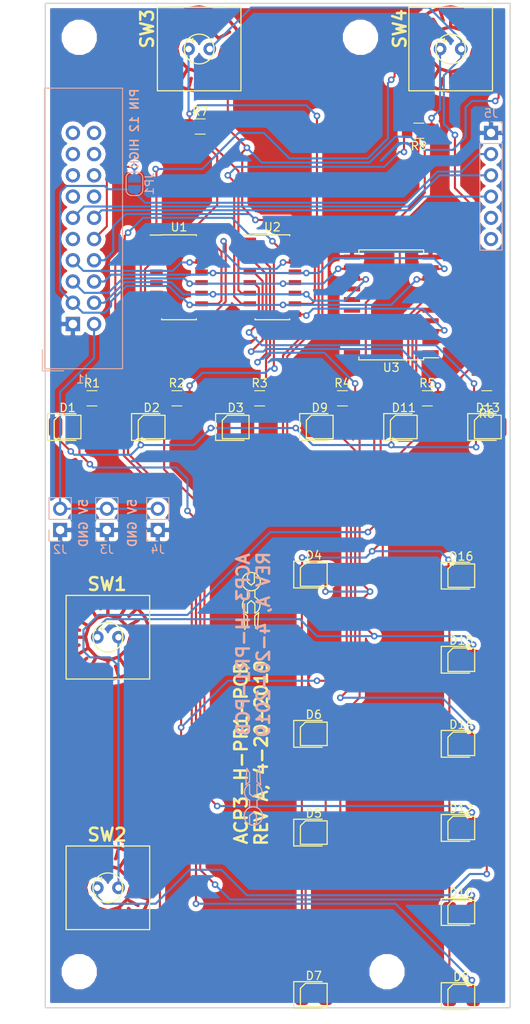
<source format=kicad_pcb>
(kicad_pcb (version 20171130) (host pcbnew "(5.0.0)")

  (general
    (thickness 1.6)
    (drawings 11)
    (tracks 612)
    (zones 0)
    (modules 43)
    (nets 60)
  )

  (page A4)
  (layers
    (0 F.Cu signal)
    (31 B.Cu signal)
    (32 B.Adhes user)
    (33 F.Adhes user)
    (34 B.Paste user)
    (35 F.Paste user)
    (36 B.SilkS user)
    (37 F.SilkS user)
    (38 B.Mask user)
    (39 F.Mask user)
    (40 Dwgs.User user)
    (41 Cmts.User user)
    (42 Eco1.User user)
    (43 Eco2.User user)
    (44 Edge.Cuts user)
    (45 Margin user)
    (46 B.CrtYd user)
    (47 F.CrtYd user)
    (48 B.Fab user)
    (49 F.Fab user)
  )

  (setup
    (last_trace_width 0.25)
    (trace_clearance 0.2)
    (zone_clearance 0.508)
    (zone_45_only no)
    (trace_min 0.2)
    (segment_width 0.2)
    (edge_width 0.15)
    (via_size 0.8)
    (via_drill 0.4)
    (via_min_size 0.4)
    (via_min_drill 0.3)
    (uvia_size 0.3)
    (uvia_drill 0.1)
    (uvias_allowed no)
    (uvia_min_size 0.2)
    (uvia_min_drill 0.1)
    (pcb_text_width 0.3)
    (pcb_text_size 1.5 1.5)
    (mod_edge_width 0.15)
    (mod_text_size 1 1)
    (mod_text_width 0.15)
    (pad_size 1.524 1.524)
    (pad_drill 0.762)
    (pad_to_mask_clearance 0.0508)
    (aux_axis_origin 0 0)
    (visible_elements 7FFFFFFF)
    (pcbplotparams
      (layerselection 0x010fc_ffffffff)
      (usegerberextensions false)
      (usegerberattributes false)
      (usegerberadvancedattributes false)
      (creategerberjobfile false)
      (excludeedgelayer true)
      (linewidth 0.254000)
      (plotframeref false)
      (viasonmask false)
      (mode 1)
      (useauxorigin false)
      (hpglpennumber 1)
      (hpglpenspeed 20)
      (hpglpendiameter 15.000000)
      (psnegative false)
      (psa4output false)
      (plotreference true)
      (plotvalue true)
      (plotinvisibletext false)
      (padsonsilk false)
      (subtractmaskfromsilk false)
      (outputformat 1)
      (mirror false)
      (drillshape 1)
      (scaleselection 1)
      (outputdirectory ""))
  )

  (net 0 "")
  (net 1 D0)
  (net 2 LA)
  (net 3 LB)
  (net 4 LC)
  (net 5 LH)
  (net 6 D1)
  (net 7 LG)
  (net 8 LD)
  (net 9 LE)
  (net 10 LF)
  (net 11 GND)
  (net 12 5V)
  (net 13 VCC)
  (net 14 SRCLK)
  (net 15 RCLK)
  (net 16 OE)
  (net 17 SER)
  (net 18 10)
  (net 19 11)
  (net 20 14)
  (net 21 15)
  (net 22 16)
  (net 23 17)
  (net 24 18)
  (net 25 19)
  (net 26 20)
  (net 27 21)
  (net 28 22)
  (net 29 23)
  (net 30 "Net-(J5-Pad5)")
  (net 31 "Net-(J5-Pad6)")
  (net 32 "Net-(R1-Pad2)")
  (net 33 "Net-(R2-Pad2)")
  (net 34 "Net-(R3-Pad2)")
  (net 35 "Net-(R4-Pad2)")
  (net 36 "Net-(R5-Pad2)")
  (net 37 "Net-(R6-Pad2)")
  (net 38 "Net-(R7-Pad2)")
  (net 39 "Net-(R8-Pad2)")
  (net 40 BC)
  (net 41 D2)
  (net 42 BD)
  (net 43 BA)
  (net 44 BB)
  (net 45 "Net-(U1-Pad9)")
  (net 46 BH)
  (net 47 BG)
  (net 48 BF)
  (net 49 BE)
  (net 50 "Net-(U2-Pad9)")
  (net 51 "Net-(U3-Pad1)")
  (net 52 D3)
  (net 53 D4)
  (net 54 D5)
  (net 55 D6)
  (net 56 D7)
  (net 57 "Net-(U3-Pad18)")
  (net 58 "Net-(U3-Pad20)")
  (net 59 "Net-(J1-Pad10)")

  (net_class Default "This is the default net class."
    (clearance 0.2)
    (trace_width 0.25)
    (via_dia 0.8)
    (via_drill 0.4)
    (uvia_dia 0.3)
    (uvia_drill 0.1)
    (add_net 10)
    (add_net 11)
    (add_net 14)
    (add_net 15)
    (add_net 16)
    (add_net 17)
    (add_net 18)
    (add_net 19)
    (add_net 20)
    (add_net 21)
    (add_net 22)
    (add_net 23)
    (add_net 5V)
    (add_net BA)
    (add_net BB)
    (add_net BC)
    (add_net BD)
    (add_net BE)
    (add_net BF)
    (add_net BG)
    (add_net BH)
    (add_net D0)
    (add_net D1)
    (add_net D2)
    (add_net D3)
    (add_net D4)
    (add_net D5)
    (add_net D6)
    (add_net D7)
    (add_net GND)
    (add_net LA)
    (add_net LB)
    (add_net LC)
    (add_net LD)
    (add_net LE)
    (add_net LF)
    (add_net LG)
    (add_net LH)
    (add_net "Net-(J1-Pad10)")
    (add_net "Net-(J5-Pad5)")
    (add_net "Net-(J5-Pad6)")
    (add_net "Net-(R1-Pad2)")
    (add_net "Net-(R2-Pad2)")
    (add_net "Net-(R3-Pad2)")
    (add_net "Net-(R4-Pad2)")
    (add_net "Net-(R5-Pad2)")
    (add_net "Net-(R6-Pad2)")
    (add_net "Net-(R7-Pad2)")
    (add_net "Net-(R8-Pad2)")
    (add_net "Net-(U1-Pad9)")
    (add_net "Net-(U2-Pad9)")
    (add_net "Net-(U3-Pad1)")
    (add_net "Net-(U3-Pad18)")
    (add_net "Net-(U3-Pad20)")
    (add_net OE)
    (add_net RCLK)
    (add_net SER)
    (add_net SRCLK)
    (add_net VCC)
  )

  (module AOR_custom:AOR_LOGO (layer B.Cu) (tedit 5C26ADAA) (tstamp 5CBE542D)
    (at 131.318 129.032 270)
    (fp_text reference G*** (at 0 0 270) (layer B.SilkS) hide
      (effects (font (size 1.524 1.524) (thickness 0.3)) (justify mirror))
    )
    (fp_text value AOR_LOGO (at 0.75 0 270) (layer B.SilkS) hide
      (effects (font (size 1.524 1.524) (thickness 0.3)) (justify mirror))
    )
    (fp_circle (center 2.205821 0) (end 3.285321 -0.1905) (layer B.SilkS) (width 0.15))
    (fp_arc (start -0.622642 0) (end -1.575141 -0.444499) (angle 128.4180553) (layer B.SilkS) (width 0.15))
    (fp_arc (start -0.635 0) (end -1.587499 0.444499) (angle -128.4180553) (layer B.SilkS) (width 0.15))
    (fp_line (start -1.5875 0.4445) (end -0.4445 0.4445) (layer B.SilkS) (width 0.15))
    (fp_line (start -0.4445 0.4445) (end -0.0635 0) (layer B.SilkS) (width 0.15))
    (fp_line (start -0.0635 0) (end -0.4445 -0.4445) (layer B.SilkS) (width 0.15))
    (fp_line (start -0.4445 -0.4445) (end -1.5875 -0.4445) (layer B.SilkS) (width 0.15))
    (fp_line (start 0.3175 0.4445) (end 1.2065 0.4445) (layer B.SilkS) (width 0.15))
    (fp_line (start 0.3175 -0.4445) (end 1.2065 -0.4445) (layer B.SilkS) (width 0.15))
    (fp_line (start 1.778 0) (end 2.159 0.4445) (layer B.SilkS) (width 0.15))
    (fp_line (start 2.159 0.4445) (end 3.175 0.4445) (layer B.SilkS) (width 0.15))
    (fp_line (start 1.778 0) (end 2.0955 -0.381) (layer B.SilkS) (width 0.15))
    (fp_line (start 2.0955 -0.381) (end 3.2385 -0.381) (layer B.SilkS) (width 0.15))
    (fp_line (start -1.905 0.4445) (end -2.9845 0.4445) (layer B.SilkS) (width 0.15))
    (fp_line (start -2.9845 0.4445) (end -3.4925 0.762) (layer B.SilkS) (width 0.15))
    (fp_line (start -3.4925 0.762) (end -1.524 0.889) (layer B.SilkS) (width 0.15))
    (fp_line (start -1.524 0.889) (end -1.905 0.4445) (layer B.SilkS) (width 0.15))
    (fp_line (start -1.505128 -0.88103) (end -1.886128 -0.43653) (layer B.SilkS) (width 0.15))
    (fp_line (start -1.886128 -0.43653) (end -2.965628 -0.43653) (layer B.SilkS) (width 0.15))
    (fp_line (start -3.473628 -0.75403) (end -1.505128 -0.88103) (layer B.SilkS) (width 0.15))
    (fp_line (start -2.965628 -0.43653) (end -3.473628 -0.75403) (layer B.SilkS) (width 0.15))
  )

  (module MountingHole:MountingHole_3.2mm_M3 (layer F.Cu) (tedit 5CBBD3B4) (tstamp 5CC879D4)
    (at 144.145 38.1)
    (descr "Mounting Hole 3.2mm, no annular, M3")
    (tags "mounting hole 3.2mm no annular m3")
    (attr virtual)
    (fp_text reference "" (at 0 -4.2) (layer F.SilkS)
      (effects (font (size 1 1) (thickness 0.15)))
    )
    (fp_text value MountingHole_3.2mm_M3 (at 0 4.2) (layer F.Fab)
      (effects (font (size 1 1) (thickness 0.15)))
    )
    (fp_circle (center 0 0) (end 3.45 0) (layer F.CrtYd) (width 0.05))
    (fp_circle (center 0 0) (end 3.2 0) (layer Cmts.User) (width 0.15))
    (fp_text user %R (at 0.3 0) (layer F.Fab)
      (effects (font (size 1 1) (thickness 0.15)))
    )
    (pad 1 np_thru_hole circle (at 0 0) (size 3.2 3.2) (drill 3.2) (layers *.Cu *.Mask))
  )

  (module MountingHole:MountingHole_3.2mm_M3 (layer F.Cu) (tedit 5CBBD3B4) (tstamp 5CC879C6)
    (at 110.49 38.1)
    (descr "Mounting Hole 3.2mm, no annular, M3")
    (tags "mounting hole 3.2mm no annular m3")
    (attr virtual)
    (fp_text reference "" (at 0 -4.2) (layer F.SilkS)
      (effects (font (size 1 1) (thickness 0.15)))
    )
    (fp_text value MountingHole_3.2mm_M3 (at 0 4.2) (layer F.Fab)
      (effects (font (size 1 1) (thickness 0.15)))
    )
    (fp_text user %R (at 0.3 0) (layer F.Fab)
      (effects (font (size 1 1) (thickness 0.15)))
    )
    (fp_circle (center 0 0) (end 3.2 0) (layer Cmts.User) (width 0.15))
    (fp_circle (center 0 0) (end 3.45 0) (layer F.CrtYd) (width 0.05))
    (pad 1 np_thru_hole circle (at 0 0) (size 3.2 3.2) (drill 3.2) (layers *.Cu *.Mask))
  )

  (module MountingHole:MountingHole_3.2mm_M3 (layer F.Cu) (tedit 5CBBD3B4) (tstamp 5CC879B0)
    (at 147.32 149.86)
    (descr "Mounting Hole 3.2mm, no annular, M3")
    (tags "mounting hole 3.2mm no annular m3")
    (attr virtual)
    (fp_text reference "" (at 0 -4.2) (layer F.SilkS)
      (effects (font (size 1 1) (thickness 0.15)))
    )
    (fp_text value MountingHole_3.2mm_M3 (at 0 4.2) (layer F.Fab)
      (effects (font (size 1 1) (thickness 0.15)))
    )
    (fp_text user %R (at 0.3 0) (layer F.Fab)
      (effects (font (size 1 1) (thickness 0.15)))
    )
    (fp_circle (center 0 0) (end 3.2 0) (layer Cmts.User) (width 0.15))
    (fp_circle (center 0 0) (end 3.45 0) (layer F.CrtYd) (width 0.05))
    (pad 1 np_thru_hole circle (at 0 0) (size 3.2 3.2) (drill 3.2) (layers *.Cu *.Mask))
  )

  (module "AOR_custom:WL-SMTW SMD LED" (layer F.Cu) (tedit 5C2849BC) (tstamp 5CC82057)
    (at 109.093 84.709)
    (path /5CBBED58)
    (fp_text reference D1 (at 0 -2.3) (layer F.SilkS)
      (effects (font (size 1 1) (thickness 0.15)))
    )
    (fp_text value LED (at 0.1 2.5) (layer F.Fab)
      (effects (font (size 1 1) (thickness 0.15)))
    )
    (fp_line (start -1.6 1.4) (end 1.6 1.4) (layer F.SilkS) (width 0.15))
    (fp_line (start 1.6 1.4) (end 1.6 -1.4) (layer F.SilkS) (width 0.15))
    (fp_line (start -1.6 -0.8) (end -1 -1.4) (layer F.SilkS) (width 0.15))
    (fp_line (start -1 -1.4) (end 1.6 -1.4) (layer F.SilkS) (width 0.15))
    (fp_line (start -1.6 1.4) (end -1.6 -0.8) (layer F.SilkS) (width 0.15))
    (fp_line (start 1 -1.6) (end -2.4 -1.6) (layer F.SilkS) (width 0.15))
    (fp_line (start -2.4 -1.6) (end -2.4 1.6) (layer F.SilkS) (width 0.15))
    (fp_line (start -2.4 1.6) (end 1 1.6) (layer F.SilkS) (width 0.15))
    (pad 1 smd roundrect (at -1.425 0) (size 1.6 2.4) (layers F.Cu F.Paste F.Mask) (roundrect_rratio 0.25)
      (net 1 D0))
    (pad 2 smd roundrect (at 1.425 0) (size 1.6 2.4) (layers F.Cu F.Paste F.Mask) (roundrect_rratio 0.25)
      (net 2 LA))
  )

  (module "AOR_custom:WL-SMTW SMD LED" (layer F.Cu) (tedit 5C2849BC) (tstamp 5CC82065)
    (at 119.1514 84.709)
    (path /5CBBEEAB)
    (fp_text reference D2 (at 0 -2.3) (layer F.SilkS)
      (effects (font (size 1 1) (thickness 0.15)))
    )
    (fp_text value LED (at 0.1 2.5) (layer F.Fab)
      (effects (font (size 1 1) (thickness 0.15)))
    )
    (fp_line (start -2.4 1.6) (end 1 1.6) (layer F.SilkS) (width 0.15))
    (fp_line (start -2.4 -1.6) (end -2.4 1.6) (layer F.SilkS) (width 0.15))
    (fp_line (start 1 -1.6) (end -2.4 -1.6) (layer F.SilkS) (width 0.15))
    (fp_line (start -1.6 1.4) (end -1.6 -0.8) (layer F.SilkS) (width 0.15))
    (fp_line (start -1 -1.4) (end 1.6 -1.4) (layer F.SilkS) (width 0.15))
    (fp_line (start -1.6 -0.8) (end -1 -1.4) (layer F.SilkS) (width 0.15))
    (fp_line (start 1.6 1.4) (end 1.6 -1.4) (layer F.SilkS) (width 0.15))
    (fp_line (start -1.6 1.4) (end 1.6 1.4) (layer F.SilkS) (width 0.15))
    (pad 2 smd roundrect (at 1.425 0) (size 1.6 2.4) (layers F.Cu F.Paste F.Mask) (roundrect_rratio 0.25)
      (net 3 LB))
    (pad 1 smd roundrect (at -1.425 0) (size 1.6 2.4) (layers F.Cu F.Paste F.Mask) (roundrect_rratio 0.25)
      (net 1 D0))
  )

  (module "AOR_custom:WL-SMTW SMD LED" (layer F.Cu) (tedit 5C2849BC) (tstamp 5CC82073)
    (at 129.2098 84.709)
    (path /5CBBEF60)
    (fp_text reference D3 (at 0 -2.3) (layer F.SilkS)
      (effects (font (size 1 1) (thickness 0.15)))
    )
    (fp_text value LED (at 0.1 2.5) (layer F.Fab)
      (effects (font (size 1 1) (thickness 0.15)))
    )
    (fp_line (start -1.6 1.4) (end 1.6 1.4) (layer F.SilkS) (width 0.15))
    (fp_line (start 1.6 1.4) (end 1.6 -1.4) (layer F.SilkS) (width 0.15))
    (fp_line (start -1.6 -0.8) (end -1 -1.4) (layer F.SilkS) (width 0.15))
    (fp_line (start -1 -1.4) (end 1.6 -1.4) (layer F.SilkS) (width 0.15))
    (fp_line (start -1.6 1.4) (end -1.6 -0.8) (layer F.SilkS) (width 0.15))
    (fp_line (start 1 -1.6) (end -2.4 -1.6) (layer F.SilkS) (width 0.15))
    (fp_line (start -2.4 -1.6) (end -2.4 1.6) (layer F.SilkS) (width 0.15))
    (fp_line (start -2.4 1.6) (end 1 1.6) (layer F.SilkS) (width 0.15))
    (pad 1 smd roundrect (at -1.425 0) (size 1.6 2.4) (layers F.Cu F.Paste F.Mask) (roundrect_rratio 0.25)
      (net 1 D0))
    (pad 2 smd roundrect (at 1.425 0) (size 1.6 2.4) (layers F.Cu F.Paste F.Mask) (roundrect_rratio 0.25)
      (net 4 LC))
  )

  (module "AOR_custom:WL-SMTW SMD LED" (layer F.Cu) (tedit 5C2849BC) (tstamp 5CC82081)
    (at 138.557 102.362)
    (path /5CBC0DC6)
    (fp_text reference D4 (at 0 -2.3) (layer F.SilkS)
      (effects (font (size 1 1) (thickness 0.15)))
    )
    (fp_text value LED (at 0.1 2.5) (layer F.Fab)
      (effects (font (size 1 1) (thickness 0.15)))
    )
    (fp_line (start -2.4 1.6) (end 1 1.6) (layer F.SilkS) (width 0.15))
    (fp_line (start -2.4 -1.6) (end -2.4 1.6) (layer F.SilkS) (width 0.15))
    (fp_line (start 1 -1.6) (end -2.4 -1.6) (layer F.SilkS) (width 0.15))
    (fp_line (start -1.6 1.4) (end -1.6 -0.8) (layer F.SilkS) (width 0.15))
    (fp_line (start -1 -1.4) (end 1.6 -1.4) (layer F.SilkS) (width 0.15))
    (fp_line (start -1.6 -0.8) (end -1 -1.4) (layer F.SilkS) (width 0.15))
    (fp_line (start 1.6 1.4) (end 1.6 -1.4) (layer F.SilkS) (width 0.15))
    (fp_line (start -1.6 1.4) (end 1.6 1.4) (layer F.SilkS) (width 0.15))
    (pad 2 smd roundrect (at 1.425 0) (size 1.6 2.4) (layers F.Cu F.Paste F.Mask) (roundrect_rratio 0.25)
      (net 5 LH))
    (pad 1 smd roundrect (at -1.425 0) (size 1.6 2.4) (layers F.Cu F.Paste F.Mask) (roundrect_rratio 0.25)
      (net 6 D1))
  )

  (module "AOR_custom:WL-SMTW SMD LED" (layer F.Cu) (tedit 5C2849BC) (tstamp 5CC8208F)
    (at 138.557 133.223)
    (path /5CBC0EB2)
    (fp_text reference D5 (at 0 -2.3) (layer F.SilkS)
      (effects (font (size 1 1) (thickness 0.15)))
    )
    (fp_text value LED (at 0.1 2.5) (layer F.Fab)
      (effects (font (size 1 1) (thickness 0.15)))
    )
    (fp_line (start -1.6 1.4) (end 1.6 1.4) (layer F.SilkS) (width 0.15))
    (fp_line (start 1.6 1.4) (end 1.6 -1.4) (layer F.SilkS) (width 0.15))
    (fp_line (start -1.6 -0.8) (end -1 -1.4) (layer F.SilkS) (width 0.15))
    (fp_line (start -1 -1.4) (end 1.6 -1.4) (layer F.SilkS) (width 0.15))
    (fp_line (start -1.6 1.4) (end -1.6 -0.8) (layer F.SilkS) (width 0.15))
    (fp_line (start 1 -1.6) (end -2.4 -1.6) (layer F.SilkS) (width 0.15))
    (fp_line (start -2.4 -1.6) (end -2.4 1.6) (layer F.SilkS) (width 0.15))
    (fp_line (start -2.4 1.6) (end 1 1.6) (layer F.SilkS) (width 0.15))
    (pad 1 smd roundrect (at -1.425 0) (size 1.6 2.4) (layers F.Cu F.Paste F.Mask) (roundrect_rratio 0.25)
      (net 6 D1))
    (pad 2 smd roundrect (at 1.425 0) (size 1.6 2.4) (layers F.Cu F.Paste F.Mask) (roundrect_rratio 0.25)
      (net 7 LG))
  )

  (module "AOR_custom:WL-SMTW SMD LED" (layer F.Cu) (tedit 5C2849BC) (tstamp 5CC8209D)
    (at 138.557 121.412)
    (path /5CBC0FA4)
    (fp_text reference D6 (at 0 -2.3) (layer F.SilkS)
      (effects (font (size 1 1) (thickness 0.15)))
    )
    (fp_text value LED (at 0.1 2.5) (layer F.Fab)
      (effects (font (size 1 1) (thickness 0.15)))
    )
    (fp_line (start -2.4 1.6) (end 1 1.6) (layer F.SilkS) (width 0.15))
    (fp_line (start -2.4 -1.6) (end -2.4 1.6) (layer F.SilkS) (width 0.15))
    (fp_line (start 1 -1.6) (end -2.4 -1.6) (layer F.SilkS) (width 0.15))
    (fp_line (start -1.6 1.4) (end -1.6 -0.8) (layer F.SilkS) (width 0.15))
    (fp_line (start -1 -1.4) (end 1.6 -1.4) (layer F.SilkS) (width 0.15))
    (fp_line (start -1.6 -0.8) (end -1 -1.4) (layer F.SilkS) (width 0.15))
    (fp_line (start 1.6 1.4) (end 1.6 -1.4) (layer F.SilkS) (width 0.15))
    (fp_line (start -1.6 1.4) (end 1.6 1.4) (layer F.SilkS) (width 0.15))
    (pad 2 smd roundrect (at 1.425 0) (size 1.6 2.4) (layers F.Cu F.Paste F.Mask) (roundrect_rratio 0.25)
      (net 7 LG))
    (pad 1 smd roundrect (at -1.425 0) (size 1.6 2.4) (layers F.Cu F.Paste F.Mask) (roundrect_rratio 0.25)
      (net 6 D1))
  )

  (module "AOR_custom:WL-SMTW SMD LED" (layer F.Cu) (tedit 5C2849BC) (tstamp 5CC820AB)
    (at 138.557 152.654)
    (path /5CBC1087)
    (fp_text reference D7 (at 0 -2.3) (layer F.SilkS)
      (effects (font (size 1 1) (thickness 0.15)))
    )
    (fp_text value LED (at 0.1 2.5) (layer F.Fab)
      (effects (font (size 1 1) (thickness 0.15)))
    )
    (fp_line (start -2.4 1.6) (end 1 1.6) (layer F.SilkS) (width 0.15))
    (fp_line (start -2.4 -1.6) (end -2.4 1.6) (layer F.SilkS) (width 0.15))
    (fp_line (start 1 -1.6) (end -2.4 -1.6) (layer F.SilkS) (width 0.15))
    (fp_line (start -1.6 1.4) (end -1.6 -0.8) (layer F.SilkS) (width 0.15))
    (fp_line (start -1 -1.4) (end 1.6 -1.4) (layer F.SilkS) (width 0.15))
    (fp_line (start -1.6 -0.8) (end -1 -1.4) (layer F.SilkS) (width 0.15))
    (fp_line (start 1.6 1.4) (end 1.6 -1.4) (layer F.SilkS) (width 0.15))
    (fp_line (start -1.6 1.4) (end 1.6 1.4) (layer F.SilkS) (width 0.15))
    (pad 2 smd roundrect (at 1.425 0) (size 1.6 2.4) (layers F.Cu F.Paste F.Mask) (roundrect_rratio 0.25)
      (net 5 LH))
    (pad 1 smd roundrect (at -1.425 0) (size 1.6 2.4) (layers F.Cu F.Paste F.Mask) (roundrect_rratio 0.25)
      (net 6 D1))
  )

  (module "AOR_custom:WL-SMTW SMD LED" (layer F.Cu) (tedit 5C2849BC) (tstamp 5CC820B9)
    (at 156.21 152.781)
    (path /5CBBFFBF)
    (fp_text reference D8 (at 0 -2.3) (layer F.SilkS)
      (effects (font (size 1 1) (thickness 0.15)))
    )
    (fp_text value LED (at 0.1 2.5) (layer F.Fab)
      (effects (font (size 1 1) (thickness 0.15)))
    )
    (fp_line (start -1.6 1.4) (end 1.6 1.4) (layer F.SilkS) (width 0.15))
    (fp_line (start 1.6 1.4) (end 1.6 -1.4) (layer F.SilkS) (width 0.15))
    (fp_line (start -1.6 -0.8) (end -1 -1.4) (layer F.SilkS) (width 0.15))
    (fp_line (start -1 -1.4) (end 1.6 -1.4) (layer F.SilkS) (width 0.15))
    (fp_line (start -1.6 1.4) (end -1.6 -0.8) (layer F.SilkS) (width 0.15))
    (fp_line (start 1 -1.6) (end -2.4 -1.6) (layer F.SilkS) (width 0.15))
    (fp_line (start -2.4 -1.6) (end -2.4 1.6) (layer F.SilkS) (width 0.15))
    (fp_line (start -2.4 1.6) (end 1 1.6) (layer F.SilkS) (width 0.15))
    (pad 1 smd roundrect (at -1.425 0) (size 1.6 2.4) (layers F.Cu F.Paste F.Mask) (roundrect_rratio 0.25)
      (net 6 D1))
    (pad 2 smd roundrect (at 1.425 0) (size 1.6 2.4) (layers F.Cu F.Paste F.Mask) (roundrect_rratio 0.25)
      (net 2 LA))
  )

  (module "AOR_custom:WL-SMTW SMD LED" (layer F.Cu) (tedit 5C2849BC) (tstamp 5CC83AE5)
    (at 139.2682 84.709)
    (path /5CBBF01C)
    (fp_text reference D9 (at 0 -2.3) (layer F.SilkS)
      (effects (font (size 1 1) (thickness 0.15)))
    )
    (fp_text value LED (at 0.1 2.5) (layer F.Fab)
      (effects (font (size 1 1) (thickness 0.15)))
    )
    (fp_line (start -2.4 1.6) (end 1 1.6) (layer F.SilkS) (width 0.15))
    (fp_line (start -2.4 -1.6) (end -2.4 1.6) (layer F.SilkS) (width 0.15))
    (fp_line (start 1 -1.6) (end -2.4 -1.6) (layer F.SilkS) (width 0.15))
    (fp_line (start -1.6 1.4) (end -1.6 -0.8) (layer F.SilkS) (width 0.15))
    (fp_line (start -1 -1.4) (end 1.6 -1.4) (layer F.SilkS) (width 0.15))
    (fp_line (start -1.6 -0.8) (end -1 -1.4) (layer F.SilkS) (width 0.15))
    (fp_line (start 1.6 1.4) (end 1.6 -1.4) (layer F.SilkS) (width 0.15))
    (fp_line (start -1.6 1.4) (end 1.6 1.4) (layer F.SilkS) (width 0.15))
    (pad 2 smd roundrect (at 1.425 0) (size 1.6 2.4) (layers F.Cu F.Paste F.Mask) (roundrect_rratio 0.25)
      (net 8 LD))
    (pad 1 smd roundrect (at -1.425 0) (size 1.6 2.4) (layers F.Cu F.Paste F.Mask) (roundrect_rratio 0.25)
      (net 1 D0))
  )

  (module "AOR_custom:WL-SMTW SMD LED" (layer F.Cu) (tedit 5C2849BC) (tstamp 5CC820D5)
    (at 156.21 142.7226)
    (path /5CBBFFC7)
    (fp_text reference D10 (at 0 -2.3) (layer F.SilkS)
      (effects (font (size 1 1) (thickness 0.15)))
    )
    (fp_text value LED (at 0.1 2.5) (layer F.Fab)
      (effects (font (size 1 1) (thickness 0.15)))
    )
    (fp_line (start -1.6 1.4) (end 1.6 1.4) (layer F.SilkS) (width 0.15))
    (fp_line (start 1.6 1.4) (end 1.6 -1.4) (layer F.SilkS) (width 0.15))
    (fp_line (start -1.6 -0.8) (end -1 -1.4) (layer F.SilkS) (width 0.15))
    (fp_line (start -1 -1.4) (end 1.6 -1.4) (layer F.SilkS) (width 0.15))
    (fp_line (start -1.6 1.4) (end -1.6 -0.8) (layer F.SilkS) (width 0.15))
    (fp_line (start 1 -1.6) (end -2.4 -1.6) (layer F.SilkS) (width 0.15))
    (fp_line (start -2.4 -1.6) (end -2.4 1.6) (layer F.SilkS) (width 0.15))
    (fp_line (start -2.4 1.6) (end 1 1.6) (layer F.SilkS) (width 0.15))
    (pad 1 smd roundrect (at -1.425 0) (size 1.6 2.4) (layers F.Cu F.Paste F.Mask) (roundrect_rratio 0.25)
      (net 6 D1))
    (pad 2 smd roundrect (at 1.425 0) (size 1.6 2.4) (layers F.Cu F.Paste F.Mask) (roundrect_rratio 0.25)
      (net 3 LB))
  )

  (module "AOR_custom:WL-SMTW SMD LED" (layer F.Cu) (tedit 5C2849BC) (tstamp 5CC820E3)
    (at 149.3266 84.709)
    (path /5CBBF0DF)
    (fp_text reference D11 (at 0 -2.3) (layer F.SilkS)
      (effects (font (size 1 1) (thickness 0.15)))
    )
    (fp_text value LED (at 0.1 2.5) (layer F.Fab)
      (effects (font (size 1 1) (thickness 0.15)))
    )
    (fp_line (start -1.6 1.4) (end 1.6 1.4) (layer F.SilkS) (width 0.15))
    (fp_line (start 1.6 1.4) (end 1.6 -1.4) (layer F.SilkS) (width 0.15))
    (fp_line (start -1.6 -0.8) (end -1 -1.4) (layer F.SilkS) (width 0.15))
    (fp_line (start -1 -1.4) (end 1.6 -1.4) (layer F.SilkS) (width 0.15))
    (fp_line (start -1.6 1.4) (end -1.6 -0.8) (layer F.SilkS) (width 0.15))
    (fp_line (start 1 -1.6) (end -2.4 -1.6) (layer F.SilkS) (width 0.15))
    (fp_line (start -2.4 -1.6) (end -2.4 1.6) (layer F.SilkS) (width 0.15))
    (fp_line (start -2.4 1.6) (end 1 1.6) (layer F.SilkS) (width 0.15))
    (pad 1 smd roundrect (at -1.425 0) (size 1.6 2.4) (layers F.Cu F.Paste F.Mask) (roundrect_rratio 0.25)
      (net 1 D0))
    (pad 2 smd roundrect (at 1.425 0) (size 1.6 2.4) (layers F.Cu F.Paste F.Mask) (roundrect_rratio 0.25)
      (net 9 LE))
  )

  (module "AOR_custom:WL-SMTW SMD LED" (layer F.Cu) (tedit 5C2849BC) (tstamp 5CC820F1)
    (at 156.21 132.6642)
    (path /5CBBFFCF)
    (fp_text reference D12 (at 0 -2.3) (layer F.SilkS)
      (effects (font (size 1 1) (thickness 0.15)))
    )
    (fp_text value LED (at 0.1 2.5) (layer F.Fab)
      (effects (font (size 1 1) (thickness 0.15)))
    )
    (fp_line (start -2.4 1.6) (end 1 1.6) (layer F.SilkS) (width 0.15))
    (fp_line (start -2.4 -1.6) (end -2.4 1.6) (layer F.SilkS) (width 0.15))
    (fp_line (start 1 -1.6) (end -2.4 -1.6) (layer F.SilkS) (width 0.15))
    (fp_line (start -1.6 1.4) (end -1.6 -0.8) (layer F.SilkS) (width 0.15))
    (fp_line (start -1 -1.4) (end 1.6 -1.4) (layer F.SilkS) (width 0.15))
    (fp_line (start -1.6 -0.8) (end -1 -1.4) (layer F.SilkS) (width 0.15))
    (fp_line (start 1.6 1.4) (end 1.6 -1.4) (layer F.SilkS) (width 0.15))
    (fp_line (start -1.6 1.4) (end 1.6 1.4) (layer F.SilkS) (width 0.15))
    (pad 2 smd roundrect (at 1.425 0) (size 1.6 2.4) (layers F.Cu F.Paste F.Mask) (roundrect_rratio 0.25)
      (net 4 LC))
    (pad 1 smd roundrect (at -1.425 0) (size 1.6 2.4) (layers F.Cu F.Paste F.Mask) (roundrect_rratio 0.25)
      (net 6 D1))
  )

  (module "AOR_custom:WL-SMTW SMD LED" (layer F.Cu) (tedit 5C2849BC) (tstamp 5CC820FF)
    (at 159.385 84.709)
    (path /5CBBF313)
    (fp_text reference D13 (at 0 -2.3) (layer F.SilkS)
      (effects (font (size 1 1) (thickness 0.15)))
    )
    (fp_text value LED (at 0.1 2.5) (layer F.Fab)
      (effects (font (size 1 1) (thickness 0.15)))
    )
    (fp_line (start -2.4 1.6) (end 1 1.6) (layer F.SilkS) (width 0.15))
    (fp_line (start -2.4 -1.6) (end -2.4 1.6) (layer F.SilkS) (width 0.15))
    (fp_line (start 1 -1.6) (end -2.4 -1.6) (layer F.SilkS) (width 0.15))
    (fp_line (start -1.6 1.4) (end -1.6 -0.8) (layer F.SilkS) (width 0.15))
    (fp_line (start -1 -1.4) (end 1.6 -1.4) (layer F.SilkS) (width 0.15))
    (fp_line (start -1.6 -0.8) (end -1 -1.4) (layer F.SilkS) (width 0.15))
    (fp_line (start 1.6 1.4) (end 1.6 -1.4) (layer F.SilkS) (width 0.15))
    (fp_line (start -1.6 1.4) (end 1.6 1.4) (layer F.SilkS) (width 0.15))
    (pad 2 smd roundrect (at 1.425 0) (size 1.6 2.4) (layers F.Cu F.Paste F.Mask) (roundrect_rratio 0.25)
      (net 10 LF))
    (pad 1 smd roundrect (at -1.425 0) (size 1.6 2.4) (layers F.Cu F.Paste F.Mask) (roundrect_rratio 0.25)
      (net 1 D0))
  )

  (module "AOR_custom:WL-SMTW SMD LED" (layer F.Cu) (tedit 5C2849BC) (tstamp 5CC8210D)
    (at 156.21 122.6058)
    (path /5CBBFFD7)
    (fp_text reference D14 (at 0 -2.3) (layer F.SilkS)
      (effects (font (size 1 1) (thickness 0.15)))
    )
    (fp_text value LED (at 0.1 2.5) (layer F.Fab)
      (effects (font (size 1 1) (thickness 0.15)))
    )
    (fp_line (start -1.6 1.4) (end 1.6 1.4) (layer F.SilkS) (width 0.15))
    (fp_line (start 1.6 1.4) (end 1.6 -1.4) (layer F.SilkS) (width 0.15))
    (fp_line (start -1.6 -0.8) (end -1 -1.4) (layer F.SilkS) (width 0.15))
    (fp_line (start -1 -1.4) (end 1.6 -1.4) (layer F.SilkS) (width 0.15))
    (fp_line (start -1.6 1.4) (end -1.6 -0.8) (layer F.SilkS) (width 0.15))
    (fp_line (start 1 -1.6) (end -2.4 -1.6) (layer F.SilkS) (width 0.15))
    (fp_line (start -2.4 -1.6) (end -2.4 1.6) (layer F.SilkS) (width 0.15))
    (fp_line (start -2.4 1.6) (end 1 1.6) (layer F.SilkS) (width 0.15))
    (pad 1 smd roundrect (at -1.425 0) (size 1.6 2.4) (layers F.Cu F.Paste F.Mask) (roundrect_rratio 0.25)
      (net 6 D1))
    (pad 2 smd roundrect (at 1.425 0) (size 1.6 2.4) (layers F.Cu F.Paste F.Mask) (roundrect_rratio 0.25)
      (net 8 LD))
  )

  (module "AOR_custom:WL-SMTW SMD LED" (layer F.Cu) (tedit 5C2849BC) (tstamp 5CC8211B)
    (at 156.21 112.5474)
    (path /5CBBFFDF)
    (fp_text reference D15 (at 0 -2.3) (layer F.SilkS)
      (effects (font (size 1 1) (thickness 0.15)))
    )
    (fp_text value LED (at 0.1 2.5) (layer F.Fab)
      (effects (font (size 1 1) (thickness 0.15)))
    )
    (fp_line (start -2.4 1.6) (end 1 1.6) (layer F.SilkS) (width 0.15))
    (fp_line (start -2.4 -1.6) (end -2.4 1.6) (layer F.SilkS) (width 0.15))
    (fp_line (start 1 -1.6) (end -2.4 -1.6) (layer F.SilkS) (width 0.15))
    (fp_line (start -1.6 1.4) (end -1.6 -0.8) (layer F.SilkS) (width 0.15))
    (fp_line (start -1 -1.4) (end 1.6 -1.4) (layer F.SilkS) (width 0.15))
    (fp_line (start -1.6 -0.8) (end -1 -1.4) (layer F.SilkS) (width 0.15))
    (fp_line (start 1.6 1.4) (end 1.6 -1.4) (layer F.SilkS) (width 0.15))
    (fp_line (start -1.6 1.4) (end 1.6 1.4) (layer F.SilkS) (width 0.15))
    (pad 2 smd roundrect (at 1.425 0) (size 1.6 2.4) (layers F.Cu F.Paste F.Mask) (roundrect_rratio 0.25)
      (net 9 LE))
    (pad 1 smd roundrect (at -1.425 0) (size 1.6 2.4) (layers F.Cu F.Paste F.Mask) (roundrect_rratio 0.25)
      (net 6 D1))
  )

  (module "AOR_custom:WL-SMTW SMD LED" (layer F.Cu) (tedit 5C2849BC) (tstamp 5CC82129)
    (at 156.21 102.489)
    (path /5CBBFFE7)
    (fp_text reference D16 (at 0 -2.3) (layer F.SilkS)
      (effects (font (size 1 1) (thickness 0.15)))
    )
    (fp_text value LED (at 0.1 2.5) (layer F.Fab)
      (effects (font (size 1 1) (thickness 0.15)))
    )
    (fp_line (start -1.6 1.4) (end 1.6 1.4) (layer F.SilkS) (width 0.15))
    (fp_line (start 1.6 1.4) (end 1.6 -1.4) (layer F.SilkS) (width 0.15))
    (fp_line (start -1.6 -0.8) (end -1 -1.4) (layer F.SilkS) (width 0.15))
    (fp_line (start -1 -1.4) (end 1.6 -1.4) (layer F.SilkS) (width 0.15))
    (fp_line (start -1.6 1.4) (end -1.6 -0.8) (layer F.SilkS) (width 0.15))
    (fp_line (start 1 -1.6) (end -2.4 -1.6) (layer F.SilkS) (width 0.15))
    (fp_line (start -2.4 -1.6) (end -2.4 1.6) (layer F.SilkS) (width 0.15))
    (fp_line (start -2.4 1.6) (end 1 1.6) (layer F.SilkS) (width 0.15))
    (pad 1 smd roundrect (at -1.425 0) (size 1.6 2.4) (layers F.Cu F.Paste F.Mask) (roundrect_rratio 0.25)
      (net 6 D1))
    (pad 2 smd roundrect (at 1.425 0) (size 1.6 2.4) (layers F.Cu F.Paste F.Mask) (roundrect_rratio 0.25)
      (net 10 LF))
  )

  (module Connector_IDC:IDC-Header_2x10_P2.54mm_Vertical (layer B.Cu) (tedit 59DE0251) (tstamp 5CC8215B)
    (at 109.728 72.39)
    (descr "Through hole straight IDC box header, 2x10, 2.54mm pitch, double rows")
    (tags "Through hole IDC box header THT 2x10 2.54mm double row")
    (path /5CBBCD35)
    (fp_text reference J1 (at 1.27 6.604) (layer B.SilkS)
      (effects (font (size 1 1) (thickness 0.15)) (justify mirror))
    )
    (fp_text value Conn_01x20 (at 1.27 -29.464) (layer B.Fab)
      (effects (font (size 1 1) (thickness 0.15)) (justify mirror))
    )
    (fp_text user %R (at 1.27 -11.43) (layer B.Fab)
      (effects (font (size 1 1) (thickness 0.15)) (justify mirror))
    )
    (fp_line (start 5.695 5.1) (end 5.695 -27.96) (layer B.Fab) (width 0.1))
    (fp_line (start 5.145 4.56) (end 5.145 -27.4) (layer B.Fab) (width 0.1))
    (fp_line (start -3.155 5.1) (end -3.155 -27.96) (layer B.Fab) (width 0.1))
    (fp_line (start -2.605 4.56) (end -2.605 -9.18) (layer B.Fab) (width 0.1))
    (fp_line (start -2.605 -13.68) (end -2.605 -27.4) (layer B.Fab) (width 0.1))
    (fp_line (start -2.605 -9.18) (end -3.155 -9.18) (layer B.Fab) (width 0.1))
    (fp_line (start -2.605 -13.68) (end -3.155 -13.68) (layer B.Fab) (width 0.1))
    (fp_line (start 5.695 5.1) (end -3.155 5.1) (layer B.Fab) (width 0.1))
    (fp_line (start 5.145 4.56) (end -2.605 4.56) (layer B.Fab) (width 0.1))
    (fp_line (start 5.695 -27.96) (end -3.155 -27.96) (layer B.Fab) (width 0.1))
    (fp_line (start 5.145 -27.4) (end -2.605 -27.4) (layer B.Fab) (width 0.1))
    (fp_line (start 5.695 5.1) (end 5.145 4.56) (layer B.Fab) (width 0.1))
    (fp_line (start 5.695 -27.96) (end 5.145 -27.4) (layer B.Fab) (width 0.1))
    (fp_line (start -3.155 5.1) (end -2.605 4.56) (layer B.Fab) (width 0.1))
    (fp_line (start -3.155 -27.96) (end -2.605 -27.4) (layer B.Fab) (width 0.1))
    (fp_line (start 5.95 5.35) (end 5.95 -28.21) (layer B.CrtYd) (width 0.05))
    (fp_line (start 5.95 -28.21) (end -3.41 -28.21) (layer B.CrtYd) (width 0.05))
    (fp_line (start -3.41 -28.21) (end -3.41 5.35) (layer B.CrtYd) (width 0.05))
    (fp_line (start -3.41 5.35) (end 5.95 5.35) (layer B.CrtYd) (width 0.05))
    (fp_line (start 5.945 5.35) (end 5.945 -28.21) (layer B.SilkS) (width 0.12))
    (fp_line (start 5.945 -28.21) (end -3.405 -28.21) (layer B.SilkS) (width 0.12))
    (fp_line (start -3.405 -28.21) (end -3.405 5.35) (layer B.SilkS) (width 0.12))
    (fp_line (start -3.405 5.35) (end 5.945 5.35) (layer B.SilkS) (width 0.12))
    (fp_line (start -3.655 5.6) (end -3.655 3.06) (layer B.SilkS) (width 0.12))
    (fp_line (start -3.655 5.6) (end -1.115 5.6) (layer B.SilkS) (width 0.12))
    (pad 1 thru_hole rect (at 0 0) (size 1.7272 1.7272) (drill 1.016) (layers *.Cu *.Mask)
      (net 11 GND))
    (pad 2 thru_hole oval (at 2.54 0) (size 1.7272 1.7272) (drill 1.016) (layers *.Cu *.Mask)
      (net 12 5V))
    (pad 3 thru_hole oval (at 0 -2.54) (size 1.7272 1.7272) (drill 1.016) (layers *.Cu *.Mask)
      (net 13 VCC))
    (pad 4 thru_hole oval (at 2.54 -2.54) (size 1.7272 1.7272) (drill 1.016) (layers *.Cu *.Mask)
      (net 14 SRCLK))
    (pad 5 thru_hole oval (at 0 -5.08) (size 1.7272 1.7272) (drill 1.016) (layers *.Cu *.Mask)
      (net 15 RCLK))
    (pad 6 thru_hole oval (at 2.54 -5.08) (size 1.7272 1.7272) (drill 1.016) (layers *.Cu *.Mask)
      (net 16 OE))
    (pad 7 thru_hole oval (at 0 -7.62) (size 1.7272 1.7272) (drill 1.016) (layers *.Cu *.Mask)
      (net 17 SER))
    (pad 8 thru_hole oval (at 2.54 -7.62) (size 1.7272 1.7272) (drill 1.016) (layers *.Cu *.Mask)
      (net 18 10))
    (pad 9 thru_hole oval (at 0 -10.16) (size 1.7272 1.7272) (drill 1.016) (layers *.Cu *.Mask)
      (net 19 11))
    (pad 10 thru_hole oval (at 2.54 -10.16) (size 1.7272 1.7272) (drill 1.016) (layers *.Cu *.Mask)
      (net 59 "Net-(J1-Pad10)"))
    (pad 11 thru_hole oval (at 0 -12.7) (size 1.7272 1.7272) (drill 1.016) (layers *.Cu *.Mask)
      (net 20 14))
    (pad 12 thru_hole oval (at 2.54 -12.7) (size 1.7272 1.7272) (drill 1.016) (layers *.Cu *.Mask)
      (net 21 15))
    (pad 13 thru_hole oval (at 0 -15.24) (size 1.7272 1.7272) (drill 1.016) (layers *.Cu *.Mask)
      (net 22 16))
    (pad 14 thru_hole oval (at 2.54 -15.24) (size 1.7272 1.7272) (drill 1.016) (layers *.Cu *.Mask)
      (net 23 17))
    (pad 15 thru_hole oval (at 0 -17.78) (size 1.7272 1.7272) (drill 1.016) (layers *.Cu *.Mask)
      (net 24 18))
    (pad 16 thru_hole oval (at 2.54 -17.78) (size 1.7272 1.7272) (drill 1.016) (layers *.Cu *.Mask)
      (net 25 19))
    (pad 17 thru_hole oval (at 0 -20.32) (size 1.7272 1.7272) (drill 1.016) (layers *.Cu *.Mask)
      (net 26 20))
    (pad 18 thru_hole oval (at 2.54 -20.32) (size 1.7272 1.7272) (drill 1.016) (layers *.Cu *.Mask)
      (net 27 21))
    (pad 19 thru_hole oval (at 0 -22.86) (size 1.7272 1.7272) (drill 1.016) (layers *.Cu *.Mask)
      (net 28 22))
    (pad 20 thru_hole oval (at 2.54 -22.86) (size 1.7272 1.7272) (drill 1.016) (layers *.Cu *.Mask)
      (net 29 23))
    (model ${KISYS3DMOD}/Connector_IDC.3dshapes/IDC-Header_2x10_P2.54mm_Vertical.wrl
      (at (xyz 0 0 0))
      (scale (xyz 1 1 1))
      (rotate (xyz 0 0 0))
    )
  )

  (module Connector_PinHeader_2.54mm:PinHeader_1x02_P2.54mm_Vertical (layer B.Cu) (tedit 59FED5CC) (tstamp 5CC82171)
    (at 108.204 97.028)
    (descr "Through hole straight pin header, 1x02, 2.54mm pitch, single row")
    (tags "Through hole pin header THT 1x02 2.54mm single row")
    (path /5CBBD41A)
    (fp_text reference J2 (at 0 2.33) (layer B.SilkS)
      (effects (font (size 1 1) (thickness 0.15)) (justify mirror))
    )
    (fp_text value Conn_01x02 (at 0 -4.87) (layer B.Fab)
      (effects (font (size 1 1) (thickness 0.15)) (justify mirror))
    )
    (fp_line (start -0.635 1.27) (end 1.27 1.27) (layer B.Fab) (width 0.1))
    (fp_line (start 1.27 1.27) (end 1.27 -3.81) (layer B.Fab) (width 0.1))
    (fp_line (start 1.27 -3.81) (end -1.27 -3.81) (layer B.Fab) (width 0.1))
    (fp_line (start -1.27 -3.81) (end -1.27 0.635) (layer B.Fab) (width 0.1))
    (fp_line (start -1.27 0.635) (end -0.635 1.27) (layer B.Fab) (width 0.1))
    (fp_line (start -1.33 -3.87) (end 1.33 -3.87) (layer B.SilkS) (width 0.12))
    (fp_line (start -1.33 -1.27) (end -1.33 -3.87) (layer B.SilkS) (width 0.12))
    (fp_line (start 1.33 -1.27) (end 1.33 -3.87) (layer B.SilkS) (width 0.12))
    (fp_line (start -1.33 -1.27) (end 1.33 -1.27) (layer B.SilkS) (width 0.12))
    (fp_line (start -1.33 0) (end -1.33 1.33) (layer B.SilkS) (width 0.12))
    (fp_line (start -1.33 1.33) (end 0 1.33) (layer B.SilkS) (width 0.12))
    (fp_line (start -1.8 1.8) (end -1.8 -4.35) (layer B.CrtYd) (width 0.05))
    (fp_line (start -1.8 -4.35) (end 1.8 -4.35) (layer B.CrtYd) (width 0.05))
    (fp_line (start 1.8 -4.35) (end 1.8 1.8) (layer B.CrtYd) (width 0.05))
    (fp_line (start 1.8 1.8) (end -1.8 1.8) (layer B.CrtYd) (width 0.05))
    (fp_text user %R (at 0 -1.27 -90) (layer B.Fab)
      (effects (font (size 1 1) (thickness 0.15)) (justify mirror))
    )
    (pad 1 thru_hole rect (at 0 0) (size 1.7 1.7) (drill 1) (layers *.Cu *.Mask)
      (net 11 GND))
    (pad 2 thru_hole oval (at 0 -2.54) (size 1.7 1.7) (drill 1) (layers *.Cu *.Mask)
      (net 12 5V))
    (model ${KISYS3DMOD}/Connector_PinHeader_2.54mm.3dshapes/PinHeader_1x02_P2.54mm_Vertical.wrl
      (at (xyz 0 0 0))
      (scale (xyz 1 1 1))
      (rotate (xyz 0 0 0))
    )
  )

  (module Connector_PinHeader_2.54mm:PinHeader_1x02_P2.54mm_Vertical (layer B.Cu) (tedit 59FED5CC) (tstamp 5CC82187)
    (at 113.792 97.028)
    (descr "Through hole straight pin header, 1x02, 2.54mm pitch, single row")
    (tags "Through hole pin header THT 1x02 2.54mm single row")
    (path /5CBBD5AD)
    (fp_text reference J3 (at 0 2.33) (layer B.SilkS)
      (effects (font (size 1 1) (thickness 0.15)) (justify mirror))
    )
    (fp_text value Conn_01x02 (at 0 -4.87) (layer B.Fab)
      (effects (font (size 1 1) (thickness 0.15)) (justify mirror))
    )
    (fp_line (start -0.635 1.27) (end 1.27 1.27) (layer B.Fab) (width 0.1))
    (fp_line (start 1.27 1.27) (end 1.27 -3.81) (layer B.Fab) (width 0.1))
    (fp_line (start 1.27 -3.81) (end -1.27 -3.81) (layer B.Fab) (width 0.1))
    (fp_line (start -1.27 -3.81) (end -1.27 0.635) (layer B.Fab) (width 0.1))
    (fp_line (start -1.27 0.635) (end -0.635 1.27) (layer B.Fab) (width 0.1))
    (fp_line (start -1.33 -3.87) (end 1.33 -3.87) (layer B.SilkS) (width 0.12))
    (fp_line (start -1.33 -1.27) (end -1.33 -3.87) (layer B.SilkS) (width 0.12))
    (fp_line (start 1.33 -1.27) (end 1.33 -3.87) (layer B.SilkS) (width 0.12))
    (fp_line (start -1.33 -1.27) (end 1.33 -1.27) (layer B.SilkS) (width 0.12))
    (fp_line (start -1.33 0) (end -1.33 1.33) (layer B.SilkS) (width 0.12))
    (fp_line (start -1.33 1.33) (end 0 1.33) (layer B.SilkS) (width 0.12))
    (fp_line (start -1.8 1.8) (end -1.8 -4.35) (layer B.CrtYd) (width 0.05))
    (fp_line (start -1.8 -4.35) (end 1.8 -4.35) (layer B.CrtYd) (width 0.05))
    (fp_line (start 1.8 -4.35) (end 1.8 1.8) (layer B.CrtYd) (width 0.05))
    (fp_line (start 1.8 1.8) (end -1.8 1.8) (layer B.CrtYd) (width 0.05))
    (fp_text user %R (at 0 -1.27 -90) (layer B.Fab)
      (effects (font (size 1 1) (thickness 0.15)) (justify mirror))
    )
    (pad 1 thru_hole rect (at 0 0) (size 1.7 1.7) (drill 1) (layers *.Cu *.Mask)
      (net 11 GND))
    (pad 2 thru_hole oval (at 0 -2.54) (size 1.7 1.7) (drill 1) (layers *.Cu *.Mask)
      (net 12 5V))
    (model ${KISYS3DMOD}/Connector_PinHeader_2.54mm.3dshapes/PinHeader_1x02_P2.54mm_Vertical.wrl
      (at (xyz 0 0 0))
      (scale (xyz 1 1 1))
      (rotate (xyz 0 0 0))
    )
  )

  (module Connector_PinHeader_2.54mm:PinHeader_1x02_P2.54mm_Vertical (layer B.Cu) (tedit 59FED5CC) (tstamp 5CC8219D)
    (at 119.888 97.028)
    (descr "Through hole straight pin header, 1x02, 2.54mm pitch, single row")
    (tags "Through hole pin header THT 1x02 2.54mm single row")
    (path /5CBBD65E)
    (fp_text reference J4 (at 0 2.33) (layer B.SilkS)
      (effects (font (size 1 1) (thickness 0.15)) (justify mirror))
    )
    (fp_text value Conn_01x02 (at 0 -4.87) (layer B.Fab)
      (effects (font (size 1 1) (thickness 0.15)) (justify mirror))
    )
    (fp_text user %R (at 0 -1.27 -90) (layer B.Fab)
      (effects (font (size 1 1) (thickness 0.15)) (justify mirror))
    )
    (fp_line (start 1.8 1.8) (end -1.8 1.8) (layer B.CrtYd) (width 0.05))
    (fp_line (start 1.8 -4.35) (end 1.8 1.8) (layer B.CrtYd) (width 0.05))
    (fp_line (start -1.8 -4.35) (end 1.8 -4.35) (layer B.CrtYd) (width 0.05))
    (fp_line (start -1.8 1.8) (end -1.8 -4.35) (layer B.CrtYd) (width 0.05))
    (fp_line (start -1.33 1.33) (end 0 1.33) (layer B.SilkS) (width 0.12))
    (fp_line (start -1.33 0) (end -1.33 1.33) (layer B.SilkS) (width 0.12))
    (fp_line (start -1.33 -1.27) (end 1.33 -1.27) (layer B.SilkS) (width 0.12))
    (fp_line (start 1.33 -1.27) (end 1.33 -3.87) (layer B.SilkS) (width 0.12))
    (fp_line (start -1.33 -1.27) (end -1.33 -3.87) (layer B.SilkS) (width 0.12))
    (fp_line (start -1.33 -3.87) (end 1.33 -3.87) (layer B.SilkS) (width 0.12))
    (fp_line (start -1.27 0.635) (end -0.635 1.27) (layer B.Fab) (width 0.1))
    (fp_line (start -1.27 -3.81) (end -1.27 0.635) (layer B.Fab) (width 0.1))
    (fp_line (start 1.27 -3.81) (end -1.27 -3.81) (layer B.Fab) (width 0.1))
    (fp_line (start 1.27 1.27) (end 1.27 -3.81) (layer B.Fab) (width 0.1))
    (fp_line (start -0.635 1.27) (end 1.27 1.27) (layer B.Fab) (width 0.1))
    (pad 2 thru_hole oval (at 0 -2.54) (size 1.7 1.7) (drill 1) (layers *.Cu *.Mask)
      (net 12 5V))
    (pad 1 thru_hole rect (at 0 0) (size 1.7 1.7) (drill 1) (layers *.Cu *.Mask)
      (net 11 GND))
    (model ${KISYS3DMOD}/Connector_PinHeader_2.54mm.3dshapes/PinHeader_1x02_P2.54mm_Vertical.wrl
      (at (xyz 0 0 0))
      (scale (xyz 1 1 1))
      (rotate (xyz 0 0 0))
    )
  )

  (module Connector_PinHeader_2.54mm:PinHeader_1x06_P2.54mm_Vertical (layer B.Cu) (tedit 59FED5CC) (tstamp 5CC821B7)
    (at 159.766 49.53 180)
    (descr "Through hole straight pin header, 1x06, 2.54mm pitch, single row")
    (tags "Through hole pin header THT 1x06 2.54mm single row")
    (path /5CBC140D)
    (fp_text reference J5 (at 0 2.33 180) (layer B.SilkS)
      (effects (font (size 1 1) (thickness 0.15)) (justify mirror))
    )
    (fp_text value Conn_01x06 (at 0 -15.03 180) (layer B.Fab)
      (effects (font (size 1 1) (thickness 0.15)) (justify mirror))
    )
    (fp_line (start -0.635 1.27) (end 1.27 1.27) (layer B.Fab) (width 0.1))
    (fp_line (start 1.27 1.27) (end 1.27 -13.97) (layer B.Fab) (width 0.1))
    (fp_line (start 1.27 -13.97) (end -1.27 -13.97) (layer B.Fab) (width 0.1))
    (fp_line (start -1.27 -13.97) (end -1.27 0.635) (layer B.Fab) (width 0.1))
    (fp_line (start -1.27 0.635) (end -0.635 1.27) (layer B.Fab) (width 0.1))
    (fp_line (start -1.33 -14.03) (end 1.33 -14.03) (layer B.SilkS) (width 0.12))
    (fp_line (start -1.33 -1.27) (end -1.33 -14.03) (layer B.SilkS) (width 0.12))
    (fp_line (start 1.33 -1.27) (end 1.33 -14.03) (layer B.SilkS) (width 0.12))
    (fp_line (start -1.33 -1.27) (end 1.33 -1.27) (layer B.SilkS) (width 0.12))
    (fp_line (start -1.33 0) (end -1.33 1.33) (layer B.SilkS) (width 0.12))
    (fp_line (start -1.33 1.33) (end 0 1.33) (layer B.SilkS) (width 0.12))
    (fp_line (start -1.8 1.8) (end -1.8 -14.5) (layer B.CrtYd) (width 0.05))
    (fp_line (start -1.8 -14.5) (end 1.8 -14.5) (layer B.CrtYd) (width 0.05))
    (fp_line (start 1.8 -14.5) (end 1.8 1.8) (layer B.CrtYd) (width 0.05))
    (fp_line (start 1.8 1.8) (end -1.8 1.8) (layer B.CrtYd) (width 0.05))
    (fp_text user %R (at 0 -6.35 90) (layer B.Fab)
      (effects (font (size 1 1) (thickness 0.15)) (justify mirror))
    )
    (pad 1 thru_hole rect (at 0 0 180) (size 1.7 1.7) (drill 1) (layers *.Cu *.Mask)
      (net 11 GND))
    (pad 2 thru_hole oval (at 0 -2.54 180) (size 1.7 1.7) (drill 1) (layers *.Cu *.Mask)
      (net 13 VCC))
    (pad 3 thru_hole oval (at 0 -5.08 180) (size 1.7 1.7) (drill 1) (layers *.Cu *.Mask)
      (net 20 14))
    (pad 4 thru_hole oval (at 0 -7.62 180) (size 1.7 1.7) (drill 1) (layers *.Cu *.Mask)
      (net 21 15))
    (pad 5 thru_hole oval (at 0 -10.16 180) (size 1.7 1.7) (drill 1) (layers *.Cu *.Mask)
      (net 30 "Net-(J5-Pad5)"))
    (pad 6 thru_hole oval (at 0 -12.7 180) (size 1.7 1.7) (drill 1) (layers *.Cu *.Mask)
      (net 31 "Net-(J5-Pad6)"))
    (model ${KISYS3DMOD}/Connector_PinHeader_2.54mm.3dshapes/PinHeader_1x06_P2.54mm_Vertical.wrl
      (at (xyz 0 0 0))
      (scale (xyz 1 1 1))
      (rotate (xyz 0 0 0))
    )
  )

  (module Resistor_SMD:R_1206_3216Metric (layer F.Cu) (tedit 5B301BBD) (tstamp 5CC821C8)
    (at 112.014 81.28)
    (descr "Resistor SMD 1206 (3216 Metric), square (rectangular) end terminal, IPC_7351 nominal, (Body size source: http://www.tortai-tech.com/upload/download/2011102023233369053.pdf), generated with kicad-footprint-generator")
    (tags resistor)
    (path /5C4E3393)
    (attr smd)
    (fp_text reference R1 (at 0 -1.82) (layer F.SilkS)
      (effects (font (size 1 1) (thickness 0.15)))
    )
    (fp_text value 100 (at 0 1.82) (layer F.Fab)
      (effects (font (size 1 1) (thickness 0.15)))
    )
    (fp_line (start -1.6 0.8) (end -1.6 -0.8) (layer F.Fab) (width 0.1))
    (fp_line (start -1.6 -0.8) (end 1.6 -0.8) (layer F.Fab) (width 0.1))
    (fp_line (start 1.6 -0.8) (end 1.6 0.8) (layer F.Fab) (width 0.1))
    (fp_line (start 1.6 0.8) (end -1.6 0.8) (layer F.Fab) (width 0.1))
    (fp_line (start -0.602064 -0.91) (end 0.602064 -0.91) (layer F.SilkS) (width 0.12))
    (fp_line (start -0.602064 0.91) (end 0.602064 0.91) (layer F.SilkS) (width 0.12))
    (fp_line (start -2.28 1.12) (end -2.28 -1.12) (layer F.CrtYd) (width 0.05))
    (fp_line (start -2.28 -1.12) (end 2.28 -1.12) (layer F.CrtYd) (width 0.05))
    (fp_line (start 2.28 -1.12) (end 2.28 1.12) (layer F.CrtYd) (width 0.05))
    (fp_line (start 2.28 1.12) (end -2.28 1.12) (layer F.CrtYd) (width 0.05))
    (fp_text user %R (at 0 0) (layer F.Fab)
      (effects (font (size 0.8 0.8) (thickness 0.12)))
    )
    (pad 1 smd roundrect (at -1.4 0) (size 1.25 1.75) (layers F.Cu F.Paste F.Mask) (roundrect_rratio 0.2)
      (net 2 LA))
    (pad 2 smd roundrect (at 1.4 0) (size 1.25 1.75) (layers F.Cu F.Paste F.Mask) (roundrect_rratio 0.2)
      (net 32 "Net-(R1-Pad2)"))
    (model ${KISYS3DMOD}/Resistor_SMD.3dshapes/R_1206_3216Metric.wrl
      (at (xyz 0 0 0))
      (scale (xyz 1 1 1))
      (rotate (xyz 0 0 0))
    )
  )

  (module Resistor_SMD:R_1206_3216Metric (layer F.Cu) (tedit 5B301BBD) (tstamp 5CC821D9)
    (at 122.174 81.28)
    (descr "Resistor SMD 1206 (3216 Metric), square (rectangular) end terminal, IPC_7351 nominal, (Body size source: http://www.tortai-tech.com/upload/download/2011102023233369053.pdf), generated with kicad-footprint-generator")
    (tags resistor)
    (path /5C4E3640)
    (attr smd)
    (fp_text reference R2 (at 0 -1.82) (layer F.SilkS)
      (effects (font (size 1 1) (thickness 0.15)))
    )
    (fp_text value 100 (at 0 1.82) (layer F.Fab)
      (effects (font (size 1 1) (thickness 0.15)))
    )
    (fp_text user %R (at 0 0) (layer F.Fab)
      (effects (font (size 0.8 0.8) (thickness 0.12)))
    )
    (fp_line (start 2.28 1.12) (end -2.28 1.12) (layer F.CrtYd) (width 0.05))
    (fp_line (start 2.28 -1.12) (end 2.28 1.12) (layer F.CrtYd) (width 0.05))
    (fp_line (start -2.28 -1.12) (end 2.28 -1.12) (layer F.CrtYd) (width 0.05))
    (fp_line (start -2.28 1.12) (end -2.28 -1.12) (layer F.CrtYd) (width 0.05))
    (fp_line (start -0.602064 0.91) (end 0.602064 0.91) (layer F.SilkS) (width 0.12))
    (fp_line (start -0.602064 -0.91) (end 0.602064 -0.91) (layer F.SilkS) (width 0.12))
    (fp_line (start 1.6 0.8) (end -1.6 0.8) (layer F.Fab) (width 0.1))
    (fp_line (start 1.6 -0.8) (end 1.6 0.8) (layer F.Fab) (width 0.1))
    (fp_line (start -1.6 -0.8) (end 1.6 -0.8) (layer F.Fab) (width 0.1))
    (fp_line (start -1.6 0.8) (end -1.6 -0.8) (layer F.Fab) (width 0.1))
    (pad 2 smd roundrect (at 1.4 0) (size 1.25 1.75) (layers F.Cu F.Paste F.Mask) (roundrect_rratio 0.2)
      (net 33 "Net-(R2-Pad2)"))
    (pad 1 smd roundrect (at -1.4 0) (size 1.25 1.75) (layers F.Cu F.Paste F.Mask) (roundrect_rratio 0.2)
      (net 3 LB))
    (model ${KISYS3DMOD}/Resistor_SMD.3dshapes/R_1206_3216Metric.wrl
      (at (xyz 0 0 0))
      (scale (xyz 1 1 1))
      (rotate (xyz 0 0 0))
    )
  )

  (module Resistor_SMD:R_1206_3216Metric (layer F.Cu) (tedit 5B301BBD) (tstamp 5CC821EA)
    (at 132.08 81.28)
    (descr "Resistor SMD 1206 (3216 Metric), square (rectangular) end terminal, IPC_7351 nominal, (Body size source: http://www.tortai-tech.com/upload/download/2011102023233369053.pdf), generated with kicad-footprint-generator")
    (tags resistor)
    (path /5C4E367A)
    (attr smd)
    (fp_text reference R3 (at 0 -1.82) (layer F.SilkS)
      (effects (font (size 1 1) (thickness 0.15)))
    )
    (fp_text value 100 (at 0 1.82) (layer F.Fab)
      (effects (font (size 1 1) (thickness 0.15)))
    )
    (fp_line (start -1.6 0.8) (end -1.6 -0.8) (layer F.Fab) (width 0.1))
    (fp_line (start -1.6 -0.8) (end 1.6 -0.8) (layer F.Fab) (width 0.1))
    (fp_line (start 1.6 -0.8) (end 1.6 0.8) (layer F.Fab) (width 0.1))
    (fp_line (start 1.6 0.8) (end -1.6 0.8) (layer F.Fab) (width 0.1))
    (fp_line (start -0.602064 -0.91) (end 0.602064 -0.91) (layer F.SilkS) (width 0.12))
    (fp_line (start -0.602064 0.91) (end 0.602064 0.91) (layer F.SilkS) (width 0.12))
    (fp_line (start -2.28 1.12) (end -2.28 -1.12) (layer F.CrtYd) (width 0.05))
    (fp_line (start -2.28 -1.12) (end 2.28 -1.12) (layer F.CrtYd) (width 0.05))
    (fp_line (start 2.28 -1.12) (end 2.28 1.12) (layer F.CrtYd) (width 0.05))
    (fp_line (start 2.28 1.12) (end -2.28 1.12) (layer F.CrtYd) (width 0.05))
    (fp_text user %R (at 0 0) (layer F.Fab)
      (effects (font (size 0.8 0.8) (thickness 0.12)))
    )
    (pad 1 smd roundrect (at -1.4 0) (size 1.25 1.75) (layers F.Cu F.Paste F.Mask) (roundrect_rratio 0.2)
      (net 4 LC))
    (pad 2 smd roundrect (at 1.4 0) (size 1.25 1.75) (layers F.Cu F.Paste F.Mask) (roundrect_rratio 0.2)
      (net 34 "Net-(R3-Pad2)"))
    (model ${KISYS3DMOD}/Resistor_SMD.3dshapes/R_1206_3216Metric.wrl
      (at (xyz 0 0 0))
      (scale (xyz 1 1 1))
      (rotate (xyz 0 0 0))
    )
  )

  (module Resistor_SMD:R_1206_3216Metric (layer F.Cu) (tedit 5B301BBD) (tstamp 5CC821FB)
    (at 141.986 81.28)
    (descr "Resistor SMD 1206 (3216 Metric), square (rectangular) end terminal, IPC_7351 nominal, (Body size source: http://www.tortai-tech.com/upload/download/2011102023233369053.pdf), generated with kicad-footprint-generator")
    (tags resistor)
    (path /5C4E36B6)
    (attr smd)
    (fp_text reference R4 (at 0 -1.82) (layer F.SilkS)
      (effects (font (size 1 1) (thickness 0.15)))
    )
    (fp_text value 100 (at 0 1.82) (layer F.Fab)
      (effects (font (size 1 1) (thickness 0.15)))
    )
    (fp_text user %R (at 0 0) (layer F.Fab)
      (effects (font (size 0.8 0.8) (thickness 0.12)))
    )
    (fp_line (start 2.28 1.12) (end -2.28 1.12) (layer F.CrtYd) (width 0.05))
    (fp_line (start 2.28 -1.12) (end 2.28 1.12) (layer F.CrtYd) (width 0.05))
    (fp_line (start -2.28 -1.12) (end 2.28 -1.12) (layer F.CrtYd) (width 0.05))
    (fp_line (start -2.28 1.12) (end -2.28 -1.12) (layer F.CrtYd) (width 0.05))
    (fp_line (start -0.602064 0.91) (end 0.602064 0.91) (layer F.SilkS) (width 0.12))
    (fp_line (start -0.602064 -0.91) (end 0.602064 -0.91) (layer F.SilkS) (width 0.12))
    (fp_line (start 1.6 0.8) (end -1.6 0.8) (layer F.Fab) (width 0.1))
    (fp_line (start 1.6 -0.8) (end 1.6 0.8) (layer F.Fab) (width 0.1))
    (fp_line (start -1.6 -0.8) (end 1.6 -0.8) (layer F.Fab) (width 0.1))
    (fp_line (start -1.6 0.8) (end -1.6 -0.8) (layer F.Fab) (width 0.1))
    (pad 2 smd roundrect (at 1.4 0) (size 1.25 1.75) (layers F.Cu F.Paste F.Mask) (roundrect_rratio 0.2)
      (net 35 "Net-(R4-Pad2)"))
    (pad 1 smd roundrect (at -1.4 0) (size 1.25 1.75) (layers F.Cu F.Paste F.Mask) (roundrect_rratio 0.2)
      (net 8 LD))
    (model ${KISYS3DMOD}/Resistor_SMD.3dshapes/R_1206_3216Metric.wrl
      (at (xyz 0 0 0))
      (scale (xyz 1 1 1))
      (rotate (xyz 0 0 0))
    )
  )

  (module Resistor_SMD:R_1206_3216Metric (layer F.Cu) (tedit 5B301BBD) (tstamp 5CC8220C)
    (at 152.146 81.28)
    (descr "Resistor SMD 1206 (3216 Metric), square (rectangular) end terminal, IPC_7351 nominal, (Body size source: http://www.tortai-tech.com/upload/download/2011102023233369053.pdf), generated with kicad-footprint-generator")
    (tags resistor)
    (path /5C4E36F8)
    (attr smd)
    (fp_text reference R5 (at 0 -1.82) (layer F.SilkS)
      (effects (font (size 1 1) (thickness 0.15)))
    )
    (fp_text value 100 (at 0 1.82) (layer F.Fab)
      (effects (font (size 1 1) (thickness 0.15)))
    )
    (fp_line (start -1.6 0.8) (end -1.6 -0.8) (layer F.Fab) (width 0.1))
    (fp_line (start -1.6 -0.8) (end 1.6 -0.8) (layer F.Fab) (width 0.1))
    (fp_line (start 1.6 -0.8) (end 1.6 0.8) (layer F.Fab) (width 0.1))
    (fp_line (start 1.6 0.8) (end -1.6 0.8) (layer F.Fab) (width 0.1))
    (fp_line (start -0.602064 -0.91) (end 0.602064 -0.91) (layer F.SilkS) (width 0.12))
    (fp_line (start -0.602064 0.91) (end 0.602064 0.91) (layer F.SilkS) (width 0.12))
    (fp_line (start -2.28 1.12) (end -2.28 -1.12) (layer F.CrtYd) (width 0.05))
    (fp_line (start -2.28 -1.12) (end 2.28 -1.12) (layer F.CrtYd) (width 0.05))
    (fp_line (start 2.28 -1.12) (end 2.28 1.12) (layer F.CrtYd) (width 0.05))
    (fp_line (start 2.28 1.12) (end -2.28 1.12) (layer F.CrtYd) (width 0.05))
    (fp_text user %R (at 0 0) (layer F.Fab)
      (effects (font (size 0.8 0.8) (thickness 0.12)))
    )
    (pad 1 smd roundrect (at -1.4 0) (size 1.25 1.75) (layers F.Cu F.Paste F.Mask) (roundrect_rratio 0.2)
      (net 9 LE))
    (pad 2 smd roundrect (at 1.4 0) (size 1.25 1.75) (layers F.Cu F.Paste F.Mask) (roundrect_rratio 0.2)
      (net 36 "Net-(R5-Pad2)"))
    (model ${KISYS3DMOD}/Resistor_SMD.3dshapes/R_1206_3216Metric.wrl
      (at (xyz 0 0 0))
      (scale (xyz 1 1 1))
      (rotate (xyz 0 0 0))
    )
  )

  (module Resistor_SMD:R_1206_3216Metric (layer F.Cu) (tedit 5B301BBD) (tstamp 5CC872C6)
    (at 159.258 81.28 180)
    (descr "Resistor SMD 1206 (3216 Metric), square (rectangular) end terminal, IPC_7351 nominal, (Body size source: http://www.tortai-tech.com/upload/download/2011102023233369053.pdf), generated with kicad-footprint-generator")
    (tags resistor)
    (path /5C4E3738)
    (attr smd)
    (fp_text reference R6 (at 0 -1.82 180) (layer F.SilkS)
      (effects (font (size 1 1) (thickness 0.15)))
    )
    (fp_text value 100 (at 0 1.82 180) (layer F.Fab)
      (effects (font (size 1 1) (thickness 0.15)))
    )
    (fp_text user %R (at 0 0 180) (layer F.Fab)
      (effects (font (size 0.8 0.8) (thickness 0.12)))
    )
    (fp_line (start 2.28 1.12) (end -2.28 1.12) (layer F.CrtYd) (width 0.05))
    (fp_line (start 2.28 -1.12) (end 2.28 1.12) (layer F.CrtYd) (width 0.05))
    (fp_line (start -2.28 -1.12) (end 2.28 -1.12) (layer F.CrtYd) (width 0.05))
    (fp_line (start -2.28 1.12) (end -2.28 -1.12) (layer F.CrtYd) (width 0.05))
    (fp_line (start -0.602064 0.91) (end 0.602064 0.91) (layer F.SilkS) (width 0.12))
    (fp_line (start -0.602064 -0.91) (end 0.602064 -0.91) (layer F.SilkS) (width 0.12))
    (fp_line (start 1.6 0.8) (end -1.6 0.8) (layer F.Fab) (width 0.1))
    (fp_line (start 1.6 -0.8) (end 1.6 0.8) (layer F.Fab) (width 0.1))
    (fp_line (start -1.6 -0.8) (end 1.6 -0.8) (layer F.Fab) (width 0.1))
    (fp_line (start -1.6 0.8) (end -1.6 -0.8) (layer F.Fab) (width 0.1))
    (pad 2 smd roundrect (at 1.4 0 180) (size 1.25 1.75) (layers F.Cu F.Paste F.Mask) (roundrect_rratio 0.2)
      (net 37 "Net-(R6-Pad2)"))
    (pad 1 smd roundrect (at -1.4 0 180) (size 1.25 1.75) (layers F.Cu F.Paste F.Mask) (roundrect_rratio 0.2)
      (net 10 LF))
    (model ${KISYS3DMOD}/Resistor_SMD.3dshapes/R_1206_3216Metric.wrl
      (at (xyz 0 0 0))
      (scale (xyz 1 1 1))
      (rotate (xyz 0 0 0))
    )
  )

  (module Resistor_SMD:R_1206_3216Metric (layer F.Cu) (tedit 5B301BBD) (tstamp 5CC8222E)
    (at 124.968 48.768)
    (descr "Resistor SMD 1206 (3216 Metric), square (rectangular) end terminal, IPC_7351 nominal, (Body size source: http://www.tortai-tech.com/upload/download/2011102023233369053.pdf), generated with kicad-footprint-generator")
    (tags resistor)
    (path /5C4E377A)
    (attr smd)
    (fp_text reference R7 (at 0 -1.82) (layer F.SilkS)
      (effects (font (size 1 1) (thickness 0.15)))
    )
    (fp_text value 100 (at 0 1.82) (layer F.Fab)
      (effects (font (size 1 1) (thickness 0.15)))
    )
    (fp_line (start -1.6 0.8) (end -1.6 -0.8) (layer F.Fab) (width 0.1))
    (fp_line (start -1.6 -0.8) (end 1.6 -0.8) (layer F.Fab) (width 0.1))
    (fp_line (start 1.6 -0.8) (end 1.6 0.8) (layer F.Fab) (width 0.1))
    (fp_line (start 1.6 0.8) (end -1.6 0.8) (layer F.Fab) (width 0.1))
    (fp_line (start -0.602064 -0.91) (end 0.602064 -0.91) (layer F.SilkS) (width 0.12))
    (fp_line (start -0.602064 0.91) (end 0.602064 0.91) (layer F.SilkS) (width 0.12))
    (fp_line (start -2.28 1.12) (end -2.28 -1.12) (layer F.CrtYd) (width 0.05))
    (fp_line (start -2.28 -1.12) (end 2.28 -1.12) (layer F.CrtYd) (width 0.05))
    (fp_line (start 2.28 -1.12) (end 2.28 1.12) (layer F.CrtYd) (width 0.05))
    (fp_line (start 2.28 1.12) (end -2.28 1.12) (layer F.CrtYd) (width 0.05))
    (fp_text user %R (at 0 0) (layer F.Fab)
      (effects (font (size 0.8 0.8) (thickness 0.12)))
    )
    (pad 1 smd roundrect (at -1.4 0) (size 1.25 1.75) (layers F.Cu F.Paste F.Mask) (roundrect_rratio 0.2)
      (net 7 LG))
    (pad 2 smd roundrect (at 1.4 0) (size 1.25 1.75) (layers F.Cu F.Paste F.Mask) (roundrect_rratio 0.2)
      (net 38 "Net-(R7-Pad2)"))
    (model ${KISYS3DMOD}/Resistor_SMD.3dshapes/R_1206_3216Metric.wrl
      (at (xyz 0 0 0))
      (scale (xyz 1 1 1))
      (rotate (xyz 0 0 0))
    )
  )

  (module Resistor_SMD:R_1206_3216Metric (layer F.Cu) (tedit 5B301BBD) (tstamp 5CC8223F)
    (at 151.13 49.276 180)
    (descr "Resistor SMD 1206 (3216 Metric), square (rectangular) end terminal, IPC_7351 nominal, (Body size source: http://www.tortai-tech.com/upload/download/2011102023233369053.pdf), generated with kicad-footprint-generator")
    (tags resistor)
    (path /5C4E37BE)
    (attr smd)
    (fp_text reference R8 (at 0 -1.82 180) (layer F.SilkS)
      (effects (font (size 1 1) (thickness 0.15)))
    )
    (fp_text value 100 (at 0 1.82 180) (layer F.Fab)
      (effects (font (size 1 1) (thickness 0.15)))
    )
    (fp_text user %R (at 0 0 180) (layer F.Fab)
      (effects (font (size 0.8 0.8) (thickness 0.12)))
    )
    (fp_line (start 2.28 1.12) (end -2.28 1.12) (layer F.CrtYd) (width 0.05))
    (fp_line (start 2.28 -1.12) (end 2.28 1.12) (layer F.CrtYd) (width 0.05))
    (fp_line (start -2.28 -1.12) (end 2.28 -1.12) (layer F.CrtYd) (width 0.05))
    (fp_line (start -2.28 1.12) (end -2.28 -1.12) (layer F.CrtYd) (width 0.05))
    (fp_line (start -0.602064 0.91) (end 0.602064 0.91) (layer F.SilkS) (width 0.12))
    (fp_line (start -0.602064 -0.91) (end 0.602064 -0.91) (layer F.SilkS) (width 0.12))
    (fp_line (start 1.6 0.8) (end -1.6 0.8) (layer F.Fab) (width 0.1))
    (fp_line (start 1.6 -0.8) (end 1.6 0.8) (layer F.Fab) (width 0.1))
    (fp_line (start -1.6 -0.8) (end 1.6 -0.8) (layer F.Fab) (width 0.1))
    (fp_line (start -1.6 0.8) (end -1.6 -0.8) (layer F.Fab) (width 0.1))
    (pad 2 smd roundrect (at 1.4 0 180) (size 1.25 1.75) (layers F.Cu F.Paste F.Mask) (roundrect_rratio 0.2)
      (net 39 "Net-(R8-Pad2)"))
    (pad 1 smd roundrect (at -1.4 0 180) (size 1.25 1.75) (layers F.Cu F.Paste F.Mask) (roundrect_rratio 0.2)
      (net 5 LH))
    (model ${KISYS3DMOD}/Resistor_SMD.3dshapes/R_1206_3216Metric.wrl
      (at (xyz 0 0 0))
      (scale (xyz 1 1 1))
      (rotate (xyz 0 0 0))
    )
  )

  (module AOR_custom:Adafruit_10mm_elast_w_LED (layer F.Cu) (tedit 5C282F1B) (tstamp 5CC8224F)
    (at 113.919 109.855)
    (path /5CBBDFEB)
    (fp_text reference SW1 (at -0.1 -6.35) (layer F.SilkS)
      (effects (font (size 1.524 1.524) (thickness 0.3)))
    )
    (fp_text value SW_Push_LED (at 0 7.62) (layer F.SilkS) hide
      (effects (font (size 1.524 1.524) (thickness 0.3)))
    )
    (fp_line (start -5 0) (end -5 -5) (layer F.SilkS) (width 0.15))
    (fp_line (start -5 -5) (end 5 -5) (layer F.SilkS) (width 0.15))
    (fp_line (start 5 -5) (end 5 5) (layer F.SilkS) (width 0.15))
    (fp_line (start 5 5) (end -5 5) (layer F.SilkS) (width 0.15))
    (fp_line (start -5 5) (end -5 0) (layer F.SilkS) (width 0.15))
    (fp_line (start -0.762 -1.27) (end -0.762 -0.762) (layer F.SilkS) (width 0.15))
    (fp_line (start -1.016 -1.016) (end -0.508 -1.016) (layer F.SilkS) (width 0.15))
    (fp_circle (center 0 0) (end 1.778 0) (layer F.SilkS) (width 0.15))
    (pad 1 smd custom (at -5.08 0) (size 0.4 0.4) (layers F.Cu F.Mask)
      (net 40 BC) (zone_connect 0)
      (options (clearance outline) (anchor rect))
      (primitives
        (gr_line (start 5.08 2.794) (end 5.08 4.191) (width 0.4))
        (gr_line (start 2.413 0) (end 2.7178 1.27) (width 0.4))
        (gr_line (start 2.7178 1.27) (end 3.7084 2.3368) (width 0.4))
        (gr_line (start 7.4168 -1.27) (end 6.3754 -2.286) (width 0.4))
        (gr_line (start 2.9972 3.6068) (end 3.7084 2.3368) (width 0.4))
        (gr_line (start 7.2136 -3.5814) (end 6.3754 -2.2606) (width 0.4))
        (gr_line (start 7.1882 3.6068) (end 6.4008 2.3622) (width 0.4))
        (gr_line (start 2.413 0) (end 0 0) (width 0.4))
        (gr_line (start 7.747 0) (end 9.271 0) (width 0.4))
        (gr_line (start 8.6868 2.1082) (end 7.366 1.397) (width 0.4))
        (gr_line (start 8.7122 -2.032) (end 7.3914 -1.27) (width 0.4))
        (gr_line (start 2.9718 -3.556) (end 3.7846 -2.286) (width 0.4))
        (gr_line (start 1.4478 -2.1082) (end 2.794 -1.3208) (width 0.4))
        (gr_line (start 3.7084 2.3368) (end 5.0546 2.7686) (width 0.4))
        (gr_line (start 5.0546 2.7686) (end 6.4008 2.3622) (width 0.4))
        (gr_line (start 7.3406 1.4224) (end 7.747 0) (width 0.4))
        (gr_line (start 6.3754 -2.286) (end 5.08 -2.667) (width 0.4))
        (gr_line (start 5.08 -2.667) (end 3.7846 -2.286) (width 0.4))
        (gr_line (start 5.08 -2.667) (end 5.08 -4.064) (width 0.4))
        (gr_line (start 1.4478 2.0828) (end 2.7178 1.2954) (width 0.4))
        (gr_line (start 6.4008 2.3622) (end 7.3406 1.4224) (width 0.4))
        (gr_line (start 3.7846 -2.286) (end 2.794 -1.3208) (width 0.4))
        (gr_line (start 2.794 -1.3208) (end 2.3876 -0.0254) (width 0.4))
      ))
    (pad 3 thru_hole circle (at 1.27 0) (size 1.524 1.524) (drill 0.762) (layers *.Cu *.Mask)
      (net 41 D2))
    (pad 4 thru_hole circle (at -1.27 0) (size 1.524 1.524) (drill 0.762) (layers *.Cu *.Mask)
      (net 9 LE))
    (pad 2 smd custom (at 5.08 0) (size 0.4 0.4) (layers F.Cu F.Mask)
      (net 18 10) (zone_connect 0)
      (options (clearance outline) (anchor rect))
      (primitives
        (gr_line (start -7.5438 -2.4892) (end -8.6868 -3.556) (width 0.4))
        (gr_line (start -5.969 -3.4036) (end -6.4262 -4.8514) (width 0.4))
        (gr_line (start -4.1656 -3.4544) (end -3.7592 -4.8006) (width 0.4))
        (gr_line (start -1.6256 0.9652) (end -0.1778 1.3716) (width 0.4))
        (gr_line (start -4.1656 3.4544) (end -3.7338 4.8514) (width 0.4))
        (gr_line (start -8.4582 -0.8382) (end -10.0076 -1.2954) (width 0.4))
        (gr_line (start -2.6162 2.4638) (end -1.5494 3.5814) (width 0.4))
        (gr_line (start -1.6256 -0.8636) (end -0.2032 -1.2954) (width 0.4))
        (gr_line (start -2.5654 -2.4892) (end -1.5494 -3.4798) (width 0.4))
        (gr_line (start 0 0) (end -0.1778 1.3716) (width 0.4))
        (gr_line (start -0.2032 -1.3208) (end 0 0) (width 0.4))
        (gr_line (start -0.1778 1.3716) (end -0.635 2.4638) (width 0.4))
        (gr_line (start -0.635 2.4638) (end -1.524 3.5814) (width 0.4))
        (gr_line (start -1.524 3.5814) (end -2.4892 4.3434) (width 0.4))
        (gr_line (start -3.7338 4.8514) (end -5.08 5.0546) (width 0.4))
        (gr_line (start -2.4892 4.3434) (end -3.7338 4.8514) (width 0.4))
        (gr_line (start -5.08 5.0546) (end -6.4008 4.8768) (width 0.4))
        (gr_line (start -7.62 -4.3942) (end -6.4262 -4.8514) (width 0.4))
        (gr_line (start -6.4262 -4.8514) (end -5.08 -5.0292) (width 0.4))
        (gr_line (start -5.08 -5.0292) (end -3.7592 -4.8006) (width 0.4))
        (gr_line (start -3.7592 -4.8006) (end -2.5654 -4.2926) (width 0.4))
        (gr_line (start -1.5494 -3.4798) (end -0.6858 -2.4638) (width 0.4))
        (gr_line (start -2.5654 -4.2926) (end -1.5494 -3.4798) (width 0.4))
        (gr_line (start -0.6858 -2.4638) (end -0.2032 -1.3208) (width 0.4))
        (gr_line (start -6.4008 4.8768) (end -7.5946 4.3688) (width 0.4))
        (gr_line (start -7.5946 4.3688) (end -8.6868 3.556) (width 0.4))
        (gr_line (start -8.6868 3.556) (end -9.4996 2.54) (width 0.4))
        (gr_line (start -9.4996 2.54) (end -10.033 1.3462) (width 0.4))
        (gr_line (start -10.0076 -1.2954) (end -9.4488 -2.5146) (width 0.4))
        (gr_line (start -9.4488 -2.5146) (end -8.7122 -3.5814) (width 0.4))
        (gr_line (start -7.62 2.5146) (end -8.6868 3.556) (width 0.4))
        (gr_line (start -6.0198 3.5052) (end -6.4008 4.8768) (width 0.4))
        (gr_line (start -8.5344 0.9398) (end -10.033 1.3462) (width 0.4))
        (gr_line (start -8.7122 -3.5814) (end -7.62 -4.3942) (width 0.4))
      ))
  )

  (module AOR_custom:Adafruit_10mm_elast_w_LED (layer F.Cu) (tedit 5C282F1B) (tstamp 5CC8225F)
    (at 113.919 139.827)
    (path /5CBBE0A4)
    (fp_text reference SW2 (at -0.1 -6.35) (layer F.SilkS)
      (effects (font (size 1.524 1.524) (thickness 0.3)))
    )
    (fp_text value SW_Push_LED (at 0 7.62) (layer F.SilkS) hide
      (effects (font (size 1.524 1.524) (thickness 0.3)))
    )
    (fp_circle (center 0 0) (end 1.778 0) (layer F.SilkS) (width 0.15))
    (fp_line (start -1.016 -1.016) (end -0.508 -1.016) (layer F.SilkS) (width 0.15))
    (fp_line (start -0.762 -1.27) (end -0.762 -0.762) (layer F.SilkS) (width 0.15))
    (fp_line (start -5 5) (end -5 0) (layer F.SilkS) (width 0.15))
    (fp_line (start 5 5) (end -5 5) (layer F.SilkS) (width 0.15))
    (fp_line (start 5 -5) (end 5 5) (layer F.SilkS) (width 0.15))
    (fp_line (start -5 -5) (end 5 -5) (layer F.SilkS) (width 0.15))
    (fp_line (start -5 0) (end -5 -5) (layer F.SilkS) (width 0.15))
    (pad 2 smd custom (at 5.08 0) (size 0.4 0.4) (layers F.Cu F.Mask)
      (net 18 10) (zone_connect 0)
      (options (clearance outline) (anchor rect))
      (primitives
        (gr_line (start -7.5438 -2.4892) (end -8.6868 -3.556) (width 0.4))
        (gr_line (start -5.969 -3.4036) (end -6.4262 -4.8514) (width 0.4))
        (gr_line (start -4.1656 -3.4544) (end -3.7592 -4.8006) (width 0.4))
        (gr_line (start -1.6256 0.9652) (end -0.1778 1.3716) (width 0.4))
        (gr_line (start -4.1656 3.4544) (end -3.7338 4.8514) (width 0.4))
        (gr_line (start -8.4582 -0.8382) (end -10.0076 -1.2954) (width 0.4))
        (gr_line (start -2.6162 2.4638) (end -1.5494 3.5814) (width 0.4))
        (gr_line (start -1.6256 -0.8636) (end -0.2032 -1.2954) (width 0.4))
        (gr_line (start -2.5654 -2.4892) (end -1.5494 -3.4798) (width 0.4))
        (gr_line (start 0 0) (end -0.1778 1.3716) (width 0.4))
        (gr_line (start -0.2032 -1.3208) (end 0 0) (width 0.4))
        (gr_line (start -0.1778 1.3716) (end -0.635 2.4638) (width 0.4))
        (gr_line (start -0.635 2.4638) (end -1.524 3.5814) (width 0.4))
        (gr_line (start -1.524 3.5814) (end -2.4892 4.3434) (width 0.4))
        (gr_line (start -3.7338 4.8514) (end -5.08 5.0546) (width 0.4))
        (gr_line (start -2.4892 4.3434) (end -3.7338 4.8514) (width 0.4))
        (gr_line (start -5.08 5.0546) (end -6.4008 4.8768) (width 0.4))
        (gr_line (start -7.62 -4.3942) (end -6.4262 -4.8514) (width 0.4))
        (gr_line (start -6.4262 -4.8514) (end -5.08 -5.0292) (width 0.4))
        (gr_line (start -5.08 -5.0292) (end -3.7592 -4.8006) (width 0.4))
        (gr_line (start -3.7592 -4.8006) (end -2.5654 -4.2926) (width 0.4))
        (gr_line (start -1.5494 -3.4798) (end -0.6858 -2.4638) (width 0.4))
        (gr_line (start -2.5654 -4.2926) (end -1.5494 -3.4798) (width 0.4))
        (gr_line (start -0.6858 -2.4638) (end -0.2032 -1.3208) (width 0.4))
        (gr_line (start -6.4008 4.8768) (end -7.5946 4.3688) (width 0.4))
        (gr_line (start -7.5946 4.3688) (end -8.6868 3.556) (width 0.4))
        (gr_line (start -8.6868 3.556) (end -9.4996 2.54) (width 0.4))
        (gr_line (start -9.4996 2.54) (end -10.033 1.3462) (width 0.4))
        (gr_line (start -10.0076 -1.2954) (end -9.4488 -2.5146) (width 0.4))
        (gr_line (start -9.4488 -2.5146) (end -8.7122 -3.5814) (width 0.4))
        (gr_line (start -7.62 2.5146) (end -8.6868 3.556) (width 0.4))
        (gr_line (start -6.0198 3.5052) (end -6.4008 4.8768) (width 0.4))
        (gr_line (start -8.5344 0.9398) (end -10.033 1.3462) (width 0.4))
        (gr_line (start -8.7122 -3.5814) (end -7.62 -4.3942) (width 0.4))
      ))
    (pad 4 thru_hole circle (at -1.27 0) (size 1.524 1.524) (drill 0.762) (layers *.Cu *.Mask)
      (net 10 LF))
    (pad 3 thru_hole circle (at 1.27 0) (size 1.524 1.524) (drill 0.762) (layers *.Cu *.Mask)
      (net 41 D2))
    (pad 1 smd custom (at -5.08 0) (size 0.4 0.4) (layers F.Cu F.Mask)
      (net 42 BD) (zone_connect 0)
      (options (clearance outline) (anchor rect))
      (primitives
        (gr_line (start 5.08 2.794) (end 5.08 4.191) (width 0.4))
        (gr_line (start 2.413 0) (end 2.7178 1.27) (width 0.4))
        (gr_line (start 2.7178 1.27) (end 3.7084 2.3368) (width 0.4))
        (gr_line (start 7.4168 -1.27) (end 6.3754 -2.286) (width 0.4))
        (gr_line (start 2.9972 3.6068) (end 3.7084 2.3368) (width 0.4))
        (gr_line (start 7.2136 -3.5814) (end 6.3754 -2.2606) (width 0.4))
        (gr_line (start 7.1882 3.6068) (end 6.4008 2.3622) (width 0.4))
        (gr_line (start 2.413 0) (end 0 0) (width 0.4))
        (gr_line (start 7.747 0) (end 9.271 0) (width 0.4))
        (gr_line (start 8.6868 2.1082) (end 7.366 1.397) (width 0.4))
        (gr_line (start 8.7122 -2.032) (end 7.3914 -1.27) (width 0.4))
        (gr_line (start 2.9718 -3.556) (end 3.7846 -2.286) (width 0.4))
        (gr_line (start 1.4478 -2.1082) (end 2.794 -1.3208) (width 0.4))
        (gr_line (start 3.7084 2.3368) (end 5.0546 2.7686) (width 0.4))
        (gr_line (start 5.0546 2.7686) (end 6.4008 2.3622) (width 0.4))
        (gr_line (start 7.3406 1.4224) (end 7.747 0) (width 0.4))
        (gr_line (start 6.3754 -2.286) (end 5.08 -2.667) (width 0.4))
        (gr_line (start 5.08 -2.667) (end 3.7846 -2.286) (width 0.4))
        (gr_line (start 5.08 -2.667) (end 5.08 -4.064) (width 0.4))
        (gr_line (start 1.4478 2.0828) (end 2.7178 1.2954) (width 0.4))
        (gr_line (start 6.4008 2.3622) (end 7.3406 1.4224) (width 0.4))
        (gr_line (start 3.7846 -2.286) (end 2.794 -1.3208) (width 0.4))
        (gr_line (start 2.794 -1.3208) (end 2.3876 -0.0254) (width 0.4))
      ))
  )

  (module AOR_custom:Adafruit_10mm_elast_w_LED (layer F.Cu) (tedit 5C282F1B) (tstamp 5CC8226F)
    (at 124.841 39.497)
    (path /5CBBDD6C)
    (fp_text reference SW3 (at -6.223 -2.413 90) (layer F.SilkS)
      (effects (font (size 1.524 1.524) (thickness 0.3)))
    )
    (fp_text value SW_Push_LED (at 0 7.62) (layer F.SilkS) hide
      (effects (font (size 1.524 1.524) (thickness 0.3)))
    )
    (fp_circle (center 0 0) (end 1.778 0) (layer F.SilkS) (width 0.15))
    (fp_line (start -1.016 -1.016) (end -0.508 -1.016) (layer F.SilkS) (width 0.15))
    (fp_line (start -0.762 -1.27) (end -0.762 -0.762) (layer F.SilkS) (width 0.15))
    (fp_line (start -5 5) (end -5 0) (layer F.SilkS) (width 0.15))
    (fp_line (start 5 5) (end -5 5) (layer F.SilkS) (width 0.15))
    (fp_line (start 5 -5) (end 5 5) (layer F.SilkS) (width 0.15))
    (fp_line (start -5 -5) (end 5 -5) (layer F.SilkS) (width 0.15))
    (fp_line (start -5 0) (end -5 -5) (layer F.SilkS) (width 0.15))
    (pad 2 smd custom (at 5.08 0) (size 0.4 0.4) (layers F.Cu F.Mask)
      (net 18 10) (zone_connect 0)
      (options (clearance outline) (anchor rect))
      (primitives
        (gr_line (start -7.5438 -2.4892) (end -8.6868 -3.556) (width 0.4))
        (gr_line (start -5.969 -3.4036) (end -6.4262 -4.8514) (width 0.4))
        (gr_line (start -4.1656 -3.4544) (end -3.7592 -4.8006) (width 0.4))
        (gr_line (start -1.6256 0.9652) (end -0.1778 1.3716) (width 0.4))
        (gr_line (start -4.1656 3.4544) (end -3.7338 4.8514) (width 0.4))
        (gr_line (start -8.4582 -0.8382) (end -10.0076 -1.2954) (width 0.4))
        (gr_line (start -2.6162 2.4638) (end -1.5494 3.5814) (width 0.4))
        (gr_line (start -1.6256 -0.8636) (end -0.2032 -1.2954) (width 0.4))
        (gr_line (start -2.5654 -2.4892) (end -1.5494 -3.4798) (width 0.4))
        (gr_line (start 0 0) (end -0.1778 1.3716) (width 0.4))
        (gr_line (start -0.2032 -1.3208) (end 0 0) (width 0.4))
        (gr_line (start -0.1778 1.3716) (end -0.635 2.4638) (width 0.4))
        (gr_line (start -0.635 2.4638) (end -1.524 3.5814) (width 0.4))
        (gr_line (start -1.524 3.5814) (end -2.4892 4.3434) (width 0.4))
        (gr_line (start -3.7338 4.8514) (end -5.08 5.0546) (width 0.4))
        (gr_line (start -2.4892 4.3434) (end -3.7338 4.8514) (width 0.4))
        (gr_line (start -5.08 5.0546) (end -6.4008 4.8768) (width 0.4))
        (gr_line (start -7.62 -4.3942) (end -6.4262 -4.8514) (width 0.4))
        (gr_line (start -6.4262 -4.8514) (end -5.08 -5.0292) (width 0.4))
        (gr_line (start -5.08 -5.0292) (end -3.7592 -4.8006) (width 0.4))
        (gr_line (start -3.7592 -4.8006) (end -2.5654 -4.2926) (width 0.4))
        (gr_line (start -1.5494 -3.4798) (end -0.6858 -2.4638) (width 0.4))
        (gr_line (start -2.5654 -4.2926) (end -1.5494 -3.4798) (width 0.4))
        (gr_line (start -0.6858 -2.4638) (end -0.2032 -1.3208) (width 0.4))
        (gr_line (start -6.4008 4.8768) (end -7.5946 4.3688) (width 0.4))
        (gr_line (start -7.5946 4.3688) (end -8.6868 3.556) (width 0.4))
        (gr_line (start -8.6868 3.556) (end -9.4996 2.54) (width 0.4))
        (gr_line (start -9.4996 2.54) (end -10.033 1.3462) (width 0.4))
        (gr_line (start -10.0076 -1.2954) (end -9.4488 -2.5146) (width 0.4))
        (gr_line (start -9.4488 -2.5146) (end -8.7122 -3.5814) (width 0.4))
        (gr_line (start -7.62 2.5146) (end -8.6868 3.556) (width 0.4))
        (gr_line (start -6.0198 3.5052) (end -6.4008 4.8768) (width 0.4))
        (gr_line (start -8.5344 0.9398) (end -10.033 1.3462) (width 0.4))
        (gr_line (start -8.7122 -3.5814) (end -7.62 -4.3942) (width 0.4))
      ))
    (pad 4 thru_hole circle (at -1.27 0) (size 1.524 1.524) (drill 0.762) (layers *.Cu *.Mask)
      (net 7 LG))
    (pad 3 thru_hole circle (at 1.27 0) (size 1.524 1.524) (drill 0.762) (layers *.Cu *.Mask)
      (net 1 D0))
    (pad 1 smd custom (at -5.08 0) (size 0.4 0.4) (layers F.Cu F.Mask)
      (net 43 BA) (zone_connect 0)
      (options (clearance outline) (anchor rect))
      (primitives
        (gr_line (start 5.08 2.794) (end 5.08 4.191) (width 0.4))
        (gr_line (start 2.413 0) (end 2.7178 1.27) (width 0.4))
        (gr_line (start 2.7178 1.27) (end 3.7084 2.3368) (width 0.4))
        (gr_line (start 7.4168 -1.27) (end 6.3754 -2.286) (width 0.4))
        (gr_line (start 2.9972 3.6068) (end 3.7084 2.3368) (width 0.4))
        (gr_line (start 7.2136 -3.5814) (end 6.3754 -2.2606) (width 0.4))
        (gr_line (start 7.1882 3.6068) (end 6.4008 2.3622) (width 0.4))
        (gr_line (start 2.413 0) (end 0 0) (width 0.4))
        (gr_line (start 7.747 0) (end 9.271 0) (width 0.4))
        (gr_line (start 8.6868 2.1082) (end 7.366 1.397) (width 0.4))
        (gr_line (start 8.7122 -2.032) (end 7.3914 -1.27) (width 0.4))
        (gr_line (start 2.9718 -3.556) (end 3.7846 -2.286) (width 0.4))
        (gr_line (start 1.4478 -2.1082) (end 2.794 -1.3208) (width 0.4))
        (gr_line (start 3.7084 2.3368) (end 5.0546 2.7686) (width 0.4))
        (gr_line (start 5.0546 2.7686) (end 6.4008 2.3622) (width 0.4))
        (gr_line (start 7.3406 1.4224) (end 7.747 0) (width 0.4))
        (gr_line (start 6.3754 -2.286) (end 5.08 -2.667) (width 0.4))
        (gr_line (start 5.08 -2.667) (end 3.7846 -2.286) (width 0.4))
        (gr_line (start 5.08 -2.667) (end 5.08 -4.064) (width 0.4))
        (gr_line (start 1.4478 2.0828) (end 2.7178 1.2954) (width 0.4))
        (gr_line (start 6.4008 2.3622) (end 7.3406 1.4224) (width 0.4))
        (gr_line (start 3.7846 -2.286) (end 2.794 -1.3208) (width 0.4))
        (gr_line (start 2.794 -1.3208) (end 2.3876 -0.0254) (width 0.4))
      ))
  )

  (module AOR_custom:Adafruit_10mm_elast_w_LED (layer F.Cu) (tedit 5C282F1B) (tstamp 5CC8227F)
    (at 154.94 39.497)
    (path /5CBBDF35)
    (fp_text reference SW4 (at -6.096 -2.413 90) (layer F.SilkS)
      (effects (font (size 1.524 1.524) (thickness 0.3)))
    )
    (fp_text value SW_Push_LED (at 0 7.62) (layer F.SilkS) hide
      (effects (font (size 1.524 1.524) (thickness 0.3)))
    )
    (fp_line (start -5 0) (end -5 -5) (layer F.SilkS) (width 0.15))
    (fp_line (start -5 -5) (end 5 -5) (layer F.SilkS) (width 0.15))
    (fp_line (start 5 -5) (end 5 5) (layer F.SilkS) (width 0.15))
    (fp_line (start 5 5) (end -5 5) (layer F.SilkS) (width 0.15))
    (fp_line (start -5 5) (end -5 0) (layer F.SilkS) (width 0.15))
    (fp_line (start -0.762 -1.27) (end -0.762 -0.762) (layer F.SilkS) (width 0.15))
    (fp_line (start -1.016 -1.016) (end -0.508 -1.016) (layer F.SilkS) (width 0.15))
    (fp_circle (center 0 0) (end 1.778 0) (layer F.SilkS) (width 0.15))
    (pad 1 smd custom (at -5.08 0) (size 0.4 0.4) (layers F.Cu F.Mask)
      (net 44 BB) (zone_connect 0)
      (options (clearance outline) (anchor rect))
      (primitives
        (gr_line (start 5.08 2.794) (end 5.08 4.191) (width 0.4))
        (gr_line (start 2.413 0) (end 2.7178 1.27) (width 0.4))
        (gr_line (start 2.7178 1.27) (end 3.7084 2.3368) (width 0.4))
        (gr_line (start 7.4168 -1.27) (end 6.3754 -2.286) (width 0.4))
        (gr_line (start 2.9972 3.6068) (end 3.7084 2.3368) (width 0.4))
        (gr_line (start 7.2136 -3.5814) (end 6.3754 -2.2606) (width 0.4))
        (gr_line (start 7.1882 3.6068) (end 6.4008 2.3622) (width 0.4))
        (gr_line (start 2.413 0) (end 0 0) (width 0.4))
        (gr_line (start 7.747 0) (end 9.271 0) (width 0.4))
        (gr_line (start 8.6868 2.1082) (end 7.366 1.397) (width 0.4))
        (gr_line (start 8.7122 -2.032) (end 7.3914 -1.27) (width 0.4))
        (gr_line (start 2.9718 -3.556) (end 3.7846 -2.286) (width 0.4))
        (gr_line (start 1.4478 -2.1082) (end 2.794 -1.3208) (width 0.4))
        (gr_line (start 3.7084 2.3368) (end 5.0546 2.7686) (width 0.4))
        (gr_line (start 5.0546 2.7686) (end 6.4008 2.3622) (width 0.4))
        (gr_line (start 7.3406 1.4224) (end 7.747 0) (width 0.4))
        (gr_line (start 6.3754 -2.286) (end 5.08 -2.667) (width 0.4))
        (gr_line (start 5.08 -2.667) (end 3.7846 -2.286) (width 0.4))
        (gr_line (start 5.08 -2.667) (end 5.08 -4.064) (width 0.4))
        (gr_line (start 1.4478 2.0828) (end 2.7178 1.2954) (width 0.4))
        (gr_line (start 6.4008 2.3622) (end 7.3406 1.4224) (width 0.4))
        (gr_line (start 3.7846 -2.286) (end 2.794 -1.3208) (width 0.4))
        (gr_line (start 2.794 -1.3208) (end 2.3876 -0.0254) (width 0.4))
      ))
    (pad 3 thru_hole circle (at 1.27 0) (size 1.524 1.524) (drill 0.762) (layers *.Cu *.Mask)
      (net 1 D0))
    (pad 4 thru_hole circle (at -1.27 0) (size 1.524 1.524) (drill 0.762) (layers *.Cu *.Mask)
      (net 5 LH))
    (pad 2 smd custom (at 5.08 0) (size 0.4 0.4) (layers F.Cu F.Mask)
      (net 18 10) (zone_connect 0)
      (options (clearance outline) (anchor rect))
      (primitives
        (gr_line (start -7.5438 -2.4892) (end -8.6868 -3.556) (width 0.4))
        (gr_line (start -5.969 -3.4036) (end -6.4262 -4.8514) (width 0.4))
        (gr_line (start -4.1656 -3.4544) (end -3.7592 -4.8006) (width 0.4))
        (gr_line (start -1.6256 0.9652) (end -0.1778 1.3716) (width 0.4))
        (gr_line (start -4.1656 3.4544) (end -3.7338 4.8514) (width 0.4))
        (gr_line (start -8.4582 -0.8382) (end -10.0076 -1.2954) (width 0.4))
        (gr_line (start -2.6162 2.4638) (end -1.5494 3.5814) (width 0.4))
        (gr_line (start -1.6256 -0.8636) (end -0.2032 -1.2954) (width 0.4))
        (gr_line (start -2.5654 -2.4892) (end -1.5494 -3.4798) (width 0.4))
        (gr_line (start 0 0) (end -0.1778 1.3716) (width 0.4))
        (gr_line (start -0.2032 -1.3208) (end 0 0) (width 0.4))
        (gr_line (start -0.1778 1.3716) (end -0.635 2.4638) (width 0.4))
        (gr_line (start -0.635 2.4638) (end -1.524 3.5814) (width 0.4))
        (gr_line (start -1.524 3.5814) (end -2.4892 4.3434) (width 0.4))
        (gr_line (start -3.7338 4.8514) (end -5.08 5.0546) (width 0.4))
        (gr_line (start -2.4892 4.3434) (end -3.7338 4.8514) (width 0.4))
        (gr_line (start -5.08 5.0546) (end -6.4008 4.8768) (width 0.4))
        (gr_line (start -7.62 -4.3942) (end -6.4262 -4.8514) (width 0.4))
        (gr_line (start -6.4262 -4.8514) (end -5.08 -5.0292) (width 0.4))
        (gr_line (start -5.08 -5.0292) (end -3.7592 -4.8006) (width 0.4))
        (gr_line (start -3.7592 -4.8006) (end -2.5654 -4.2926) (width 0.4))
        (gr_line (start -1.5494 -3.4798) (end -0.6858 -2.4638) (width 0.4))
        (gr_line (start -2.5654 -4.2926) (end -1.5494 -3.4798) (width 0.4))
        (gr_line (start -0.6858 -2.4638) (end -0.2032 -1.3208) (width 0.4))
        (gr_line (start -6.4008 4.8768) (end -7.5946 4.3688) (width 0.4))
        (gr_line (start -7.5946 4.3688) (end -8.6868 3.556) (width 0.4))
        (gr_line (start -8.6868 3.556) (end -9.4996 2.54) (width 0.4))
        (gr_line (start -9.4996 2.54) (end -10.033 1.3462) (width 0.4))
        (gr_line (start -10.0076 -1.2954) (end -9.4488 -2.5146) (width 0.4))
        (gr_line (start -9.4488 -2.5146) (end -8.7122 -3.5814) (width 0.4))
        (gr_line (start -7.62 2.5146) (end -8.6868 3.556) (width 0.4))
        (gr_line (start -6.0198 3.5052) (end -6.4008 4.8768) (width 0.4))
        (gr_line (start -8.5344 0.9398) (end -10.033 1.3462) (width 0.4))
        (gr_line (start -8.7122 -3.5814) (end -7.62 -4.3942) (width 0.4))
      ))
  )

  (module Package_SO:SOIC-16_3.9x9.9mm_P1.27mm (layer F.Cu) (tedit 5A02F2D3) (tstamp 5CC822A4)
    (at 122.428 66.802)
    (descr "16-Lead Plastic Small Outline (SL) - Narrow, 3.90 mm Body [SOIC] (see Microchip Packaging Specification 00000049BS.pdf)")
    (tags "SOIC 1.27")
    (path /5C4DFE0A)
    (attr smd)
    (fp_text reference U1 (at 0 -6) (layer F.SilkS)
      (effects (font (size 1 1) (thickness 0.15)))
    )
    (fp_text value 74HC595 (at 0 6) (layer F.Fab)
      (effects (font (size 1 1) (thickness 0.15)))
    )
    (fp_line (start -2.075 -5.05) (end -3.45 -5.05) (layer F.SilkS) (width 0.15))
    (fp_line (start -2.075 5.075) (end 2.075 5.075) (layer F.SilkS) (width 0.15))
    (fp_line (start -2.075 -5.075) (end 2.075 -5.075) (layer F.SilkS) (width 0.15))
    (fp_line (start -2.075 5.075) (end -2.075 4.97) (layer F.SilkS) (width 0.15))
    (fp_line (start 2.075 5.075) (end 2.075 4.97) (layer F.SilkS) (width 0.15))
    (fp_line (start 2.075 -5.075) (end 2.075 -4.97) (layer F.SilkS) (width 0.15))
    (fp_line (start -2.075 -5.075) (end -2.075 -5.05) (layer F.SilkS) (width 0.15))
    (fp_line (start -3.7 5.25) (end 3.7 5.25) (layer F.CrtYd) (width 0.05))
    (fp_line (start -3.7 -5.25) (end 3.7 -5.25) (layer F.CrtYd) (width 0.05))
    (fp_line (start 3.7 -5.25) (end 3.7 5.25) (layer F.CrtYd) (width 0.05))
    (fp_line (start -3.7 -5.25) (end -3.7 5.25) (layer F.CrtYd) (width 0.05))
    (fp_line (start -1.95 -3.95) (end -0.95 -4.95) (layer F.Fab) (width 0.15))
    (fp_line (start -1.95 4.95) (end -1.95 -3.95) (layer F.Fab) (width 0.15))
    (fp_line (start 1.95 4.95) (end -1.95 4.95) (layer F.Fab) (width 0.15))
    (fp_line (start 1.95 -4.95) (end 1.95 4.95) (layer F.Fab) (width 0.15))
    (fp_line (start -0.95 -4.95) (end 1.95 -4.95) (layer F.Fab) (width 0.15))
    (fp_text user %R (at 0 0) (layer F.Fab)
      (effects (font (size 0.9 0.9) (thickness 0.135)))
    )
    (pad 16 smd rect (at 2.7 -4.445) (size 1.5 0.6) (layers F.Cu F.Paste F.Mask)
      (net 13 VCC))
    (pad 15 smd rect (at 2.7 -3.175) (size 1.5 0.6) (layers F.Cu F.Paste F.Mask)
      (net 43 BA))
    (pad 14 smd rect (at 2.7 -1.905) (size 1.5 0.6) (layers F.Cu F.Paste F.Mask)
      (net 17 SER))
    (pad 13 smd rect (at 2.7 -0.635) (size 1.5 0.6) (layers F.Cu F.Paste F.Mask)
      (net 16 OE))
    (pad 12 smd rect (at 2.7 0.635) (size 1.5 0.6) (layers F.Cu F.Paste F.Mask)
      (net 15 RCLK))
    (pad 11 smd rect (at 2.7 1.905) (size 1.5 0.6) (layers F.Cu F.Paste F.Mask)
      (net 14 SRCLK))
    (pad 10 smd rect (at 2.7 3.175) (size 1.5 0.6) (layers F.Cu F.Paste F.Mask)
      (net 13 VCC))
    (pad 9 smd rect (at 2.7 4.445) (size 1.5 0.6) (layers F.Cu F.Paste F.Mask)
      (net 45 "Net-(U1-Pad9)"))
    (pad 8 smd rect (at -2.7 4.445) (size 1.5 0.6) (layers F.Cu F.Paste F.Mask)
      (net 11 GND))
    (pad 7 smd rect (at -2.7 3.175) (size 1.5 0.6) (layers F.Cu F.Paste F.Mask)
      (net 46 BH))
    (pad 6 smd rect (at -2.7 1.905) (size 1.5 0.6) (layers F.Cu F.Paste F.Mask)
      (net 47 BG))
    (pad 5 smd rect (at -2.7 0.635) (size 1.5 0.6) (layers F.Cu F.Paste F.Mask)
      (net 48 BF))
    (pad 4 smd rect (at -2.7 -0.635) (size 1.5 0.6) (layers F.Cu F.Paste F.Mask)
      (net 49 BE))
    (pad 3 smd rect (at -2.7 -1.905) (size 1.5 0.6) (layers F.Cu F.Paste F.Mask)
      (net 42 BD))
    (pad 2 smd rect (at -2.7 -3.175) (size 1.5 0.6) (layers F.Cu F.Paste F.Mask)
      (net 40 BC))
    (pad 1 smd rect (at -2.7 -4.445) (size 1.5 0.6) (layers F.Cu F.Paste F.Mask)
      (net 44 BB))
    (model ${KISYS3DMOD}/Package_SO.3dshapes/SOIC-16_3.9x9.9mm_P1.27mm.wrl
      (at (xyz 0 0 0))
      (scale (xyz 1 1 1))
      (rotate (xyz 0 0 0))
    )
  )

  (module Package_SO:SOIC-16_3.9x9.9mm_P1.27mm (layer F.Cu) (tedit 5A02F2D3) (tstamp 5CC822C9)
    (at 133.604 66.802)
    (descr "16-Lead Plastic Small Outline (SL) - Narrow, 3.90 mm Body [SOIC] (see Microchip Packaging Specification 00000049BS.pdf)")
    (tags "SOIC 1.27")
    (path /5C4DFE7A)
    (attr smd)
    (fp_text reference U2 (at 0 -6) (layer F.SilkS)
      (effects (font (size 1 1) (thickness 0.15)))
    )
    (fp_text value 74HC595 (at 0 6) (layer F.Fab)
      (effects (font (size 1 1) (thickness 0.15)))
    )
    (fp_text user %R (at 0 0) (layer F.Fab)
      (effects (font (size 0.9 0.9) (thickness 0.135)))
    )
    (fp_line (start -0.95 -4.95) (end 1.95 -4.95) (layer F.Fab) (width 0.15))
    (fp_line (start 1.95 -4.95) (end 1.95 4.95) (layer F.Fab) (width 0.15))
    (fp_line (start 1.95 4.95) (end -1.95 4.95) (layer F.Fab) (width 0.15))
    (fp_line (start -1.95 4.95) (end -1.95 -3.95) (layer F.Fab) (width 0.15))
    (fp_line (start -1.95 -3.95) (end -0.95 -4.95) (layer F.Fab) (width 0.15))
    (fp_line (start -3.7 -5.25) (end -3.7 5.25) (layer F.CrtYd) (width 0.05))
    (fp_line (start 3.7 -5.25) (end 3.7 5.25) (layer F.CrtYd) (width 0.05))
    (fp_line (start -3.7 -5.25) (end 3.7 -5.25) (layer F.CrtYd) (width 0.05))
    (fp_line (start -3.7 5.25) (end 3.7 5.25) (layer F.CrtYd) (width 0.05))
    (fp_line (start -2.075 -5.075) (end -2.075 -5.05) (layer F.SilkS) (width 0.15))
    (fp_line (start 2.075 -5.075) (end 2.075 -4.97) (layer F.SilkS) (width 0.15))
    (fp_line (start 2.075 5.075) (end 2.075 4.97) (layer F.SilkS) (width 0.15))
    (fp_line (start -2.075 5.075) (end -2.075 4.97) (layer F.SilkS) (width 0.15))
    (fp_line (start -2.075 -5.075) (end 2.075 -5.075) (layer F.SilkS) (width 0.15))
    (fp_line (start -2.075 5.075) (end 2.075 5.075) (layer F.SilkS) (width 0.15))
    (fp_line (start -2.075 -5.05) (end -3.45 -5.05) (layer F.SilkS) (width 0.15))
    (pad 1 smd rect (at -2.7 -4.445) (size 1.5 0.6) (layers F.Cu F.Paste F.Mask)
      (net 33 "Net-(R2-Pad2)"))
    (pad 2 smd rect (at -2.7 -3.175) (size 1.5 0.6) (layers F.Cu F.Paste F.Mask)
      (net 34 "Net-(R3-Pad2)"))
    (pad 3 smd rect (at -2.7 -1.905) (size 1.5 0.6) (layers F.Cu F.Paste F.Mask)
      (net 35 "Net-(R4-Pad2)"))
    (pad 4 smd rect (at -2.7 -0.635) (size 1.5 0.6) (layers F.Cu F.Paste F.Mask)
      (net 36 "Net-(R5-Pad2)"))
    (pad 5 smd rect (at -2.7 0.635) (size 1.5 0.6) (layers F.Cu F.Paste F.Mask)
      (net 37 "Net-(R6-Pad2)"))
    (pad 6 smd rect (at -2.7 1.905) (size 1.5 0.6) (layers F.Cu F.Paste F.Mask)
      (net 38 "Net-(R7-Pad2)"))
    (pad 7 smd rect (at -2.7 3.175) (size 1.5 0.6) (layers F.Cu F.Paste F.Mask)
      (net 39 "Net-(R8-Pad2)"))
    (pad 8 smd rect (at -2.7 4.445) (size 1.5 0.6) (layers F.Cu F.Paste F.Mask)
      (net 11 GND))
    (pad 9 smd rect (at 2.7 4.445) (size 1.5 0.6) (layers F.Cu F.Paste F.Mask)
      (net 50 "Net-(U2-Pad9)"))
    (pad 10 smd rect (at 2.7 3.175) (size 1.5 0.6) (layers F.Cu F.Paste F.Mask)
      (net 13 VCC))
    (pad 11 smd rect (at 2.7 1.905) (size 1.5 0.6) (layers F.Cu F.Paste F.Mask)
      (net 14 SRCLK))
    (pad 12 smd rect (at 2.7 0.635) (size 1.5 0.6) (layers F.Cu F.Paste F.Mask)
      (net 15 RCLK))
    (pad 13 smd rect (at 2.7 -0.635) (size 1.5 0.6) (layers F.Cu F.Paste F.Mask)
      (net 16 OE))
    (pad 14 smd rect (at 2.7 -1.905) (size 1.5 0.6) (layers F.Cu F.Paste F.Mask)
      (net 45 "Net-(U1-Pad9)"))
    (pad 15 smd rect (at 2.7 -3.175) (size 1.5 0.6) (layers F.Cu F.Paste F.Mask)
      (net 32 "Net-(R1-Pad2)"))
    (pad 16 smd rect (at 2.7 -4.445) (size 1.5 0.6) (layers F.Cu F.Paste F.Mask)
      (net 13 VCC))
    (model ${KISYS3DMOD}/Package_SO.3dshapes/SOIC-16_3.9x9.9mm_P1.27mm.wrl
      (at (xyz 0 0 0))
      (scale (xyz 1 1 1))
      (rotate (xyz 0 0 0))
    )
  )

  (module Package_SO:SOIC-20W_7.5x12.8mm_P1.27mm (layer F.Cu) (tedit 5A02F2D3) (tstamp 5CC822F2)
    (at 147.828 70.104 180)
    (descr "20-Lead Plastic Small Outline (SO) - Wide, 7.50 mm Body [SOIC] (see Microchip Packaging Specification 00000049BS.pdf)")
    (tags "SOIC 1.27")
    (path /5C4DFF07)
    (attr smd)
    (fp_text reference U3 (at 0 -7.5 180) (layer F.SilkS)
      (effects (font (size 1 1) (thickness 0.15)))
    )
    (fp_text value TPIC6595 (at 0 7.5 180) (layer F.Fab)
      (effects (font (size 1 1) (thickness 0.15)))
    )
    (fp_text user %R (at 0 0 180) (layer F.Fab)
      (effects (font (size 1 1) (thickness 0.15)))
    )
    (fp_line (start -2.75 -6.4) (end 3.75 -6.4) (layer F.Fab) (width 0.15))
    (fp_line (start 3.75 -6.4) (end 3.75 6.4) (layer F.Fab) (width 0.15))
    (fp_line (start 3.75 6.4) (end -3.75 6.4) (layer F.Fab) (width 0.15))
    (fp_line (start -3.75 6.4) (end -3.75 -5.4) (layer F.Fab) (width 0.15))
    (fp_line (start -3.75 -5.4) (end -2.75 -6.4) (layer F.Fab) (width 0.15))
    (fp_line (start -5.95 -6.75) (end -5.95 6.75) (layer F.CrtYd) (width 0.05))
    (fp_line (start 5.95 -6.75) (end 5.95 6.75) (layer F.CrtYd) (width 0.05))
    (fp_line (start -5.95 -6.75) (end 5.95 -6.75) (layer F.CrtYd) (width 0.05))
    (fp_line (start -5.95 6.75) (end 5.95 6.75) (layer F.CrtYd) (width 0.05))
    (fp_line (start -3.875 -6.575) (end -3.875 -6.325) (layer F.SilkS) (width 0.15))
    (fp_line (start 3.875 -6.575) (end 3.875 -6.24) (layer F.SilkS) (width 0.15))
    (fp_line (start 3.875 6.575) (end 3.875 6.24) (layer F.SilkS) (width 0.15))
    (fp_line (start -3.875 6.575) (end -3.875 6.24) (layer F.SilkS) (width 0.15))
    (fp_line (start -3.875 -6.575) (end 3.875 -6.575) (layer F.SilkS) (width 0.15))
    (fp_line (start -3.875 6.575) (end 3.875 6.575) (layer F.SilkS) (width 0.15))
    (fp_line (start -3.875 -6.325) (end -5.675 -6.325) (layer F.SilkS) (width 0.15))
    (pad 1 smd rect (at -4.7 -5.715 180) (size 1.95 0.6) (layers F.Cu F.Paste F.Mask)
      (net 51 "Net-(U3-Pad1)"))
    (pad 2 smd rect (at -4.7 -4.445 180) (size 1.95 0.6) (layers F.Cu F.Paste F.Mask)
      (net 13 VCC))
    (pad 3 smd rect (at -4.7 -3.175 180) (size 1.95 0.6) (layers F.Cu F.Paste F.Mask)
      (net 50 "Net-(U2-Pad9)"))
    (pad 4 smd rect (at -4.7 -1.905 180) (size 1.95 0.6) (layers F.Cu F.Paste F.Mask)
      (net 1 D0))
    (pad 5 smd rect (at -4.7 -0.635 180) (size 1.95 0.6) (layers F.Cu F.Paste F.Mask)
      (net 6 D1))
    (pad 6 smd rect (at -4.7 0.635 180) (size 1.95 0.6) (layers F.Cu F.Paste F.Mask)
      (net 41 D2))
    (pad 7 smd rect (at -4.7 1.905 180) (size 1.95 0.6) (layers F.Cu F.Paste F.Mask)
      (net 52 D3))
    (pad 8 smd rect (at -4.7 3.175 180) (size 1.95 0.6) (layers F.Cu F.Paste F.Mask)
      (net 13 VCC))
    (pad 9 smd rect (at -4.7 4.445 180) (size 1.95 0.6) (layers F.Cu F.Paste F.Mask)
      (net 16 OE))
    (pad 10 smd rect (at -4.7 5.715 180) (size 1.95 0.6) (layers F.Cu F.Paste F.Mask)
      (net 11 GND))
    (pad 11 smd rect (at 4.7 5.715 180) (size 1.95 0.6) (layers F.Cu F.Paste F.Mask)
      (net 11 GND))
    (pad 12 smd rect (at 4.7 4.445 180) (size 1.95 0.6) (layers F.Cu F.Paste F.Mask)
      (net 15 RCLK))
    (pad 13 smd rect (at 4.7 3.175 180) (size 1.95 0.6) (layers F.Cu F.Paste F.Mask)
      (net 14 SRCLK))
    (pad 14 smd rect (at 4.7 1.905 180) (size 1.95 0.6) (layers F.Cu F.Paste F.Mask)
      (net 53 D4))
    (pad 15 smd rect (at 4.7 0.635 180) (size 1.95 0.6) (layers F.Cu F.Paste F.Mask)
      (net 54 D5))
    (pad 16 smd rect (at 4.7 -0.635 180) (size 1.95 0.6) (layers F.Cu F.Paste F.Mask)
      (net 55 D6))
    (pad 17 smd rect (at 4.7 -1.905 180) (size 1.95 0.6) (layers F.Cu F.Paste F.Mask)
      (net 56 D7))
    (pad 18 smd rect (at 4.7 -3.175 180) (size 1.95 0.6) (layers F.Cu F.Paste F.Mask)
      (net 57 "Net-(U3-Pad18)"))
    (pad 19 smd rect (at 4.7 -4.445 180) (size 1.95 0.6) (layers F.Cu F.Paste F.Mask)
      (net 11 GND))
    (pad 20 smd rect (at 4.7 -5.715 180) (size 1.95 0.6) (layers F.Cu F.Paste F.Mask)
      (net 58 "Net-(U3-Pad20)"))
    (model ${KISYS3DMOD}/Package_SO.3dshapes/SOIC-20W_7.5x12.8mm_P1.27mm.wrl
      (at (xyz 0 0 0))
      (scale (xyz 1 1 1))
      (rotate (xyz 0 0 0))
    )
  )

  (module MountingHole:MountingHole_3.2mm_M3 (layer F.Cu) (tedit 5CBBD3B4) (tstamp 5CC87998)
    (at 110.49 149.86)
    (descr "Mounting Hole 3.2mm, no annular, M3")
    (tags "mounting hole 3.2mm no annular m3")
    (attr virtual)
    (fp_text reference "" (at 0 -4.2) (layer F.SilkS)
      (effects (font (size 1 1) (thickness 0.15)))
    )
    (fp_text value MountingHole_3.2mm_M3 (at 0 4.2) (layer F.Fab)
      (effects (font (size 1 1) (thickness 0.15)))
    )
    (fp_circle (center 0 0) (end 3.45 0) (layer F.CrtYd) (width 0.05))
    (fp_circle (center 0 0) (end 3.2 0) (layer Cmts.User) (width 0.15))
    (fp_text user %R (at 0.3 0) (layer F.Fab)
      (effects (font (size 1 1) (thickness 0.15)))
    )
    (pad 1 np_thru_hole circle (at 0 0) (size 3.2 3.2) (drill 3.2) (layers *.Cu *.Mask))
  )

  (module AOR_custom:AOR_LOGO (layer F.Cu) (tedit 5C26ADAA) (tstamp 5CBE5411)
    (at 131.064 105.41 90)
    (fp_text reference G*** (at 0 0 90) (layer F.SilkS) hide
      (effects (font (size 1.524 1.524) (thickness 0.3)))
    )
    (fp_text value AOR_LOGO (at 0.75 0 90) (layer F.SilkS) hide
      (effects (font (size 1.524 1.524) (thickness 0.3)))
    )
    (fp_line (start -2.965628 0.43653) (end -3.473628 0.75403) (layer F.SilkS) (width 0.15))
    (fp_line (start -3.473628 0.75403) (end -1.505128 0.88103) (layer F.SilkS) (width 0.15))
    (fp_line (start -1.886128 0.43653) (end -2.965628 0.43653) (layer F.SilkS) (width 0.15))
    (fp_line (start -1.505128 0.88103) (end -1.886128 0.43653) (layer F.SilkS) (width 0.15))
    (fp_line (start -1.524 -0.889) (end -1.905 -0.4445) (layer F.SilkS) (width 0.15))
    (fp_line (start -3.4925 -0.762) (end -1.524 -0.889) (layer F.SilkS) (width 0.15))
    (fp_line (start -2.9845 -0.4445) (end -3.4925 -0.762) (layer F.SilkS) (width 0.15))
    (fp_line (start -1.905 -0.4445) (end -2.9845 -0.4445) (layer F.SilkS) (width 0.15))
    (fp_line (start 2.0955 0.381) (end 3.2385 0.381) (layer F.SilkS) (width 0.15))
    (fp_line (start 1.778 0) (end 2.0955 0.381) (layer F.SilkS) (width 0.15))
    (fp_line (start 2.159 -0.4445) (end 3.175 -0.4445) (layer F.SilkS) (width 0.15))
    (fp_line (start 1.778 0) (end 2.159 -0.4445) (layer F.SilkS) (width 0.15))
    (fp_line (start 0.3175 0.4445) (end 1.2065 0.4445) (layer F.SilkS) (width 0.15))
    (fp_line (start 0.3175 -0.4445) (end 1.2065 -0.4445) (layer F.SilkS) (width 0.15))
    (fp_line (start -0.4445 0.4445) (end -1.5875 0.4445) (layer F.SilkS) (width 0.15))
    (fp_line (start -0.0635 0) (end -0.4445 0.4445) (layer F.SilkS) (width 0.15))
    (fp_line (start -0.4445 -0.4445) (end -0.0635 0) (layer F.SilkS) (width 0.15))
    (fp_line (start -1.5875 -0.4445) (end -0.4445 -0.4445) (layer F.SilkS) (width 0.15))
    (fp_arc (start -0.635 0) (end -1.587499 -0.444499) (angle 128.4180553) (layer F.SilkS) (width 0.15))
    (fp_arc (start -0.622642 0) (end -1.575141 0.444499) (angle -128.4180553) (layer F.SilkS) (width 0.15))
    (fp_circle (center 2.205821 0) (end 3.285321 0.1905) (layer F.SilkS) (width 0.15))
  )

  (module Jumper:SolderJumper-2_P1.3mm_Open_RoundedPad1.0x1.5mm (layer B.Cu) (tedit 5B391E66) (tstamp 5CC1101D)
    (at 117.094 55.626 90)
    (descr "SMD Solder Jumper, 1x1.5mm, rounded Pads, 0.3mm gap, open")
    (tags "solder jumper open")
    (path /5CC1149D)
    (attr virtual)
    (fp_text reference JP1 (at 0 1.8 90) (layer B.SilkS)
      (effects (font (size 1 1) (thickness 0.15)) (justify mirror))
    )
    (fp_text value SolderJumper_2_Open (at 0 -1.9 90) (layer B.Fab)
      (effects (font (size 1 1) (thickness 0.15)) (justify mirror))
    )
    (fp_arc (start 0.7 0.3) (end 1.4 0.3) (angle 90) (layer B.SilkS) (width 0.12))
    (fp_arc (start 0.7 -0.3) (end 0.7 -1) (angle 90) (layer B.SilkS) (width 0.12))
    (fp_arc (start -0.7 -0.3) (end -1.4 -0.3) (angle 90) (layer B.SilkS) (width 0.12))
    (fp_arc (start -0.7 0.3) (end -0.7 1) (angle 90) (layer B.SilkS) (width 0.12))
    (fp_line (start -1.4 -0.3) (end -1.4 0.3) (layer B.SilkS) (width 0.12))
    (fp_line (start 0.7 -1) (end -0.7 -1) (layer B.SilkS) (width 0.12))
    (fp_line (start 1.4 0.3) (end 1.4 -0.3) (layer B.SilkS) (width 0.12))
    (fp_line (start -0.7 1) (end 0.7 1) (layer B.SilkS) (width 0.12))
    (fp_line (start -1.65 1.25) (end 1.65 1.25) (layer B.CrtYd) (width 0.05))
    (fp_line (start -1.65 1.25) (end -1.65 -1.25) (layer B.CrtYd) (width 0.05))
    (fp_line (start 1.65 -1.25) (end 1.65 1.25) (layer B.CrtYd) (width 0.05))
    (fp_line (start 1.65 -1.25) (end -1.65 -1.25) (layer B.CrtYd) (width 0.05))
    (pad 1 smd custom (at -0.65 0 90) (size 1 0.5) (layers B.Cu B.Mask)
      (net 13 VCC) (zone_connect 0)
      (options (clearance outline) (anchor rect))
      (primitives
        (gr_circle (center 0 -0.25) (end 0.5 -0.25) (width 0))
        (gr_circle (center 0 0.25) (end 0.5 0.25) (width 0))
        (gr_poly (pts
           (xy 0 0.75) (xy 0.5 0.75) (xy 0.5 -0.75) (xy 0 -0.75)) (width 0))
      ))
    (pad 2 smd custom (at 0.65 0 90) (size 1 0.5) (layers B.Cu B.Mask)
      (net 59 "Net-(J1-Pad10)") (zone_connect 0)
      (options (clearance outline) (anchor rect))
      (primitives
        (gr_circle (center 0 -0.25) (end 0.5 -0.25) (width 0))
        (gr_circle (center 0 0.25) (end 0.5 0.25) (width 0))
        (gr_poly (pts
           (xy 0 0.75) (xy -0.5 0.75) (xy -0.5 -0.75) (xy 0 -0.75)) (width 0))
      ))
  )

  (gr_text "PIN 12 HIGH" (at 117.094 49.022 90) (layer B.SilkS)
    (effects (font (size 1 1) (thickness 0.2)) (justify mirror))
  )
  (gr_text 5V (at 110.998 94.234 90) (layer B.SilkS) (tstamp 5CBE5636)
    (effects (font (size 1 1) (thickness 0.2)) (justify mirror))
  )
  (gr_text 5V (at 116.84 94.234 90) (layer B.SilkS) (tstamp 5CBE5632)
    (effects (font (size 1 1) (thickness 0.2)) (justify mirror))
  )
  (gr_text GND (at 116.84 97.536 90) (layer B.SilkS) (tstamp 5CBE5630)
    (effects (font (size 1 1) (thickness 0.2)) (justify mirror))
  )
  (gr_text GND (at 110.998 97.536 90) (layer B.SilkS)
    (effects (font (size 1 1) (thickness 0.2)) (justify mirror))
  )
  (gr_text "ACP3-H-PR1-PCB\nREV A, 4-20-2019" (at 131.318 110.744 90) (layer B.SilkS) (tstamp 5CBE542C)
    (effects (font (size 1.5 1.5) (thickness 0.3)) (justify mirror))
  )
  (gr_text "ACP3-H-PR1-PCB\nREV A, 4-20-2019" (at 131.064 123.698 90) (layer F.SilkS)
    (effects (font (size 1.5 1.5) (thickness 0.3)))
  )
  (gr_line (start 106.426 154.178) (end 106.426 34.036) (layer Edge.Cuts) (width 0.15))
  (gr_line (start 162.052 154.178) (end 106.426 154.178) (layer Edge.Cuts) (width 0.15))
  (gr_line (start 162.052 34.036) (end 162.052 154.178) (layer Edge.Cuts) (width 0.15))
  (gr_line (start 106.426 34.036) (end 162.052 34.036) (layer Edge.Cuts) (width 0.15))

  (segment (start 156.21 38.41937) (end 152.33463 34.544) (width 0.25) (layer B.Cu) (net 1))
  (segment (start 156.21 39.497) (end 156.21 38.41937) (width 0.25) (layer B.Cu) (net 1))
  (segment (start 131.064 34.544) (end 126.111 39.497) (width 0.25) (layer B.Cu) (net 1))
  (segment (start 152.33463 34.544) (end 131.064 34.544) (width 0.25) (layer B.Cu) (net 1))
  (via (at 157.988 87.122) (size 0.8) (drill 0.4) (layers F.Cu B.Cu) (net 1))
  (segment (start 157.96 84.709) (end 157.96 87.094) (width 0.25) (layer F.Cu) (net 1))
  (segment (start 157.96 87.094) (end 157.988 87.122) (width 0.25) (layer F.Cu) (net 1))
  (via (at 147.828 86.868) (size 0.8) (drill 0.4) (layers F.Cu B.Cu) (net 1))
  (segment (start 157.988 87.122) (end 148.082 87.122) (width 0.25) (layer B.Cu) (net 1))
  (segment (start 148.082 87.122) (end 147.828 86.868) (width 0.25) (layer B.Cu) (net 1))
  (segment (start 147.828 84.7826) (end 147.9016 84.709) (width 0.25) (layer F.Cu) (net 1))
  (segment (start 147.828 86.868) (end 147.828 84.7826) (width 0.25) (layer F.Cu) (net 1))
  (via (at 136.398 84.836) (size 0.8) (drill 0.4) (layers F.Cu B.Cu) (net 1))
  (segment (start 147.828 86.868) (end 138.43 86.868) (width 0.25) (layer B.Cu) (net 1))
  (segment (start 138.43 86.868) (end 136.398 84.836) (width 0.25) (layer B.Cu) (net 1))
  (segment (start 137.7162 84.836) (end 137.8432 84.709) (width 0.25) (layer F.Cu) (net 1))
  (segment (start 136.398 84.836) (end 137.7162 84.836) (width 0.25) (layer F.Cu) (net 1))
  (via (at 126.238 84.836) (size 0.8) (drill 0.4) (layers F.Cu B.Cu) (net 1))
  (segment (start 136.398 84.836) (end 126.238 84.836) (width 0.25) (layer B.Cu) (net 1))
  (segment (start 127.6578 84.836) (end 127.7848 84.709) (width 0.25) (layer F.Cu) (net 1))
  (segment (start 126.238 84.836) (end 127.6578 84.836) (width 0.25) (layer F.Cu) (net 1))
  (segment (start 117.5994 84.836) (end 117.7264 84.709) (width 0.25) (layer F.Cu) (net 1))
  (via (at 109.474 87.63) (size 0.8) (drill 0.4) (layers F.Cu B.Cu) (net 1))
  (segment (start 107.668 85.824) (end 107.668 84.709) (width 0.25) (layer F.Cu) (net 1))
  (segment (start 109.474 87.63) (end 107.668 85.824) (width 0.25) (layer F.Cu) (net 1))
  (segment (start 109.474 87.63) (end 109.873999 88.029999) (width 0.25) (layer B.Cu) (net 1))
  (segment (start 147.9016 81.58881) (end 147.9016 84.709) (width 0.25) (layer F.Cu) (net 1))
  (segment (start 150.81801 78.6724) (end 147.9016 81.58881) (width 0.25) (layer F.Cu) (net 1))
  (segment (start 150.81801 73.04399) (end 150.81801 78.6724) (width 0.25) (layer F.Cu) (net 1))
  (segment (start 151.853 72.009) (end 150.81801 73.04399) (width 0.25) (layer F.Cu) (net 1))
  (segment (start 152.528 72.009) (end 151.853 72.009) (width 0.25) (layer F.Cu) (net 1))
  (via (at 155.448 49.784) (size 0.8) (drill 0.4) (layers F.Cu B.Cu) (net 1))
  (segment (start 156.21 82.959) (end 157.96 84.709) (width 0.25) (layer F.Cu) (net 1))
  (segment (start 156.21 78.74) (end 156.21 82.959) (width 0.25) (layer F.Cu) (net 1))
  (segment (start 157.226 57.912) (end 157.226 65.532) (width 0.25) (layer F.Cu) (net 1))
  (segment (start 157.226 65.532) (end 159.004 67.31) (width 0.25) (layer F.Cu) (net 1))
  (segment (start 159.004 67.31) (end 159.004 75.946) (width 0.25) (layer F.Cu) (net 1))
  (segment (start 159.004 75.946) (end 156.21 78.74) (width 0.25) (layer F.Cu) (net 1))
  (segment (start 156.21 40.57463) (end 154.12001 42.66462) (width 0.25) (layer B.Cu) (net 1))
  (segment (start 156.21 39.497) (end 156.21 40.57463) (width 0.25) (layer B.Cu) (net 1))
  (segment (start 154.12001 48.45601) (end 155.448 49.784) (width 0.25) (layer B.Cu) (net 1))
  (segment (start 154.12001 46.99) (end 154.12001 48.45601) (width 0.25) (layer B.Cu) (net 1))
  (segment (start 154.12001 46.99) (end 154.12001 47.94801) (width 0.25) (layer B.Cu) (net 1))
  (segment (start 154.12001 42.66462) (end 154.12001 46.99) (width 0.25) (layer B.Cu) (net 1))
  (segment (start 155.448 56.134) (end 155.702 56.388) (width 0.25) (layer F.Cu) (net 1))
  (segment (start 155.448 49.784) (end 155.448 56.134) (width 0.25) (layer F.Cu) (net 1))
  (segment (start 155.702 56.388) (end 157.226 57.912) (width 0.25) (layer F.Cu) (net 1))
  (via (at 117.856 86.868) (size 0.8) (drill 0.4) (layers F.Cu B.Cu) (net 1))
  (segment (start 117.7264 84.709) (end 117.7264 86.7384) (width 0.25) (layer F.Cu) (net 1))
  (segment (start 117.7264 86.7384) (end 117.856 86.868) (width 0.25) (layer F.Cu) (net 1))
  (segment (start 116.694001 88.029999) (end 114.3 88.029999) (width 0.25) (layer B.Cu) (net 1))
  (segment (start 117.856 86.868) (end 116.694001 88.029999) (width 0.25) (layer B.Cu) (net 1))
  (segment (start 109.873999 88.029999) (end 114.3 88.029999) (width 0.25) (layer B.Cu) (net 1))
  (segment (start 124.206 86.868) (end 126.238 84.836) (width 0.25) (layer B.Cu) (net 1))
  (segment (start 117.856 86.868) (end 124.206 86.868) (width 0.25) (layer B.Cu) (net 1))
  (segment (start 110.614 84.613) (end 110.518 84.709) (width 0.25) (layer F.Cu) (net 2))
  (segment (start 110.614 81.28) (end 110.614 84.613) (width 0.25) (layer F.Cu) (net 2))
  (via (at 157.48 150.876) (size 0.8) (drill 0.4) (layers F.Cu B.Cu) (net 2))
  (segment (start 157.635 152.781) (end 157.635 151.031) (width 0.25) (layer F.Cu) (net 2))
  (segment (start 157.635 151.031) (end 157.48 150.876) (width 0.25) (layer F.Cu) (net 2))
  (via (at 124.46 141.732) (size 0.8) (drill 0.4) (layers F.Cu B.Cu) (net 2))
  (segment (start 148.336 141.732) (end 155.702 149.098) (width 0.25) (layer B.Cu) (net 2))
  (segment (start 124.46 141.732) (end 148.336 141.732) (width 0.25) (layer B.Cu) (net 2))
  (segment (start 157.48 150.876) (end 155.702 149.098) (width 0.25) (layer B.Cu) (net 2))
  (via (at 111.76 89.154) (size 0.8) (drill 0.4) (layers F.Cu B.Cu) (net 2))
  (segment (start 110.518 84.709) (end 110.518 87.912) (width 0.25) (layer F.Cu) (net 2))
  (segment (start 110.518 87.912) (end 111.76 89.154) (width 0.25) (layer F.Cu) (net 2))
  (segment (start 112.159999 89.553999) (end 122.065999 89.553999) (width 0.25) (layer B.Cu) (net 2))
  (segment (start 111.76 89.154) (end 112.159999 89.553999) (width 0.25) (layer B.Cu) (net 2))
  (via (at 123.444 94.742) (size 0.8) (drill 0.4) (layers F.Cu B.Cu) (net 2))
  (segment (start 122.065999 89.553999) (end 123.444 90.932) (width 0.25) (layer B.Cu) (net 2))
  (segment (start 123.444 90.932) (end 123.444 94.742) (width 0.25) (layer B.Cu) (net 2))
  (segment (start 124.46 95.758) (end 124.46 96.012) (width 0.25) (layer F.Cu) (net 2))
  (segment (start 123.444 94.742) (end 124.46 95.758) (width 0.25) (layer F.Cu) (net 2))
  (segment (start 124.46 96.012) (end 124.46 141.732) (width 0.25) (layer F.Cu) (net 2))
  (segment (start 120.774 84.5114) (end 120.5764 84.709) (width 0.25) (layer F.Cu) (net 3))
  (segment (start 120.774 81.28) (end 120.774 84.5114) (width 0.25) (layer F.Cu) (net 3))
  (via (at 157.48 140.716) (size 0.8) (drill 0.4) (layers F.Cu B.Cu) (net 3))
  (segment (start 157.635 142.7226) (end 157.635 140.871) (width 0.25) (layer F.Cu) (net 3))
  (segment (start 157.635 140.871) (end 157.48 140.716) (width 0.25) (layer F.Cu) (net 3))
  (segment (start 120.5764 86.009) (end 120.65 86.0826) (width 0.25) (layer F.Cu) (net 3))
  (segment (start 120.5764 84.709) (end 120.5764 86.009) (width 0.25) (layer F.Cu) (net 3))
  (segment (start 120.65 86.0826) (end 120.65 89.78759) (width 0.25) (layer F.Cu) (net 3))
  (segment (start 120.65 89.78759) (end 124.968 94.10559) (width 0.25) (layer F.Cu) (net 3))
  (via (at 126.746 139.446) (size 0.8) (drill 0.4) (layers F.Cu B.Cu) (net 3))
  (segment (start 124.968 94.10559) (end 124.968 137.668) (width 0.25) (layer F.Cu) (net 3))
  (segment (start 124.968 137.668) (end 126.746 139.446) (width 0.25) (layer F.Cu) (net 3))
  (segment (start 126.746 139.446) (end 128.524 141.224) (width 0.25) (layer B.Cu) (net 3))
  (segment (start 156.972 141.224) (end 157.48 140.716) (width 0.25) (layer B.Cu) (net 3))
  (segment (start 128.524 141.224) (end 156.972 141.224) (width 0.25) (layer B.Cu) (net 3))
  (segment (start 130.68 84.6638) (end 130.6348 84.709) (width 0.25) (layer F.Cu) (net 4))
  (segment (start 130.68 81.28) (end 130.68 84.6638) (width 0.25) (layer F.Cu) (net 4))
  (via (at 157.48 130.81) (size 0.8) (drill 0.4) (layers F.Cu B.Cu) (net 4))
  (segment (start 157.635 132.6642) (end 157.635 130.965) (width 0.25) (layer F.Cu) (net 4))
  (segment (start 157.635 130.965) (end 157.48 130.81) (width 0.25) (layer F.Cu) (net 4))
  (segment (start 130.6348 86.009) (end 125.476 91.1678) (width 0.25) (layer F.Cu) (net 4))
  (segment (start 130.6348 84.709) (end 130.6348 86.009) (width 0.25) (layer F.Cu) (net 4))
  (via (at 127 130.048) (size 0.8) (drill 0.4) (layers F.Cu B.Cu) (net 4))
  (segment (start 125.476 91.1678) (end 125.476 128.524) (width 0.25) (layer F.Cu) (net 4))
  (segment (start 125.476 128.524) (end 127 130.048) (width 0.25) (layer F.Cu) (net 4))
  (segment (start 156.718 130.048) (end 157.48 130.81) (width 0.25) (layer B.Cu) (net 4))
  (segment (start 127 130.048) (end 156.718 130.048) (width 0.25) (layer B.Cu) (net 4))
  (via (at 152.654 47.752) (size 0.8) (drill 0.4) (layers F.Cu B.Cu) (net 5))
  (segment (start 153.67 39.497) (end 153.67 46.736) (width 0.25) (layer B.Cu) (net 5))
  (segment (start 153.67 46.736) (end 152.654 47.752) (width 0.25) (layer B.Cu) (net 5))
  (segment (start 152.654 49.152) (end 152.53 49.276) (width 0.25) (layer F.Cu) (net 5))
  (segment (start 152.654 47.752) (end 152.654 49.152) (width 0.25) (layer F.Cu) (net 5))
  (segment (start 151.83429 49.97171) (end 151.83429 56.69971) (width 0.25) (layer F.Cu) (net 5))
  (segment (start 152.53 49.276) (end 151.83429 49.97171) (width 0.25) (layer F.Cu) (net 5))
  (segment (start 151.83429 56.69971) (end 148.844 59.69) (width 0.25) (layer F.Cu) (net 5))
  (via (at 139.954 104.394) (size 0.8) (drill 0.4) (layers F.Cu B.Cu) (net 5))
  (segment (start 139.954 102.39) (end 139.982 102.362) (width 0.25) (layer F.Cu) (net 5))
  (segment (start 139.954 104.394) (end 139.954 102.39) (width 0.25) (layer F.Cu) (net 5))
  (segment (start 144.040036 105.641964) (end 145.288 104.394) (width 0.25) (layer F.Cu) (net 5))
  (segment (start 141.732 119.38) (end 144.040036 117.071964) (width 0.25) (layer F.Cu) (net 5))
  (segment (start 145.288 104.394) (end 139.954 104.394) (width 0.25) (layer B.Cu) (net 5))
  (segment (start 139.982 152.654) (end 139.982 151.354) (width 0.25) (layer F.Cu) (net 5))
  (segment (start 144.040036 117.071964) (end 144.040036 105.641964) (width 0.25) (layer F.Cu) (net 5))
  (via (at 145.288 104.394) (size 0.8) (drill 0.4) (layers F.Cu B.Cu) (net 5))
  (segment (start 144.040037 103.146037) (end 144.040037 84.051963) (width 0.25) (layer F.Cu) (net 5))
  (segment (start 145.288 104.394) (end 144.040037 103.146037) (width 0.25) (layer F.Cu) (net 5))
  (segment (start 144.78 69.85) (end 148.844 65.786) (width 0.25) (layer F.Cu) (net 5))
  (segment (start 144.78 83.312) (end 144.78 69.85) (width 0.25) (layer F.Cu) (net 5))
  (segment (start 148.844 59.69) (end 148.844 65.786) (width 0.25) (layer F.Cu) (net 5))
  (segment (start 144.040037 84.051963) (end 144.78 83.312) (width 0.25) (layer F.Cu) (net 5))
  (segment (start 139.982 151.354) (end 137.58201 148.95401) (width 0.25) (layer F.Cu) (net 5))
  (segment (start 137.58201 139.02399) (end 141.732 134.874) (width 0.25) (layer F.Cu) (net 5))
  (segment (start 137.58201 148.95401) (end 137.58201 139.02399) (width 0.25) (layer F.Cu) (net 5))
  (segment (start 141.732 134.874) (end 141.732 119.38) (width 0.25) (layer F.Cu) (net 5))
  (segment (start 154.785 103.789) (end 154.785 110.236) (width 0.25) (layer F.Cu) (net 6))
  (segment (start 154.785 102.489) (end 154.785 103.789) (width 0.25) (layer F.Cu) (net 6))
  (segment (start 154.785 112.5474) (end 154.785 122.6058) (width 0.25) (layer F.Cu) (net 6))
  (segment (start 154.785 123.9058) (end 154.785 132.6642) (width 0.25) (layer F.Cu) (net 6))
  (segment (start 154.785 122.6058) (end 154.785 123.9058) (width 0.25) (layer F.Cu) (net 6))
  (segment (start 154.785 132.6642) (end 154.785 142.7226) (width 0.25) (layer F.Cu) (net 6))
  (segment (start 154.785 142.7226) (end 154.785 152.781) (width 0.25) (layer F.Cu) (net 6))
  (segment (start 137.132 152.654) (end 137.132 133.223) (width 0.25) (layer F.Cu) (net 6))
  (segment (start 137.132 133.223) (end 137.132 121.412) (width 0.25) (layer F.Cu) (net 6))
  (segment (start 137.132 121.412) (end 137.132 110.49) (width 0.25) (layer F.Cu) (net 6))
  (segment (start 154.785 110.236) (end 154.785 112.5474) (width 0.25) (layer F.Cu) (net 6) (tstamp 5CC87F84))
  (segment (start 137.132 110.49) (end 137.132 102.362) (width 0.25) (layer F.Cu) (net 6) (tstamp 5CC87F86))
  (segment (start 151.303 70.739) (end 150.368 71.674) (width 0.25) (layer F.Cu) (net 6))
  (segment (start 152.528 70.739) (end 151.303 70.739) (width 0.25) (layer F.Cu) (net 6))
  (segment (start 150.368 71.674) (end 150.368 78.486) (width 0.25) (layer F.Cu) (net 6))
  (segment (start 150.368 78.486) (end 146.558 82.296) (width 0.25) (layer F.Cu) (net 6))
  (segment (start 146.558 82.296) (end 146.558 89.408) (width 0.25) (layer F.Cu) (net 6))
  (segment (start 146.558 89.408) (end 146.304 89.662) (width 0.25) (layer F.Cu) (net 6))
  (via (at 145.542 99.568) (size 0.8) (drill 0.4) (layers F.Cu B.Cu) (net 6))
  (segment (start 146.304 89.662) (end 146.304 98.806) (width 0.25) (layer F.Cu) (net 6))
  (segment (start 146.304 98.806) (end 145.542 99.568) (width 0.25) (layer F.Cu) (net 6))
  (via (at 137.16 100.33) (size 0.8) (drill 0.4) (layers F.Cu B.Cu) (net 6))
  (segment (start 145.542 99.568) (end 144.78 100.33) (width 0.25) (layer B.Cu) (net 6))
  (segment (start 144.78 100.33) (end 137.16 100.33) (width 0.25) (layer B.Cu) (net 6))
  (segment (start 137.16 102.334) (end 137.132 102.362) (width 0.25) (layer F.Cu) (net 6))
  (segment (start 137.16 100.33) (end 137.16 102.334) (width 0.25) (layer F.Cu) (net 6))
  (via (at 154.686 100.584) (size 0.8) (drill 0.4) (layers F.Cu B.Cu) (net 6))
  (segment (start 145.542 99.568) (end 153.67 99.568) (width 0.25) (layer B.Cu) (net 6))
  (segment (start 153.67 99.568) (end 154.686 100.584) (width 0.25) (layer B.Cu) (net 6))
  (segment (start 154.686 102.39) (end 154.785 102.489) (width 0.25) (layer F.Cu) (net 6))
  (segment (start 154.686 100.584) (end 154.686 102.39) (width 0.25) (layer F.Cu) (net 6))
  (via (at 123.698 47.244) (size 0.8) (drill 0.4) (layers F.Cu B.Cu) (net 7))
  (segment (start 123.571 39.497) (end 123.571 47.117) (width 0.25) (layer B.Cu) (net 7))
  (segment (start 123.571 47.117) (end 123.698 47.244) (width 0.25) (layer B.Cu) (net 7))
  (segment (start 123.698 48.638) (end 123.568 48.768) (width 0.25) (layer F.Cu) (net 7))
  (segment (start 123.698 47.244) (end 123.698 48.638) (width 0.25) (layer F.Cu) (net 7))
  (segment (start 139.982 133.223) (end 139.982 121.412) (width 0.25) (layer F.Cu) (net 7))
  (via (at 138.938 47.498) (size 0.8) (drill 0.4) (layers F.Cu B.Cu) (net 7))
  (segment (start 123.698 47.244) (end 124.714 46.228) (width 0.25) (layer B.Cu) (net 7))
  (segment (start 137.668 46.228) (end 138.938 47.498) (width 0.25) (layer B.Cu) (net 7))
  (segment (start 124.714 46.228) (end 137.668 46.228) (width 0.25) (layer B.Cu) (net 7))
  (segment (start 138.938 62.484) (end 138.938 47.498) (width 0.25) (layer F.Cu) (net 7))
  (segment (start 139.58402 63.13002) (end 138.938 62.484) (width 0.25) (layer F.Cu) (net 7))
  (segment (start 139.58402 72.0684) (end 139.58402 63.13002) (width 0.25) (layer F.Cu) (net 7))
  (segment (start 139.982 121.412) (end 139.982 116.304) (width 0.25) (layer F.Cu) (net 7))
  (segment (start 139.982 116.304) (end 143.002 113.284) (width 0.25) (layer F.Cu) (net 7))
  (segment (start 143.002 113.284) (end 143.002 95.25) (width 0.25) (layer F.Cu) (net 7))
  (segment (start 135.382 87.63) (end 135.382 76.27042) (width 0.25) (layer F.Cu) (net 7))
  (segment (start 143.002 95.25) (end 135.382 87.63) (width 0.25) (layer F.Cu) (net 7))
  (segment (start 135.382 76.27042) (end 139.58402 72.0684) (width 0.25) (layer F.Cu) (net 7))
  (segment (start 140.586 84.6018) (end 140.6932 84.709) (width 0.25) (layer F.Cu) (net 8))
  (segment (start 140.586 81.28) (end 140.586 84.6018) (width 0.25) (layer F.Cu) (net 8))
  (via (at 141.732 117.094) (size 0.8) (drill 0.4) (layers F.Cu B.Cu) (net 8))
  (via (at 157.48 120.65) (size 0.8) (drill 0.4) (layers F.Cu B.Cu) (net 8))
  (segment (start 141.732 117.094) (end 153.924 117.094) (width 0.25) (layer B.Cu) (net 8))
  (segment (start 153.924 117.094) (end 157.48 120.65) (width 0.25) (layer B.Cu) (net 8))
  (segment (start 157.48 122.4508) (end 157.635 122.6058) (width 0.25) (layer F.Cu) (net 8))
  (segment (start 157.48 120.65) (end 157.48 122.4508) (width 0.25) (layer F.Cu) (net 8))
  (segment (start 143.51 87.5258) (end 140.6932 84.709) (width 0.25) (layer F.Cu) (net 8))
  (segment (start 141.732 117.094) (end 143.51 115.316) (width 0.25) (layer F.Cu) (net 8))
  (segment (start 143.51 115.316) (end 143.51 87.5258) (width 0.25) (layer F.Cu) (net 8))
  (segment (start 150.746 84.7034) (end 150.7516 84.709) (width 0.25) (layer F.Cu) (net 9))
  (segment (start 150.746 81.28) (end 150.746 84.7034) (width 0.25) (layer F.Cu) (net 9))
  (segment (start 112.649 108.77737) (end 113.73037 107.696) (width 0.25) (layer B.Cu) (net 9))
  (segment (start 112.649 109.855) (end 112.649 108.77737) (width 0.25) (layer B.Cu) (net 9))
  (segment (start 113.73037 107.696) (end 136.906 107.696) (width 0.25) (layer B.Cu) (net 9))
  (segment (start 136.906 107.696) (end 138.938 109.728) (width 0.25) (layer B.Cu) (net 9))
  (segment (start 146.812 105.41) (end 144.526 107.696) (width 0.25) (layer F.Cu) (net 9))
  (via (at 145.796 109.728) (size 0.8) (drill 0.4) (layers F.Cu B.Cu) (net 9))
  (segment (start 144.526 108.458) (end 145.796 109.728) (width 0.25) (layer F.Cu) (net 9))
  (segment (start 144.526 107.696) (end 144.526 108.458) (width 0.25) (layer F.Cu) (net 9))
  (segment (start 138.938 109.728) (end 145.796 109.728) (width 0.25) (layer B.Cu) (net 9))
  (segment (start 145.796 109.728) (end 152.4 109.728) (width 0.25) (layer B.Cu) (net 9))
  (via (at 157.635 110.744) (size 0.8) (drill 0.4) (layers F.Cu B.Cu) (net 9))
  (segment (start 156.619 109.728) (end 157.635 110.744) (width 0.25) (layer B.Cu) (net 9))
  (segment (start 145.796 109.728) (end 156.619 109.728) (width 0.25) (layer B.Cu) (net 9))
  (segment (start 157.635 112.5474) (end 157.635 110.744) (width 0.25) (layer F.Cu) (net 9))
  (segment (start 146.812 89.9486) (end 146.812 105.41) (width 0.25) (layer F.Cu) (net 9))
  (segment (start 150.7516 86.009) (end 146.812 89.9486) (width 0.25) (layer F.Cu) (net 9))
  (segment (start 150.7516 84.709) (end 150.7516 86.009) (width 0.25) (layer F.Cu) (net 9))
  (segment (start 160.658 84.557) (end 160.81 84.709) (width 0.25) (layer F.Cu) (net 10))
  (segment (start 160.658 81.28) (end 160.658 84.557) (width 0.25) (layer F.Cu) (net 10))
  (segment (start 160.81 99.314) (end 157.635 102.489) (width 0.25) (layer F.Cu) (net 10))
  (segment (start 160.81 84.709) (end 160.81 99.314) (width 0.25) (layer F.Cu) (net 10))
  (segment (start 112.649 140.90463) (end 113.47637 141.732) (width 0.25) (layer B.Cu) (net 10))
  (segment (start 112.649 139.827) (end 112.649 140.90463) (width 0.25) (layer B.Cu) (net 10))
  (segment (start 116.84 141.732) (end 119.634 141.732) (width 0.25) (layer B.Cu) (net 10))
  (segment (start 113.47637 141.732) (end 116.84 141.732) (width 0.25) (layer B.Cu) (net 10))
  (segment (start 159.766 104.62) (end 157.635 102.489) (width 0.25) (layer F.Cu) (net 10))
  (segment (start 123.698 137.668) (end 127.508 137.668) (width 0.25) (layer B.Cu) (net 10))
  (segment (start 119.634 141.732) (end 123.698 137.668) (width 0.25) (layer B.Cu) (net 10))
  (segment (start 127.508 137.668) (end 130.556 140.716) (width 0.25) (layer B.Cu) (net 10))
  (segment (start 130.556 140.716) (end 154.686 140.716) (width 0.25) (layer B.Cu) (net 10))
  (via (at 159.258 138.176) (size 0.8) (drill 0.4) (layers F.Cu B.Cu) (net 10))
  (segment (start 154.686 140.716) (end 157.226 138.176) (width 0.25) (layer B.Cu) (net 10))
  (segment (start 157.226 138.176) (end 159.258 138.176) (width 0.25) (layer B.Cu) (net 10))
  (segment (start 159.258 124.714) (end 159.766 124.206) (width 0.25) (layer F.Cu) (net 10))
  (segment (start 159.258 138.176) (end 159.258 124.714) (width 0.25) (layer F.Cu) (net 10))
  (segment (start 159.766 124.206) (end 159.766 104.62) (width 0.25) (layer F.Cu) (net 10))
  (segment (start 119.888 94.488) (end 113.792 94.488) (width 0.25) (layer B.Cu) (net 12))
  (segment (start 112.589919 94.488) (end 108.204 94.488) (width 0.25) (layer B.Cu) (net 12))
  (segment (start 113.792 94.488) (end 112.589919 94.488) (width 0.25) (layer B.Cu) (net 12))
  (segment (start 108.204 94.488) (end 108.204 80.518) (width 0.25) (layer B.Cu) (net 12))
  (segment (start 112.268 76.454) (end 112.268 72.39) (width 0.25) (layer B.Cu) (net 12))
  (segment (start 108.204 80.518) (end 112.268 76.454) (width 0.25) (layer B.Cu) (net 12))
  (via (at 123.698 70.104) (size 0.8) (drill 0.4) (layers F.Cu B.Cu) (net 13))
  (segment (start 125.001 70.104) (end 125.128 69.977) (width 0.25) (layer F.Cu) (net 13))
  (segment (start 123.698 70.104) (end 125.001 70.104) (width 0.25) (layer F.Cu) (net 13))
  (via (at 134.874 70.104) (size 0.8) (drill 0.4) (layers F.Cu B.Cu) (net 13))
  (segment (start 123.698 70.104) (end 134.874 70.104) (width 0.25) (layer B.Cu) (net 13))
  (segment (start 136.177 70.104) (end 136.304 69.977) (width 0.25) (layer F.Cu) (net 13))
  (segment (start 134.874 70.104) (end 136.177 70.104) (width 0.25) (layer F.Cu) (net 13))
  (via (at 150.876 67.056) (size 0.8) (drill 0.4) (layers F.Cu B.Cu) (net 13))
  (segment (start 134.874 70.104) (end 147.828 70.104) (width 0.25) (layer B.Cu) (net 13))
  (segment (start 147.828 70.104) (end 150.876 67.056) (width 0.25) (layer B.Cu) (net 13))
  (segment (start 152.401 67.056) (end 152.528 66.929) (width 0.25) (layer F.Cu) (net 13))
  (segment (start 150.876 67.056) (end 152.401 67.056) (width 0.25) (layer F.Cu) (net 13))
  (segment (start 137.304 62.357) (end 136.304 62.357) (width 0.25) (layer F.Cu) (net 13))
  (segment (start 138.684 63.737) (end 137.304 62.357) (width 0.25) (layer F.Cu) (net 13))
  (segment (start 138.684 69.596) (end 138.684 63.737) (width 0.25) (layer F.Cu) (net 13))
  (segment (start 138.303 69.977) (end 138.684 69.596) (width 0.25) (layer F.Cu) (net 13))
  (segment (start 136.304 69.977) (end 138.303 69.977) (width 0.25) (layer F.Cu) (net 13))
  (segment (start 126.128 62.357) (end 127.508 63.737) (width 0.25) (layer F.Cu) (net 13))
  (segment (start 125.128 62.357) (end 126.128 62.357) (width 0.25) (layer F.Cu) (net 13))
  (segment (start 127.508 63.737) (end 127.508 69.596) (width 0.25) (layer F.Cu) (net 13))
  (segment (start 127.127 69.977) (end 125.128 69.977) (width 0.25) (layer F.Cu) (net 13))
  (segment (start 127.508 69.596) (end 127.127 69.977) (width 0.25) (layer F.Cu) (net 13))
  (segment (start 154.813 74.549) (end 152.528 74.549) (width 0.25) (layer F.Cu) (net 13))
  (segment (start 155.448 73.914) (end 154.813 74.549) (width 0.25) (layer F.Cu) (net 13))
  (segment (start 153.203 66.929) (end 154.178 67.904) (width 0.25) (layer F.Cu) (net 13))
  (segment (start 152.528 66.929) (end 153.203 66.929) (width 0.25) (layer F.Cu) (net 13))
  (segment (start 154.178 70.866) (end 155.448 72.136) (width 0.25) (layer F.Cu) (net 13))
  (segment (start 154.178 67.904) (end 154.178 70.866) (width 0.25) (layer F.Cu) (net 13))
  (segment (start 155.448 72.136) (end 155.448 73.914) (width 0.25) (layer F.Cu) (net 13))
  (segment (start 110.591599 70.713599) (end 109.728 69.85) (width 0.25) (layer B.Cu) (net 13))
  (segment (start 110.916601 71.038601) (end 110.591599 70.713599) (width 0.25) (layer B.Cu) (net 13))
  (segment (start 113.538 71.038601) (end 110.916601 71.038601) (width 0.25) (layer B.Cu) (net 13))
  (segment (start 114.3 70.276601) (end 113.538 71.038601) (width 0.25) (layer B.Cu) (net 13))
  (segment (start 123.698 70.104) (end 122.87801 69.28401) (width 0.25) (layer B.Cu) (net 13))
  (segment (start 122.87801 69.28401) (end 122.62401 69.28401) (width 0.25) (layer B.Cu) (net 13))
  (segment (start 122.62401 69.28401) (end 121.18004 67.84004) (width 0.25) (layer B.Cu) (net 13))
  (segment (start 121.18004 67.84004) (end 116.135684 67.84004) (width 0.25) (layer B.Cu) (net 13))
  (segment (start 116.135684 67.84004) (end 114.3 69.675724) (width 0.25) (layer B.Cu) (net 13))
  (segment (start 114.3 69.675724) (end 114.3 70.276601) (width 0.25) (layer B.Cu) (net 13))
  (segment (start 156.219929 54.15999) (end 158.309919 52.07) (width 0.25) (layer B.Cu) (net 13))
  (segment (start 158.309919 52.07) (end 159.766 52.07) (width 0.25) (layer B.Cu) (net 13))
  (segment (start 149.629409 57.888591) (end 153.35801 54.15999) (width 0.25) (layer B.Cu) (net 13))
  (segment (start 153.35801 54.15999) (end 156.219929 54.15999) (width 0.25) (layer B.Cu) (net 13))
  (segment (start 113.934 56.276) (end 115.57 56.276) (width 0.25) (layer B.Cu) (net 13))
  (segment (start 113.538 55.88) (end 113.934 56.276) (width 0.25) (layer B.Cu) (net 13))
  (segment (start 108.966 55.88) (end 113.538 55.88) (width 0.25) (layer B.Cu) (net 13))
  (segment (start 108.204 56.642) (end 108.966 55.88) (width 0.25) (layer B.Cu) (net 13))
  (segment (start 109.728 69.85) (end 108.204 68.326) (width 0.25) (layer B.Cu) (net 13))
  (segment (start 108.204 68.326) (end 108.204 56.642) (width 0.25) (layer B.Cu) (net 13))
  (segment (start 116.751409 56.276) (end 118.364 57.888591) (width 0.25) (layer B.Cu) (net 13))
  (segment (start 115.57 56.276) (end 116.751409 56.276) (width 0.25) (layer B.Cu) (net 13))
  (segment (start 118.364 57.888591) (end 149.629409 57.888591) (width 0.25) (layer B.Cu) (net 13))
  (segment (start 112.268 69.85) (end 113.489314 69.85) (width 0.25) (layer B.Cu) (net 14))
  (via (at 126.492 68.834) (size 0.8) (drill 0.4) (layers F.Cu B.Cu) (net 14))
  (segment (start 122.936 68.834) (end 126.492 68.834) (width 0.25) (layer B.Cu) (net 14))
  (segment (start 125.255 68.834) (end 125.128 68.707) (width 0.25) (layer F.Cu) (net 14))
  (segment (start 126.492 68.834) (end 125.255 68.834) (width 0.25) (layer F.Cu) (net 14))
  (via (at 137.668 68.834) (size 0.8) (drill 0.4) (layers F.Cu B.Cu) (net 14))
  (segment (start 126.492 68.834) (end 137.668 68.834) (width 0.25) (layer B.Cu) (net 14))
  (segment (start 136.431 68.834) (end 136.304 68.707) (width 0.25) (layer F.Cu) (net 14))
  (segment (start 137.668 68.834) (end 136.431 68.834) (width 0.25) (layer F.Cu) (net 14))
  (via (at 144.78 67.056) (size 0.8) (drill 0.4) (layers F.Cu B.Cu) (net 14))
  (segment (start 143.255 67.056) (end 143.128 66.929) (width 0.25) (layer F.Cu) (net 14))
  (segment (start 144.78 67.056) (end 143.255 67.056) (width 0.25) (layer F.Cu) (net 14))
  (segment (start 115.824 67.515314) (end 115.824 67.43841) (width 0.25) (layer B.Cu) (net 14))
  (segment (start 113.489314 69.85) (end 115.824 67.515314) (width 0.25) (layer B.Cu) (net 14))
  (segment (start 115.824 67.43841) (end 115.87238 67.39003) (width 0.25) (layer B.Cu) (net 14))
  (segment (start 121.49203 67.39003) (end 122.936 68.834) (width 0.25) (layer B.Cu) (net 14))
  (segment (start 115.87238 67.39003) (end 121.49203 67.39003) (width 0.25) (layer B.Cu) (net 14))
  (segment (start 144.78 67.056) (end 142.24 69.596) (width 0.25) (layer B.Cu) (net 14))
  (segment (start 138.43 69.596) (end 137.668 68.834) (width 0.25) (layer B.Cu) (net 14))
  (segment (start 142.24 69.596) (end 138.43 69.596) (width 0.25) (layer B.Cu) (net 14))
  (via (at 123.698 67.564) (size 0.8) (drill 0.4) (layers F.Cu B.Cu) (net 15))
  (segment (start 125.001 67.564) (end 125.128 67.437) (width 0.25) (layer F.Cu) (net 15))
  (segment (start 123.698 67.564) (end 125.001 67.564) (width 0.25) (layer F.Cu) (net 15))
  (via (at 134.874 67.564) (size 0.8) (drill 0.4) (layers F.Cu B.Cu) (net 15))
  (segment (start 123.698 67.564) (end 134.874 67.564) (width 0.25) (layer B.Cu) (net 15))
  (segment (start 136.177 67.564) (end 136.304 67.437) (width 0.25) (layer F.Cu) (net 15))
  (segment (start 134.874 67.564) (end 136.177 67.564) (width 0.25) (layer F.Cu) (net 15))
  (via (at 141.478 65.786) (size 0.8) (drill 0.4) (layers F.Cu B.Cu) (net 15))
  (segment (start 134.874 67.564) (end 139.7 67.564) (width 0.25) (layer B.Cu) (net 15))
  (segment (start 139.7 67.564) (end 141.478 65.786) (width 0.25) (layer B.Cu) (net 15))
  (segment (start 143.001 65.786) (end 143.128 65.659) (width 0.25) (layer F.Cu) (net 15))
  (segment (start 141.478 65.786) (end 143.001 65.786) (width 0.25) (layer F.Cu) (net 15))
  (segment (start 109.728 67.31) (end 111.079399 68.661399) (width 0.25) (layer B.Cu) (net 15))
  (segment (start 123.07402 66.94002) (end 123.698 67.564) (width 0.25) (layer B.Cu) (net 15))
  (segment (start 115.68598 66.94002) (end 123.07402 66.94002) (width 0.25) (layer B.Cu) (net 15))
  (segment (start 113.964601 68.661399) (end 115.68598 66.94002) (width 0.25) (layer B.Cu) (net 15))
  (segment (start 111.079399 68.661399) (end 113.964601 68.661399) (width 0.25) (layer B.Cu) (net 15))
  (via (at 126.492 66.294) (size 0.8) (drill 0.4) (layers F.Cu B.Cu) (net 16))
  (segment (start 125.255 66.294) (end 125.128 66.167) (width 0.25) (layer F.Cu) (net 16))
  (segment (start 126.492 66.294) (end 125.255 66.294) (width 0.25) (layer F.Cu) (net 16))
  (via (at 137.668 66.294) (size 0.8) (drill 0.4) (layers F.Cu B.Cu) (net 16))
  (segment (start 126.492 66.294) (end 137.668 66.294) (width 0.25) (layer B.Cu) (net 16))
  (segment (start 136.431 66.294) (end 136.304 66.167) (width 0.25) (layer F.Cu) (net 16))
  (segment (start 137.668 66.294) (end 136.431 66.294) (width 0.25) (layer F.Cu) (net 16))
  (segment (start 137.668 66.294) (end 139.192 66.294) (width 0.25) (layer B.Cu) (net 16))
  (segment (start 139.192 66.294) (end 140.425001 65.060999) (width 0.25) (layer B.Cu) (net 16))
  (segment (start 140.425001 65.060999) (end 140.97 64.516) (width 0.25) (layer B.Cu) (net 16))
  (via (at 154.178 65.786) (size 0.8) (drill 0.4) (layers F.Cu B.Cu) (net 16))
  (segment (start 140.97 64.516) (end 152.908 64.516) (width 0.25) (layer B.Cu) (net 16))
  (segment (start 152.908 64.516) (end 154.178 65.786) (width 0.25) (layer B.Cu) (net 16))
  (segment (start 152.655 65.786) (end 152.528 65.659) (width 0.25) (layer F.Cu) (net 16))
  (segment (start 154.178 65.786) (end 152.655 65.786) (width 0.25) (layer F.Cu) (net 16))
  (segment (start 125.926315 66.294) (end 126.492 66.294) (width 0.25) (layer B.Cu) (net 16))
  (segment (start 125.730305 66.49001) (end 125.926315 66.294) (width 0.25) (layer B.Cu) (net 16))
  (segment (start 114.309304 66.49001) (end 125.730305 66.49001) (width 0.25) (layer B.Cu) (net 16))
  (segment (start 113.489314 67.31) (end 114.309304 66.49001) (width 0.25) (layer B.Cu) (net 16))
  (segment (start 112.268 67.31) (end 113.489314 67.31) (width 0.25) (layer B.Cu) (net 16))
  (segment (start 109.728 64.77) (end 110.591599 65.633599) (width 0.25) (layer B.Cu) (net 17))
  (segment (start 110.591599 65.633599) (end 110.998 66.04) (width 0.25) (layer B.Cu) (net 17))
  (segment (start 110.998 66.04) (end 121.666 66.04) (width 0.25) (layer B.Cu) (net 17))
  (via (at 123.698 65.024) (size 0.8) (drill 0.4) (layers F.Cu B.Cu) (net 17))
  (segment (start 121.666 66.04) (end 122.682 65.024) (width 0.25) (layer B.Cu) (net 17))
  (segment (start 122.682 65.024) (end 123.698 65.024) (width 0.25) (layer B.Cu) (net 17))
  (segment (start 125.001 65.024) (end 125.128 64.897) (width 0.25) (layer F.Cu) (net 17))
  (segment (start 123.698 65.024) (end 125.001 65.024) (width 0.25) (layer F.Cu) (net 17))
  (via (at 130.556 51.308) (size 0.8) (drill 0.4) (layers F.Cu B.Cu) (net 18))
  (via (at 131.572 59.944) (size 0.8) (drill 0.4) (layers F.Cu B.Cu) (net 18))
  (segment (start 113.489314 64.77) (end 112.268 64.77) (width 0.25) (layer B.Cu) (net 18))
  (segment (start 114.554 63.705314) (end 113.489314 64.77) (width 0.25) (layer B.Cu) (net 18))
  (segment (start 114.554 60.706) (end 114.554 63.705314) (width 0.25) (layer B.Cu) (net 18))
  (segment (start 116.021379 59.238621) (end 114.554 60.706) (width 0.25) (layer B.Cu) (net 18))
  (segment (start 130.866621 59.238621) (end 116.021379 59.238621) (width 0.25) (layer B.Cu) (net 18))
  (segment (start 131.572 59.944) (end 130.866621 59.238621) (width 0.25) (layer B.Cu) (net 18))
  (via (at 138.938 115.062) (size 0.8) (drill 0.4) (layers F.Cu B.Cu) (net 18))
  (segment (start 138.938 115.062) (end 128.27 115.062) (width 0.25) (layer B.Cu) (net 18))
  (via (at 122.682 120.65) (size 0.8) (drill 0.4) (layers F.Cu B.Cu) (net 18))
  (segment (start 128.27 115.062) (end 122.682 120.65) (width 0.25) (layer B.Cu) (net 18))
  (segment (start 122.682 136.144) (end 118.999 139.827) (width 0.25) (layer F.Cu) (net 18))
  (segment (start 122.682 120.65) (end 122.682 136.144) (width 0.25) (layer F.Cu) (net 18))
  (via (at 160.274 45.72) (size 0.8) (drill 0.4) (layers F.Cu B.Cu) (net 18))
  (segment (start 160.29071 39.76771) (end 160.02 39.497) (width 0.25) (layer F.Cu) (net 18))
  (segment (start 160.673999 40.150999) (end 160.29071 39.76771) (width 0.25) (layer F.Cu) (net 18))
  (segment (start 160.673999 45.320001) (end 160.673999 40.150999) (width 0.25) (layer F.Cu) (net 18))
  (segment (start 160.274 45.72) (end 160.673999 45.320001) (width 0.25) (layer F.Cu) (net 18))
  (segment (start 122.682 120.65) (end 122.682 119.38) (width 0.25) (layer F.Cu) (net 18))
  (segment (start 122.682 119.38) (end 123.444 118.618) (width 0.25) (layer F.Cu) (net 18))
  (segment (start 123.444 114.3) (end 118.999 109.855) (width 0.25) (layer F.Cu) (net 18))
  (segment (start 123.444 118.618) (end 123.444 114.3) (width 0.25) (layer F.Cu) (net 18))
  (segment (start 157.48 45.72) (end 160.274 45.72) (width 0.25) (layer B.Cu) (net 18))
  (segment (start 156.718 46.482) (end 157.48 45.72) (width 0.25) (layer B.Cu) (net 18))
  (segment (start 156.718 50.038) (end 156.718 46.482) (width 0.25) (layer B.Cu) (net 18))
  (segment (start 155.194 51.562) (end 156.718 50.038) (width 0.25) (layer B.Cu) (net 18))
  (segment (start 130.556 51.308) (end 132.334 53.086) (width 0.25) (layer B.Cu) (net 18))
  (segment (start 145.23001 53.086) (end 148.336 49.98001) (width 0.25) (layer B.Cu) (net 18))
  (segment (start 148.336 49.98001) (end 150.114 49.98001) (width 0.25) (layer B.Cu) (net 18))
  (segment (start 150.114 49.98001) (end 151.69599 51.562) (width 0.25) (layer B.Cu) (net 18))
  (segment (start 132.334 53.086) (end 145.23001 53.086) (width 0.25) (layer B.Cu) (net 18))
  (segment (start 151.69599 51.562) (end 155.194 51.562) (width 0.25) (layer B.Cu) (net 18))
  (segment (start 130.556 51.308) (end 128.27 49.022) (width 0.25) (layer F.Cu) (net 18))
  (segment (start 128.27 44.577) (end 129.921 42.926) (width 0.25) (layer F.Cu) (net 18))
  (segment (start 128.27 49.022) (end 128.27 44.577) (width 0.25) (layer F.Cu) (net 18))
  (segment (start 129.921 42.926) (end 129.921 39.497) (width 0.25) (layer F.Cu) (net 18))
  (segment (start 131.572 59.944) (end 129.99001 58.36201) (width 0.25) (layer F.Cu) (net 18))
  (segment (start 129.99001 51.87399) (end 130.556 51.308) (width 0.25) (layer F.Cu) (net 18))
  (segment (start 129.99001 58.36201) (end 129.99001 51.87399) (width 0.25) (layer F.Cu) (net 18))
  (segment (start 135.636 59.944) (end 131.572 59.944) (width 0.25) (layer F.Cu) (net 18))
  (segment (start 139.13401 71.882) (end 139.13401 63.44201) (width 0.25) (layer F.Cu) (net 18))
  (segment (start 134.874 76.14201) (end 139.13401 71.882) (width 0.25) (layer F.Cu) (net 18))
  (segment (start 134.874 87.75841) (end 134.874 76.14201) (width 0.25) (layer F.Cu) (net 18))
  (segment (start 140.462 115.062) (end 142.494 113.03) (width 0.25) (layer F.Cu) (net 18))
  (segment (start 138.938 115.062) (end 140.462 115.062) (width 0.25) (layer F.Cu) (net 18))
  (segment (start 142.494 113.03) (end 142.494 95.504) (width 0.25) (layer F.Cu) (net 18))
  (segment (start 139.13401 63.44201) (end 135.636 59.944) (width 0.25) (layer F.Cu) (net 18))
  (segment (start 142.494 95.504) (end 139.7 92.71) (width 0.25) (layer F.Cu) (net 18))
  (segment (start 139.7 92.71) (end 139.7 92.58441) (width 0.25) (layer F.Cu) (net 18))
  (segment (start 139.7 92.58441) (end 134.874 87.75841) (width 0.25) (layer F.Cu) (net 18))
  (segment (start 109.728 59.69) (end 111.079399 58.338601) (width 0.25) (layer B.Cu) (net 20))
  (segment (start 153.588601 54.61) (end 149.86 58.338601) (width 0.25) (layer B.Cu) (net 20))
  (segment (start 111.079399 58.338601) (end 149.86 58.338601) (width 0.25) (layer B.Cu) (net 20))
  (segment (start 153.588601 54.61) (end 159.766 54.61) (width 0.25) (layer B.Cu) (net 20))
  (segment (start 113.169389 58.788611) (end 112.268 59.69) (width 0.25) (layer B.Cu) (net 21))
  (segment (start 150.0464 58.788611) (end 113.169389 58.788611) (width 0.25) (layer B.Cu) (net 21))
  (segment (start 151.685011 57.15) (end 150.0464 58.788611) (width 0.25) (layer B.Cu) (net 21))
  (segment (start 159.766 57.15) (end 151.685011 57.15) (width 0.25) (layer B.Cu) (net 21))
  (via (at 133.604 62.484) (size 0.8) (drill 0.4) (layers F.Cu B.Cu) (net 32))
  (segment (start 136.304 63.627) (end 134.747 63.627) (width 0.25) (layer F.Cu) (net 32))
  (segment (start 134.747 63.627) (end 134.366 63.246) (width 0.25) (layer F.Cu) (net 32))
  (segment (start 130.81 61.722) (end 128.776631 59.688631) (width 0.25) (layer B.Cu) (net 32))
  (segment (start 132.842 61.722) (end 130.81 61.722) (width 0.25) (layer B.Cu) (net 32))
  (via (at 116.332 61.468) (size 0.8) (drill 0.4) (layers F.Cu B.Cu) (net 32))
  (segment (start 128.776631 59.688631) (end 118.111369 59.688631) (width 0.25) (layer B.Cu) (net 32))
  (segment (start 118.111369 59.688631) (end 116.332 61.468) (width 0.25) (layer B.Cu) (net 32))
  (segment (start 134.366 63.246) (end 133.604 62.484) (width 0.25) (layer F.Cu) (net 32))
  (segment (start 132.842 61.722) (end 133.604 62.484) (width 0.25) (layer B.Cu) (net 32))
  (segment (start 113.414 80.305) (end 113.538 80.181) (width 0.25) (layer F.Cu) (net 32))
  (segment (start 113.414 81.28) (end 113.414 80.305) (width 0.25) (layer F.Cu) (net 32))
  (segment (start 113.538 78.994) (end 114.808 77.724) (width 0.25) (layer F.Cu) (net 32))
  (segment (start 113.538 80.181) (end 113.538 78.994) (width 0.25) (layer F.Cu) (net 32))
  (segment (start 115.932001 63.899999) (end 114.808 65.024) (width 0.25) (layer F.Cu) (net 32))
  (segment (start 115.932001 61.867999) (end 115.932001 63.899999) (width 0.25) (layer F.Cu) (net 32))
  (segment (start 116.332 61.468) (end 115.932001 61.867999) (width 0.25) (layer F.Cu) (net 32))
  (segment (start 114.808 65.024) (end 114.808 77.724) (width 0.25) (layer F.Cu) (net 32))
  (segment (start 131.354 62.357) (end 133.779041 64.782041) (width 0.25) (layer F.Cu) (net 33))
  (segment (start 130.904 62.357) (end 131.354 62.357) (width 0.25) (layer F.Cu) (net 33))
  (via (at 133.858 77.724) (size 0.8) (drill 0.4) (layers F.Cu B.Cu) (net 33))
  (segment (start 133.779041 64.782041) (end 133.779041 77.645041) (width 0.25) (layer F.Cu) (net 33))
  (segment (start 133.779041 77.645041) (end 133.858 77.724) (width 0.25) (layer F.Cu) (net 33))
  (segment (start 133.292315 77.724) (end 132.784315 78.232) (width 0.25) (layer B.Cu) (net 33))
  (segment (start 133.858 77.724) (end 133.292315 77.724) (width 0.25) (layer B.Cu) (net 33))
  (via (at 123.698 79.756) (size 0.8) (drill 0.4) (layers F.Cu B.Cu) (net 33))
  (segment (start 132.784315 78.232) (end 125.222 78.232) (width 0.25) (layer B.Cu) (net 33))
  (segment (start 125.222 78.232) (end 123.698 79.756) (width 0.25) (layer B.Cu) (net 33))
  (segment (start 123.698 81.156) (end 123.574 81.28) (width 0.25) (layer F.Cu) (net 33))
  (segment (start 123.698 79.756) (end 123.698 81.156) (width 0.25) (layer F.Cu) (net 33))
  (segment (start 131.354 63.627) (end 130.904 63.627) (width 0.25) (layer F.Cu) (net 34))
  (segment (start 133.329031 65.602031) (end 131.354 63.627) (width 0.25) (layer F.Cu) (net 34))
  (segment (start 133.329031 76.095379) (end 133.329031 65.602031) (width 0.25) (layer F.Cu) (net 34))
  (segment (start 133.48 80.305) (end 132.842 79.667) (width 0.25) (layer F.Cu) (net 34))
  (segment (start 133.48 81.28) (end 133.48 80.305) (width 0.25) (layer F.Cu) (net 34))
  (segment (start 132.842 76.58241) (end 133.329031 76.095379) (width 0.25) (layer F.Cu) (net 34))
  (segment (start 132.842 79.667) (end 132.842 76.58241) (width 0.25) (layer F.Cu) (net 34))
  (segment (start 132.879021 66.422021) (end 132.879021 67.055611) (width 0.25) (layer F.Cu) (net 35))
  (segment (start 130.904 64.897) (end 131.354 64.897) (width 0.25) (layer F.Cu) (net 35))
  (segment (start 131.354 64.897) (end 132.879021 66.422021) (width 0.25) (layer F.Cu) (net 35))
  (via (at 131.826 76.962) (size 0.8) (drill 0.4) (layers F.Cu B.Cu) (net 35))
  (segment (start 132.879021 67.055611) (end 132.879021 75.908979) (width 0.25) (layer F.Cu) (net 35))
  (segment (start 132.879021 75.908979) (end 131.826 76.962) (width 0.25) (layer F.Cu) (net 35))
  (segment (start 132.479999 76.562001) (end 133.21198 75.83002) (width 0.25) (layer B.Cu) (net 35))
  (segment (start 131.826 76.962) (end 132.225999 76.562001) (width 0.25) (layer B.Cu) (net 35))
  (segment (start 132.225999 76.562001) (end 132.479999 76.562001) (width 0.25) (layer B.Cu) (net 35))
  (via (at 143.51 79.502) (size 0.8) (drill 0.4) (layers F.Cu B.Cu) (net 35))
  (segment (start 133.21198 75.83002) (end 139.83802 75.83002) (width 0.25) (layer B.Cu) (net 35))
  (segment (start 139.83802 75.83002) (end 143.51 79.502) (width 0.25) (layer B.Cu) (net 35))
  (segment (start 143.51 81.156) (end 143.386 81.28) (width 0.25) (layer F.Cu) (net 35))
  (segment (start 143.51 79.502) (end 143.51 81.156) (width 0.25) (layer F.Cu) (net 35))
  (segment (start 132.429011 67.242011) (end 132.429011 72.423399) (width 0.25) (layer F.Cu) (net 36))
  (segment (start 130.904 66.167) (end 131.354 66.167) (width 0.25) (layer F.Cu) (net 36))
  (segment (start 131.354 66.167) (end 132.429011 67.242011) (width 0.25) (layer F.Cu) (net 36))
  (via (at 131.064 75.692) (size 0.8) (drill 0.4) (layers F.Cu B.Cu) (net 36))
  (segment (start 131.535001 75.220999) (end 131.064 75.692) (width 0.25) (layer F.Cu) (net 36))
  (segment (start 132.429011 72.423399) (end 132.429011 74.326989) (width 0.25) (layer F.Cu) (net 36))
  (segment (start 132.429011 74.326989) (end 131.535001 75.220999) (width 0.25) (layer F.Cu) (net 36))
  (segment (start 131.064 75.692) (end 132.53001 75.692) (width 0.25) (layer B.Cu) (net 36))
  (segment (start 132.53001 75.692) (end 132.842 75.38001) (width 0.25) (layer B.Cu) (net 36))
  (via (at 153.416 79.756) (size 0.8) (drill 0.4) (layers F.Cu B.Cu) (net 36))
  (segment (start 132.842 75.38001) (end 149.04001 75.38001) (width 0.25) (layer B.Cu) (net 36))
  (segment (start 149.04001 75.38001) (end 153.416 79.756) (width 0.25) (layer B.Cu) (net 36))
  (segment (start 153.416 81.15) (end 153.546 81.28) (width 0.25) (layer F.Cu) (net 36))
  (segment (start 153.416 79.756) (end 153.416 81.15) (width 0.25) (layer F.Cu) (net 36))
  (via (at 130.81 73.406) (size 0.8) (drill 0.4) (layers F.Cu B.Cu) (net 37))
  (segment (start 131.979001 72.236999) (end 130.81 73.406) (width 0.25) (layer F.Cu) (net 37))
  (segment (start 131.979001 68.062001) (end 131.979001 72.236999) (width 0.25) (layer F.Cu) (net 37))
  (segment (start 130.904 67.437) (end 131.354 67.437) (width 0.25) (layer F.Cu) (net 37))
  (segment (start 131.354 67.437) (end 131.979001 68.062001) (width 0.25) (layer F.Cu) (net 37))
  (segment (start 130.81 73.406) (end 132.334 74.93) (width 0.25) (layer B.Cu) (net 37))
  (via (at 157.734 79.502) (size 0.8) (drill 0.4) (layers F.Cu B.Cu) (net 37))
  (segment (start 132.334 74.93) (end 153.162 74.93) (width 0.25) (layer B.Cu) (net 37))
  (segment (start 153.162 74.93) (end 157.734 79.502) (width 0.25) (layer B.Cu) (net 37))
  (segment (start 157.734 81.156) (end 157.858 81.28) (width 0.25) (layer F.Cu) (net 37))
  (segment (start 157.734 79.502) (end 157.734 81.156) (width 0.25) (layer F.Cu) (net 37))
  (segment (start 130.904 68.707) (end 129.904 68.707) (width 0.25) (layer F.Cu) (net 38))
  (segment (start 129.904 68.707) (end 129.54 68.343) (width 0.25) (layer F.Cu) (net 38))
  (segment (start 126.368 49.743) (end 126.492 49.867) (width 0.25) (layer F.Cu) (net 38))
  (segment (start 126.368 48.768) (end 126.368 49.743) (width 0.25) (layer F.Cu) (net 38))
  (segment (start 126.492 51.054) (end 129.54 54.102) (width 0.25) (layer F.Cu) (net 38))
  (segment (start 126.492 49.867) (end 126.492 51.054) (width 0.25) (layer F.Cu) (net 38))
  (segment (start 129.54 68.343) (end 129.54 54.102) (width 0.25) (layer F.Cu) (net 38))
  (segment (start 129.904 69.977) (end 129.032 69.105) (width 0.25) (layer F.Cu) (net 39))
  (segment (start 130.904 69.977) (end 129.904 69.977) (width 0.25) (layer F.Cu) (net 39))
  (via (at 128.27 54.61) (size 0.8) (drill 0.4) (layers F.Cu B.Cu) (net 39))
  (segment (start 129.032 69.105) (end 129.032 55.372) (width 0.25) (layer F.Cu) (net 39))
  (segment (start 129.032 55.372) (end 128.27 54.61) (width 0.25) (layer F.Cu) (net 39))
  (via (at 149.352 51.816) (size 0.8) (drill 0.4) (layers F.Cu B.Cu) (net 39))
  (segment (start 149.352 49.654) (end 149.73 49.276) (width 0.25) (layer F.Cu) (net 39))
  (segment (start 149.352 51.816) (end 149.352 49.654) (width 0.25) (layer F.Cu) (net 39))
  (segment (start 129.286 53.594) (end 128.27 54.61) (width 0.25) (layer B.Cu) (net 39))
  (segment (start 147.008315 53.594) (end 129.286 53.594) (width 0.25) (layer B.Cu) (net 39))
  (segment (start 148.786315 51.816) (end 147.008315 53.594) (width 0.25) (layer B.Cu) (net 39))
  (segment (start 149.352 51.816) (end 148.786315 51.816) (width 0.25) (layer B.Cu) (net 39))
  (segment (start 119.278 63.627) (end 119.728 63.627) (width 0.25) (layer F.Cu) (net 40))
  (segment (start 117.856 65.049) (end 119.278 63.627) (width 0.25) (layer F.Cu) (net 40))
  (segment (start 117.856 81.15159) (end 117.856 65.049) (width 0.25) (layer F.Cu) (net 40))
  (segment (start 115.824 83.18359) (end 117.856 81.15159) (width 0.25) (layer F.Cu) (net 40))
  (segment (start 115.824 88.138) (end 115.824 83.18359) (width 0.25) (layer F.Cu) (net 40))
  (segment (start 119.38 91.694) (end 115.824 88.138) (width 0.25) (layer F.Cu) (net 40))
  (segment (start 121.158 91.694) (end 119.38 91.694) (width 0.25) (layer F.Cu) (net 40))
  (segment (start 121.92 92.456) (end 121.158 91.694) (width 0.25) (layer F.Cu) (net 40))
  (segment (start 121.92 96.012) (end 121.92 92.456) (width 0.25) (layer F.Cu) (net 40))
  (segment (start 123.444 97.536) (end 121.92 96.012) (width 0.25) (layer F.Cu) (net 40))
  (segment (start 108.839 109.855) (end 108.204 109.22) (width 0.25) (layer F.Cu) (net 40))
  (segment (start 108.204 106.426) (end 110.998 103.632) (width 0.25) (layer F.Cu) (net 40))
  (segment (start 108.204 109.22) (end 108.204 106.426) (width 0.25) (layer F.Cu) (net 40))
  (segment (start 110.998 103.632) (end 121.666 103.632) (width 0.25) (layer F.Cu) (net 40))
  (segment (start 121.666 103.632) (end 123.444 101.854) (width 0.25) (layer F.Cu) (net 40))
  (segment (start 123.444 101.854) (end 123.444 97.536) (width 0.25) (layer F.Cu) (net 40))
  (segment (start 151.853 69.469) (end 149.86 71.462) (width 0.25) (layer F.Cu) (net 41))
  (segment (start 152.528 69.469) (end 151.853 69.469) (width 0.25) (layer F.Cu) (net 41))
  (segment (start 149.86 71.462) (end 149.86 78.232) (width 0.25) (layer F.Cu) (net 41))
  (segment (start 149.86 78.232) (end 145.796 82.296) (width 0.25) (layer F.Cu) (net 41))
  (via (at 145.034 97.282) (size 0.8) (drill 0.4) (layers F.Cu B.Cu) (net 41))
  (segment (start 145.796 82.296) (end 145.796 96.52) (width 0.25) (layer F.Cu) (net 41))
  (segment (start 145.796 96.52) (end 145.034 97.282) (width 0.25) (layer F.Cu) (net 41))
  (segment (start 133.35 97.282) (end 123.444 107.188) (width 0.25) (layer B.Cu) (net 41))
  (segment (start 145.034 97.282) (end 133.35 97.282) (width 0.25) (layer B.Cu) (net 41))
  (segment (start 123.444 107.188) (end 112.776 107.188) (width 0.25) (layer B.Cu) (net 41))
  (segment (start 112.776 107.188) (end 110.998 108.966) (width 0.25) (layer B.Cu) (net 41))
  (segment (start 110.998 108.966) (end 110.998 111.506) (width 0.25) (layer B.Cu) (net 41))
  (segment (start 110.998 111.506) (end 111.76 112.268) (width 0.25) (layer B.Cu) (net 41))
  (segment (start 114.173 112.268) (end 115.189 113.284) (width 0.25) (layer B.Cu) (net 41))
  (segment (start 111.76 112.268) (end 114.173 112.268) (width 0.25) (layer B.Cu) (net 41))
  (segment (start 115.189 139.827) (end 115.189 113.284) (width 0.25) (layer B.Cu) (net 41))
  (segment (start 115.189 113.284) (end 115.189 109.855) (width 0.25) (layer B.Cu) (net 41))
  (segment (start 119.278 64.897) (end 119.728 64.897) (width 0.25) (layer F.Cu) (net 42))
  (segment (start 118.364 65.811) (end 119.278 64.897) (width 0.25) (layer F.Cu) (net 42))
  (segment (start 120.142 143.764) (end 120.142 139.32041) (width 0.25) (layer F.Cu) (net 42))
  (segment (start 117.856 146.05) (end 120.142 143.764) (width 0.25) (layer F.Cu) (net 42))
  (segment (start 108.204 143.002) (end 111.252 146.05) (width 0.25) (layer F.Cu) (net 42))
  (segment (start 111.252 146.05) (end 117.856 146.05) (width 0.25) (layer F.Cu) (net 42))
  (segment (start 116.332 87.884) (end 116.332 83.312) (width 0.25) (layer F.Cu) (net 42))
  (segment (start 108.839 139.827) (end 108.204 140.462) (width 0.25) (layer F.Cu) (net 42))
  (segment (start 120.142 139.32041) (end 123.952 135.51041) (width 0.25) (layer F.Cu) (net 42))
  (segment (start 118.364 81.28) (end 118.364 65.811) (width 0.25) (layer F.Cu) (net 42))
  (segment (start 123.952 135.51041) (end 123.952 97.282) (width 0.25) (layer F.Cu) (net 42))
  (segment (start 123.952 97.282) (end 122.428 95.758) (width 0.25) (layer F.Cu) (net 42))
  (segment (start 122.428 95.758) (end 122.428 92.202) (width 0.25) (layer F.Cu) (net 42))
  (segment (start 122.428 92.202) (end 121.46999 91.24399) (width 0.25) (layer F.Cu) (net 42))
  (segment (start 121.46999 91.24399) (end 119.69199 91.24399) (width 0.25) (layer F.Cu) (net 42))
  (segment (start 108.204 140.462) (end 108.204 143.002) (width 0.25) (layer F.Cu) (net 42))
  (segment (start 119.69199 91.24399) (end 116.332 87.884) (width 0.25) (layer F.Cu) (net 42))
  (segment (start 116.332 83.312) (end 118.364 81.28) (width 0.25) (layer F.Cu) (net 42))
  (segment (start 124.128 63.627) (end 125.128 63.627) (width 0.25) (layer F.Cu) (net 43))
  (segment (start 123.698 63.197) (end 124.128 63.627) (width 0.25) (layer F.Cu) (net 43))
  (segment (start 119.761 39.497) (end 119.126 40.132) (width 0.25) (layer F.Cu) (net 43))
  (segment (start 119.126 40.132) (end 119.126 42.418) (width 0.25) (layer F.Cu) (net 43))
  (segment (start 119.126 42.418) (end 122.174 45.466) (width 0.25) (layer F.Cu) (net 43))
  (segment (start 122.174 45.466) (end 122.174 50.292) (width 0.25) (layer F.Cu) (net 43))
  (segment (start 122.936 51.054) (end 125.73 51.054) (width 0.25) (layer F.Cu) (net 43))
  (segment (start 122.174 50.292) (end 122.936 51.054) (width 0.25) (layer F.Cu) (net 43))
  (segment (start 125.73 51.054) (end 127 52.324) (width 0.25) (layer F.Cu) (net 43))
  (segment (start 127 58.166) (end 123.698 61.468) (width 0.25) (layer F.Cu) (net 43))
  (segment (start 127 52.324) (end 127 58.166) (width 0.25) (layer F.Cu) (net 43))
  (segment (start 123.698 61.468) (end 123.698 63.197) (width 0.25) (layer F.Cu) (net 43))
  (via (at 119.634 53.848) (size 0.8) (drill 0.4) (layers F.Cu B.Cu) (net 44))
  (segment (start 119.728 62.357) (end 119.728 53.942) (width 0.25) (layer F.Cu) (net 44))
  (segment (start 119.728 53.942) (end 119.634 53.848) (width 0.25) (layer F.Cu) (net 44))
  (via (at 147.828 43.18) (size 0.8) (drill 0.4) (layers F.Cu B.Cu) (net 44))
  (segment (start 149.58929 39.76771) (end 149.86 39.497) (width 0.25) (layer F.Cu) (net 44))
  (segment (start 148.227999 41.129001) (end 149.58929 39.76771) (width 0.25) (layer F.Cu) (net 44))
  (segment (start 148.227999 42.780001) (end 148.227999 41.129001) (width 0.25) (layer F.Cu) (net 44))
  (segment (start 147.828 43.18) (end 148.227999 42.780001) (width 0.25) (layer F.Cu) (net 44))
  (segment (start 125.222 53.848) (end 119.634 53.848) (width 0.25) (layer B.Cu) (net 44))
  (segment (start 147.428001 43.579999) (end 147.428001 50.183999) (width 0.25) (layer B.Cu) (net 44))
  (segment (start 147.428001 50.183999) (end 145.034 52.578) (width 0.25) (layer B.Cu) (net 44))
  (segment (start 129.54 49.53) (end 125.222 53.848) (width 0.25) (layer B.Cu) (net 44))
  (segment (start 145.034 52.578) (end 135.636 52.578) (width 0.25) (layer B.Cu) (net 44))
  (segment (start 135.636 52.578) (end 132.588 49.53) (width 0.25) (layer B.Cu) (net 44))
  (segment (start 132.588 49.53) (end 129.54 49.53) (width 0.25) (layer B.Cu) (net 44))
  (segment (start 147.828 43.18) (end 147.428001 43.579999) (width 0.25) (layer B.Cu) (net 44))
  (segment (start 126.49341 71.247) (end 128.016 69.72441) (width 0.25) (layer F.Cu) (net 45))
  (segment (start 125.128 71.247) (end 126.49341 71.247) (width 0.25) (layer F.Cu) (net 45))
  (via (at 127.762 62.484) (size 0.8) (drill 0.4) (layers F.Cu B.Cu) (net 45))
  (segment (start 128.016 69.72441) (end 128.016 62.738) (width 0.25) (layer F.Cu) (net 45))
  (segment (start 128.016 62.738) (end 127.762 62.484) (width 0.25) (layer F.Cu) (net 45))
  (via (at 134.874 65.024) (size 0.8) (drill 0.4) (layers F.Cu B.Cu) (net 45))
  (segment (start 136.177 65.024) (end 136.304 64.897) (width 0.25) (layer F.Cu) (net 45))
  (segment (start 134.874 65.024) (end 136.177 65.024) (width 0.25) (layer F.Cu) (net 45))
  (segment (start 127.762 63.754) (end 127.762 62.484) (width 0.25) (layer B.Cu) (net 45))
  (segment (start 129.794 65.786) (end 127.762 63.754) (width 0.25) (layer B.Cu) (net 45))
  (segment (start 129.794 65.786) (end 134.112 65.786) (width 0.25) (layer B.Cu) (net 45))
  (segment (start 134.874 65.024) (end 134.112 65.786) (width 0.25) (layer B.Cu) (net 45))
  (via (at 137.668 71.374) (size 0.8) (drill 0.4) (layers F.Cu B.Cu) (net 50))
  (segment (start 136.304 71.247) (end 137.541 71.247) (width 0.25) (layer F.Cu) (net 50))
  (segment (start 137.541 71.247) (end 137.668 71.374) (width 0.25) (layer F.Cu) (net 50))
  (via (at 154.178 73.152) (size 0.8) (drill 0.4) (layers F.Cu B.Cu) (net 50))
  (segment (start 152.655 73.152) (end 152.528 73.279) (width 0.25) (layer F.Cu) (net 50))
  (segment (start 154.178 73.152) (end 152.655 73.152) (width 0.25) (layer F.Cu) (net 50))
  (segment (start 137.668 71.374) (end 138.48799 70.55401) (width 0.25) (layer B.Cu) (net 50))
  (segment (start 151.58001 70.55401) (end 154.178 73.152) (width 0.25) (layer B.Cu) (net 50))
  (segment (start 138.48799 70.55401) (end 151.58001 70.55401) (width 0.25) (layer B.Cu) (net 50))
  (segment (start 115.004315 53.594) (end 115.57 53.594) (width 0.25) (layer F.Cu) (net 59))
  (segment (start 113.792 54.806315) (end 115.004315 53.594) (width 0.25) (layer F.Cu) (net 59))
  (segment (start 113.792 60.706) (end 113.792 54.806315) (width 0.25) (layer F.Cu) (net 59))
  (segment (start 112.268 62.23) (end 113.792 60.706) (width 0.25) (layer F.Cu) (net 59))
  (via (at 117.094 53.594) (size 0.8) (drill 0.4) (layers F.Cu B.Cu) (net 59))
  (segment (start 115.57 53.594) (end 117.094 53.594) (width 0.25) (layer F.Cu) (net 59))
  (segment (start 117.094 53.594) (end 117.094 54.976) (width 0.25) (layer B.Cu) (net 59))

  (zone (net 11) (net_name GND) (layer F.Cu) (tstamp 0) (hatch edge 0.508)
    (connect_pads (clearance 0.508))
    (min_thickness 0.254)
    (fill yes (arc_segments 16) (thermal_gap 0.508) (thermal_bridge_width 0.508))
    (polygon
      (pts
        (xy 106.426 34.036) (xy 162.052 34.036) (xy 162.052 154.178) (xy 106.426 154.178)
      )
    )
    (filled_polygon
      (pts
        (xy 120.702869 35.235755) (xy 120.682 35.252931) (xy 120.674844 35.258477) (xy 120.672021 35.261144) (xy 120.654031 35.275951)
        (xy 120.645351 35.283837) (xy 120.646577 35.285186) (xy 120.632426 35.298558) (xy 120.630944 35.296927) (xy 120.625153 35.302188)
        (xy 120.604909 35.324558) (xy 120.582974 35.345284) (xy 120.57783 35.351197) (xy 120.579492 35.352643) (xy 120.566455 35.36705)
        (xy 120.565079 35.365853) (xy 120.557374 35.374709) (xy 120.543731 35.39216) (xy 120.540351 35.395895) (xy 120.533371 35.405313)
        (xy 120.53342 35.405349) (xy 120.515539 35.428221) (xy 120.513937 35.430508) (xy 120.511445 35.434093) (xy 119.774845 36.500893)
        (xy 119.741483 36.55465) (xy 119.739198 36.558768) (xy 119.736755 36.56283) (xy 119.704809 36.622873) (xy 119.703629 36.625403)
        (xy 119.701822 36.62931) (xy 119.143022 37.84851) (xy 119.128811 37.883999) (xy 119.128744 37.883971) (xy 119.123561 37.896521)
        (xy 119.122832 37.898929) (xy 119.119506 37.907235) (xy 119.115079 37.920075) (xy 119.116303 37.920497) (xy 119.110646 37.939185)
        (xy 119.108719 37.938521) (xy 119.106771 37.944172) (xy 119.097957 37.981105) (xy 119.08696 38.017436) (xy 119.085795 38.023297)
        (xy 119.087794 38.023694) (xy 119.083262 38.042686) (xy 119.081992 38.042434) (xy 119.079346 38.055749) (xy 119.078782 38.061456)
        (xy 119.07745 38.06704) (xy 119.075601 38.080497) (xy 119.076885 38.080673) (xy 119.074974 38.100031) (xy 119.072956 38.099754)
        (xy 119.072142 38.105676) (xy 119.070667 38.143651) (xy 119.066929 38.18151) (xy 119.066925 38.187485) (xy 119.068964 38.187486)
        (xy 119.06821 38.206919) (xy 119.066911 38.206918) (xy 119.066901 38.220499) (xy 119.067459 38.226237) (xy 119.067236 38.231985)
        (xy 119.068036 38.24554) (xy 119.06933 38.245464) (xy 119.071219 38.264882) (xy 119.069183 38.265002) (xy 119.069535 38.270964)
        (xy 119.075459 38.308464) (xy 119.079135 38.346242) (xy 119.080292 38.352109) (xy 119.082292 38.351715) (xy 119.085335 38.370974)
        (xy 119.084063 38.371225) (xy 119.086693 38.384559) (xy 119.088351 38.390065) (xy 119.089248 38.395742) (xy 119.092663 38.408875)
        (xy 119.093918 38.408549) (xy 119.099535 38.427201) (xy 119.097561 38.427714) (xy 119.099064 38.433495) (xy 119.112184 38.469203)
        (xy 119.123143 38.505594) (xy 119.125418 38.511124) (xy 119.127302 38.510349) (xy 119.134019 38.528631) (xy 119.132822 38.529123)
        (xy 119.137988 38.541681) (xy 119.14067 38.546733) (xy 119.142645 38.552109) (xy 119.14855 38.564338) (xy 119.149716 38.563775)
        (xy 119.158842 38.580965) (xy 119.157007 38.581851) (xy 119.159607 38.587236) (xy 119.17941 38.619712) (xy 119.197242 38.653303)
        (xy 119.200544 38.65828) (xy 119.202242 38.657154) (xy 119.212388 38.673794) (xy 119.21131 38.674509) (xy 119.218814 38.68582)
        (xy 119.222427 38.690256) (xy 119.225415 38.695156) (xy 119.233587 38.70601) (xy 119.234623 38.70523) (xy 119.246922 38.720331)
        (xy 119.245294 38.721557) (xy 119.248889 38.726332) (xy 119.257716 38.73594) (xy 119.103191 38.839191) (xy 118.962843 39.049235)
        (xy 118.920354 39.262845) (xy 118.64153 39.541669) (xy 118.578071 39.584071) (xy 118.410096 39.835464) (xy 118.366 40.057149)
        (xy 118.366 40.057153) (xy 118.351112 40.132) (xy 118.366 40.206847) (xy 118.366001 42.343148) (xy 118.351112 42.418)
        (xy 118.410097 42.714537) (xy 118.528603 42.891893) (xy 118.578072 42.965929) (xy 118.641528 43.008329) (xy 121.414 45.780802)
        (xy 121.414001 50.217148) (xy 121.399112 50.292) (xy 121.458097 50.588537) (xy 121.572713 50.760071) (xy 121.626072 50.839929)
        (xy 121.689528 50.882329) (xy 122.34567 51.538472) (xy 122.388071 51.601929) (xy 122.451527 51.644329) (xy 122.639462 51.769904)
        (xy 122.687605 51.77948) (xy 122.861148 51.814) (xy 122.861152 51.814) (xy 122.936 51.828888) (xy 123.010848 51.814)
        (xy 125.415199 51.814) (xy 126.24 52.638802) (xy 126.240001 57.851197) (xy 123.21353 60.877669) (xy 123.150071 60.920071)
        (xy 122.982096 61.171464) (xy 122.938 61.393149) (xy 122.938 61.393153) (xy 122.923112 61.468) (xy 122.938 61.542847)
        (xy 122.938001 63.122148) (xy 122.923112 63.197) (xy 122.938001 63.271852) (xy 122.945675 63.31043) (xy 122.982097 63.493537)
        (xy 123.071274 63.626999) (xy 123.150072 63.744929) (xy 123.213528 63.787329) (xy 123.43773 64.011531) (xy 123.11172 64.146569)
        (xy 122.820569 64.43772) (xy 122.663 64.818126) (xy 122.663 65.229874) (xy 122.820569 65.61028) (xy 123.11172 65.901431)
        (xy 123.492126 66.059) (xy 123.73056 66.059) (xy 123.73056 66.467) (xy 123.742892 66.529) (xy 123.492126 66.529)
        (xy 123.11172 66.686569) (xy 122.820569 66.97772) (xy 122.663 67.358126) (xy 122.663 67.769874) (xy 122.820569 68.15028)
        (xy 123.11172 68.441431) (xy 123.492126 68.599) (xy 123.73056 68.599) (xy 123.73056 69.007) (xy 123.742892 69.069)
        (xy 123.492126 69.069) (xy 123.11172 69.226569) (xy 122.820569 69.51772) (xy 122.663 69.898126) (xy 122.663 70.309874)
        (xy 122.820569 70.69028) (xy 123.11172 70.981431) (xy 123.492126 71.139) (xy 123.73056 71.139) (xy 123.73056 71.547)
        (xy 123.779843 71.794765) (xy 123.920191 72.004809) (xy 124.130235 72.145157) (xy 124.378 72.19444) (xy 125.878 72.19444)
        (xy 126.125765 72.145157) (xy 126.33253 72.007) (xy 126.418563 72.007) (xy 126.49341 72.021888) (xy 126.568257 72.007)
        (xy 126.568262 72.007) (xy 126.789947 71.962904) (xy 127.041339 71.794929) (xy 127.083741 71.73147) (xy 127.282461 71.53275)
        (xy 129.519 71.53275) (xy 129.519 71.67331) (xy 129.615673 71.906699) (xy 129.794302 72.085327) (xy 130.027691 72.182)
        (xy 130.61825 72.182) (xy 130.777 72.02325) (xy 130.777 71.374) (xy 129.67775 71.374) (xy 129.519 71.53275)
        (xy 127.282461 71.53275) (xy 128.500476 70.314737) (xy 128.563929 70.272339) (xy 128.606327 70.208886) (xy 128.606329 70.208884)
        (xy 128.731903 70.020948) (xy 128.731904 70.020947) (xy 128.755338 69.903139) (xy 129.31367 70.461472) (xy 129.356071 70.524929)
        (xy 129.579633 70.674309) (xy 129.519 70.82069) (xy 129.519 70.96125) (xy 129.67775 71.12) (xy 130.777 71.12)
        (xy 130.777 71.1) (xy 131.031 71.1) (xy 131.031 71.12) (xy 131.051 71.12) (xy 131.051 71.374)
        (xy 131.031 71.374) (xy 131.031 72.02325) (xy 131.074474 72.066724) (xy 130.770199 72.371) (xy 130.604126 72.371)
        (xy 130.22372 72.528569) (xy 129.932569 72.81972) (xy 129.775 73.200126) (xy 129.775 73.611874) (xy 129.932569 73.99228)
        (xy 130.22372 74.283431) (xy 130.604126 74.441) (xy 131.015874 74.441) (xy 131.39628 74.283431) (xy 131.669012 74.010699)
        (xy 131.669012 74.012186) (xy 131.050529 74.63067) (xy 131.024199 74.657) (xy 130.858126 74.657) (xy 130.47772 74.814569)
        (xy 130.186569 75.10572) (xy 130.029 75.486126) (xy 130.029 75.897874) (xy 130.186569 76.27828) (xy 130.47772 76.569431)
        (xy 130.811128 76.707533) (xy 130.791 76.756126) (xy 130.791 77.167874) (xy 130.948569 77.54828) (xy 131.23972 77.839431)
        (xy 131.620126 77.997) (xy 132.031874 77.997) (xy 132.082001 77.976237) (xy 132.082 79.592153) (xy 132.067112 79.667)
        (xy 132.082 79.741847) (xy 132.082 79.741851) (xy 132.126096 79.963536) (xy 132.294071 80.214929) (xy 132.32613 80.23635)
        (xy 132.275874 80.311565) (xy 132.20756 80.655) (xy 132.20756 81.905) (xy 132.275874 82.248435) (xy 132.470414 82.539586)
        (xy 132.761565 82.734126) (xy 133.105 82.80244) (xy 133.855 82.80244) (xy 134.114 82.750921) (xy 134.114 87.683563)
        (xy 134.099112 87.75841) (xy 134.114 87.833257) (xy 134.114 87.833261) (xy 134.158096 88.054946) (xy 134.326071 88.306339)
        (xy 134.38953 88.348741) (xy 138.968396 92.927608) (xy 138.984096 93.006536) (xy 139.152071 93.257929) (xy 139.21553 93.300331)
        (xy 141.734001 95.818803) (xy 141.734 112.715198) (xy 140.147199 114.302) (xy 139.641711 114.302) (xy 139.52428 114.184569)
        (xy 139.143874 114.027) (xy 138.732126 114.027) (xy 138.35172 114.184569) (xy 138.060569 114.47572) (xy 137.903 114.856126)
        (xy 137.903 115.267874) (xy 138.060569 115.64828) (xy 138.35172 115.939431) (xy 138.732126 116.097) (xy 139.143874 116.097)
        (xy 139.257662 116.049867) (xy 139.249503 116.090889) (xy 139.207112 116.304) (xy 139.222001 116.378852) (xy 139.222 119.636169)
        (xy 139.181162 119.644292) (xy 138.841348 119.871348) (xy 138.614292 120.211162) (xy 138.557 120.499187) (xy 138.499708 120.211162)
        (xy 138.272652 119.871348) (xy 137.932838 119.644292) (xy 137.892 119.636169) (xy 137.892 104.137831) (xy 137.932838 104.129708)
        (xy 138.272652 103.902652) (xy 138.499708 103.562838) (xy 138.557 103.274813) (xy 138.614292 103.562838) (xy 138.841348 103.902652)
        (xy 138.994782 104.005173) (xy 138.919 104.188126) (xy 138.919 104.599874) (xy 139.076569 104.98028) (xy 139.36772 105.271431)
        (xy 139.748126 105.429) (xy 140.159874 105.429) (xy 140.54028 105.271431) (xy 140.831431 104.98028) (xy 140.989 104.599874)
        (xy 140.989 104.188126) (xy 140.925358 104.03448) (xy 141.122652 103.902652) (xy 141.349708 103.562838) (xy 141.42944 103.162)
        (xy 141.42944 101.562) (xy 141.349708 101.161162) (xy 141.122652 100.821348) (xy 140.782838 100.594292) (xy 140.382 100.51456)
        (xy 139.582 100.51456) (xy 139.181162 100.594292) (xy 138.841348 100.821348) (xy 138.614292 101.161162) (xy 138.557 101.449187)
        (xy 138.499708 101.161162) (xy 138.272652 100.821348) (xy 138.119218 100.718827) (xy 138.195 100.535874) (xy 138.195 100.124126)
        (xy 138.037431 99.74372) (xy 137.74628 99.452569) (xy 137.365874 99.295) (xy 136.954126 99.295) (xy 136.57372 99.452569)
        (xy 136.282569 99.74372) (xy 136.125 100.124126) (xy 136.125 100.535874) (xy 136.188642 100.68952) (xy 135.991348 100.821348)
        (xy 135.764292 101.161162) (xy 135.68456 101.562) (xy 135.68456 103.162) (xy 135.764292 103.562838) (xy 135.991348 103.902652)
        (xy 136.331162 104.129708) (xy 136.372001 104.137831) (xy 136.372 110.564851) (xy 136.372001 110.564856) (xy 136.372 119.636169)
        (xy 136.331162 119.644292) (xy 135.991348 119.871348) (xy 135.764292 120.211162) (xy 135.68456 120.612) (xy 135.68456 122.212)
        (xy 135.764292 122.612838) (xy 135.991348 122.952652) (xy 136.331162 123.179708) (xy 136.372001 123.187831) (xy 136.372 131.447169)
        (xy 136.331162 131.455292) (xy 135.991348 131.682348) (xy 135.764292 132.022162) (xy 135.68456 132.423) (xy 135.68456 134.023)
        (xy 135.764292 134.423838) (xy 135.991348 134.763652) (xy 136.331162 134.990708) (xy 136.372001 134.998831) (xy 136.372 150.878169)
        (xy 136.331162 150.886292) (xy 135.991348 151.113348) (xy 135.764292 151.453162) (xy 135.68456 151.854) (xy 135.68456 153.454)
        (xy 135.687345 153.468) (xy 107.136 153.468) (xy 107.136 149.415431) (xy 108.255 149.415431) (xy 108.255 150.304569)
        (xy 108.595259 151.126026) (xy 109.223974 151.754741) (xy 110.045431 152.095) (xy 110.934569 152.095) (xy 111.756026 151.754741)
        (xy 112.384741 151.126026) (xy 112.725 150.304569) (xy 112.725 149.415431) (xy 112.384741 148.593974) (xy 111.756026 147.965259)
        (xy 110.934569 147.625) (xy 110.045431 147.625) (xy 109.223974 147.965259) (xy 108.595259 148.593974) (xy 108.255 149.415431)
        (xy 107.136 149.415431) (xy 107.136 106.426) (xy 107.429112 106.426) (xy 107.444001 106.500852) (xy 107.444 109.145153)
        (xy 107.429112 109.22) (xy 107.444 109.294847) (xy 107.444 109.294851) (xy 107.488096 109.516536) (xy 107.656071 109.767929)
        (xy 107.71953 109.810331) (xy 107.998354 110.089155) (xy 108.040843 110.302765) (xy 108.181191 110.512809) (xy 108.348562 110.624643)
        (xy 108.344069 110.629771) (xy 108.314065 110.66092) (xy 108.311135 110.664626) (xy 108.31255 110.665744) (xy 108.299663 110.680452)
        (xy 108.299025 110.679948) (xy 108.289824 110.691588) (xy 108.2896 110.691936) (xy 108.289327 110.692248) (xy 108.280692 110.704297)
        (xy 108.281353 110.704771) (xy 108.270815 110.72117) (xy 108.269351 110.720121) (xy 108.266601 110.723958) (xy 108.244927 110.761456)
        (xy 108.221509 110.797899) (xy 108.219357 110.8021) (xy 108.22096 110.802921) (xy 108.211213 110.819786) (xy 108.210487 110.819414)
        (xy 108.203724 110.832615) (xy 108.203567 110.833013) (xy 108.203355 110.83338) (xy 108.197223 110.846881) (xy 108.197965 110.847218)
        (xy 108.190823 110.865327) (xy 108.189183 110.864582) (xy 108.187231 110.868879) (xy 108.173241 110.909906) (xy 108.15734 110.950226)
        (xy 108.156045 110.954766) (xy 108.157777 110.95526) (xy 108.151494 110.973686) (xy 108.150711 110.973463) (xy 108.146643 110.987721)
        (xy 108.146568 110.988131) (xy 108.146433 110.988528) (xy 108.143039 111.002969) (xy 108.143832 111.003155) (xy 108.140352 111.022265)
        (xy 108.138601 111.021853) (xy 108.13752 111.02645) (xy 108.131759 111.069456) (xy 108.123991 111.112111) (xy 108.123603 111.116813)
        (xy 108.125395 111.116961) (xy 108.12281 111.136256) (xy 108.122001 111.136189) (xy 108.120781 111.150959) (xy 108.120787 111.151355)
        (xy 108.120734 111.151751) (xy 108.120209 111.166582) (xy 108.12102 111.166611) (xy 108.121319 111.18611) (xy 108.119521 111.186046)
        (xy 108.119354 111.190765) (xy 108.122051 111.233959) (xy 108.122713 111.27726) (xy 108.123245 111.281948) (xy 108.125034 111.281745)
        (xy 108.126249 111.301213) (xy 108.125441 111.301305) (xy 108.127114 111.316047) (xy 108.127201 111.316453) (xy 108.127226 111.316857)
        (xy 108.129589 111.331493) (xy 108.130391 111.331364) (xy 108.134477 111.350464) (xy 108.132698 111.350751) (xy 108.13345 111.355408)
        (xy 108.144489 111.397265) (xy 108.153549 111.439619) (xy 108.154983 111.444119) (xy 108.1567 111.443572) (xy 108.161676 111.462439)
        (xy 108.1609 111.462686) (xy 108.165405 111.476822) (xy 108.165618 111.477386) (xy 108.165674 111.477599) (xy 108.170835 111.491496)
        (xy 108.170929 111.491461) (xy 108.189317 111.540187) (xy 108.190438 111.542744) (xy 108.19228 111.546905) (xy 108.72568 112.740705)
        (xy 108.754241 112.797068) (xy 108.756481 112.801) (xy 108.758006 112.800131) (xy 108.766796 112.817639) (xy 108.766166 112.817998)
        (xy 108.772984 112.829963) (xy 108.773153 112.830299) (xy 108.773387 112.83067) (xy 108.773606 112.831054) (xy 108.773824 112.831362)
        (xy 108.781173 112.843006) (xy 108.781787 112.842619) (xy 108.79307 112.858568) (xy 108.791587 112.859504) (xy 108.794002 112.86333)
        (xy 108.83316 112.918711) (xy 108.834889 112.920903) (xy 108.83766 112.924392) (xy 109.65046 113.940392) (xy 109.692393 113.98785)
        (xy 109.69567 113.991212) (xy 109.696951 113.989964) (xy 109.712733 114.007905) (xy 109.712325 114.008303) (xy 109.719581 114.015749)
        (xy 109.719782 114.015918) (xy 109.719975 114.016138) (xy 109.723261 114.019209) (xy 109.723447 114.01901) (xy 109.73434 114.028196)
        (xy 109.745254 114.039532) (xy 109.745141 114.039653) (xy 109.74743 114.041791) (xy 109.747727 114.0421) (xy 109.748113 114.042429)
        (xy 109.748578 114.042864) (xy 109.751391 114.045228) (xy 109.755625 114.048843) (xy 109.755653 114.04881) (xy 109.800586 114.086574)
        (xy 109.802815 114.088256) (xy 109.806269 114.090845) (xy 110.898468 114.903644) (xy 110.951079 114.938933) (xy 110.953486 114.940382)
        (xy 110.954126 114.93932) (xy 110.971204 114.951303) (xy 110.977897 114.955082) (xy 110.984431 114.959017) (xy 111.003425 114.96806)
        (xy 111.00281 114.96915) (xy 111.00526 114.970533) (xy 111.065944 115.000715) (xy 111.068506 115.001826) (xy 111.072581 115.003576)
        (xy 112.266381 115.511576) (xy 112.29973 115.523879) (xy 112.29968 115.524006) (xy 112.305762 115.526405) (xy 112.30936 115.527432)
        (xy 112.325752 115.533479) (xy 112.331396 115.535253) (xy 112.331838 115.533846) (xy 112.340034 115.536184) (xy 112.356484 115.542064)
        (xy 112.356176 115.543044) (xy 112.362971 115.54518) (xy 112.368376 115.546314) (xy 112.37356 115.548167) (xy 112.379915 115.549759)
        (xy 112.380159 115.548786) (xy 112.395421 115.551989) (xy 112.405948 115.554993) (xy 112.405644 115.556206) (xy 112.411391 115.557646)
        (xy 112.423628 115.560037) (xy 112.427285 115.561081) (xy 112.434289 115.562357) (xy 112.434331 115.562129) (xy 112.4781 115.570683)
        (xy 112.480865 115.571074) (xy 112.485142 115.571664) (xy 113.805942 115.749464) (xy 113.868958 115.75483) (xy 113.876381 115.755098)
        (xy 113.87646 115.752915) (xy 113.895935 115.754078) (xy 113.895873 115.755802) (xy 113.907989 115.756239) (xy 113.919848 115.755506)
        (xy 113.931727 115.756216) (xy 113.943855 115.755754) (xy 113.943789 115.754028) (xy 113.963221 115.752827) (xy 113.963304 115.755012)
        (xy 113.970733 115.754729) (xy 114.038363 115.748588) (xy 114.041127 115.74819) (xy 114.045483 115.747548) (xy 115.391682 115.544348)
        (xy 115.437164 115.535193) (xy 115.437179 115.53527) (xy 115.448434 115.533046) (xy 115.449645 115.532681) (xy 115.453634 115.531878)
        (xy 115.456385 115.531183) (xy 115.45626 115.530687) (xy 115.462483 115.528811) (xy 115.476937 115.526209) (xy 115.48645 115.523517)
        (xy 115.486466 115.52358) (xy 115.491569 115.52229) (xy 115.511443 115.515141) (xy 115.511784 115.516346) (xy 115.514515 115.515573)
        (xy 115.57868 115.493724) (xy 115.581272 115.492687) (xy 115.585445 115.491001) (xy 116.830046 114.983) (xy 116.887371 114.956264)
        (xy 116.893686 114.952934) (xy 116.892674 114.951015) (xy 116.910117 114.942398) (xy 116.910889 114.943863) (xy 116.921865 114.938076)
        (xy 116.930819 114.932171) (xy 116.940444 114.927416) (xy 116.950991 114.920853) (xy 116.950115 114.919445) (xy 116.966318 114.90876)
        (xy 116.967465 114.910603) (xy 116.973536 114.906826) (xy 117.02924 114.867975) (xy 117.031443 114.86626) (xy 117.034912 114.863541)
        (xy 118.000112 114.10154) (xy 118.047785 114.059966) (xy 118.049311 114.058498) (xy 118.048629 114.057789) (xy 118.060802 114.047755)
        (xy 118.068298 114.040233) (xy 118.075925 114.032896) (xy 118.086145 114.020934) (xy 118.08684 114.021627) (xy 118.088338 114.020124)
        (xy 118.133677 113.969592) (xy 118.13543 113.967419) (xy 118.138207 113.963952) (xy 119.027207 112.846352) (xy 119.064139 112.794955)
        (xy 119.067733 112.789399) (xy 119.065953 112.788247) (xy 119.077039 112.772245) (xy 119.078302 112.773062) (xy 119.085322 112.762211)
        (xy 119.089209 112.75468) (xy 119.094037 112.747712) (xy 119.100338 112.736398) (xy 119.099024 112.735666) (xy 119.10796 112.718354)
        (xy 119.109813 112.719386) (xy 119.113039 112.713593) (xy 119.142951 112.652543) (xy 119.144046 112.649975) (xy 119.145713 112.646029)
        (xy 119.602913 111.553829) (xy 119.608262 111.539063) (xy 122.684001 114.614803) (xy 122.684 118.303198) (xy 122.197528 118.789671)
        (xy 122.134072 118.832071) (xy 122.091672 118.895527) (xy 122.091671 118.895528) (xy 121.966097 119.083463) (xy 121.907112 119.38)
        (xy 121.922001 119.454851) (xy 121.922001 119.946288) (xy 121.804569 120.06372) (xy 121.647 120.444126) (xy 121.647 120.855874)
        (xy 121.804569 121.23628) (xy 121.922 121.353711) (xy 121.922001 135.829197) (xy 119.575948 138.175251) (xy 119.093904 137.03357)
        (xy 119.06647 136.976546) (xy 119.06191 136.968145) (xy 119.060016 136.969173) (xy 119.05076 136.952025) (xy 119.052615 136.951018)
        (xy 119.047847 136.942234) (xy 119.036126 136.924917) (xy 119.026184 136.9065) (xy 119.020593 136.898199) (xy 119.01884 136.899379)
        (xy 119.00793 136.88326) (xy 119.009718 136.882055) (xy 119.004372 136.874118) (xy 118.978325 136.839522) (xy 118.977028 136.837605)
        (xy 118.97546 136.835715) (xy 118.963445 136.819757) (xy 118.961651 136.817618) (xy 118.958898 136.814358) (xy 118.095298 135.798357)
        (xy 118.052037 135.75223) (xy 118.047622 135.747961) (xy 118.046189 135.749443) (xy 118.041911 135.744994) (xy 118.043215 135.743692)
        (xy 118.034989 135.735449) (xy 118.017963 135.720088) (xy 118.014463 135.716448) (xy 118.005625 135.708893) (xy 118.005594 135.708929)
        (xy 117.984629 135.690014) (xy 117.982461 135.688255) (xy 117.978992 135.68546) (xy 116.962992 134.87266) (xy 116.911732 134.835609)
        (xy 116.906444 134.832167) (xy 116.905308 134.833912) (xy 116.889324 134.822699) (xy 116.89009 134.821522) (xy 116.878992 134.814299)
        (xy 116.872665 134.811012) (xy 116.866816 134.806908) (xy 116.855277 134.800392) (xy 116.854585 134.801617) (xy 116.837325 134.792649)
        (xy 116.838349 134.790835) (xy 116.832851 134.78773) (xy 116.772056 134.757485) (xy 116.769494 134.756374) (xy 116.765419 134.754624)
        (xy 115.571619 134.246624) (xy 115.551681 134.23927) (xy 115.549814 134.238485) (xy 115.548195 134.237984) (xy 115.512184 134.224701)
        (xy 115.510128 134.224055) (xy 115.509829 134.225005) (xy 115.494961 134.219051) (xy 115.487198 134.216793) (xy 115.486581 134.218913)
        (xy 115.483291 134.217895) (xy 115.483943 134.215822) (xy 115.475026 134.213019) (xy 115.459284 134.209716) (xy 115.459563 134.208755)
        (xy 115.45749 134.208152) (xy 115.433962 134.202626) (xy 115.429109 134.201124) (xy 115.419964 134.199247) (xy 115.419946 134.199334)
        (xy 115.391473 134.192647) (xy 115.388726 134.192152) (xy 115.384324 134.191375) (xy 114.063523 133.962775) (xy 114.000769 133.955047)
        (xy 113.991462 133.95436) (xy 113.991302 133.956526) (xy 113.971897 133.955008) (xy 113.972051 133.952928) (xy 113.961852 133.952175)
        (xy 113.941849 133.952657) (xy 113.921889 133.951095) (xy 113.91166 133.951296) (xy 113.911701 133.953383) (xy 113.892276 133.953851)
        (xy 113.892233 133.951676) (xy 113.882896 133.951859) (xy 113.836851 133.955185) (xy 113.83549 133.955218) (xy 113.834184 133.955378)
        (xy 113.815107 133.956756) (xy 113.812337 133.957103) (xy 113.808038 133.957656) (xy 112.461837 134.135456) (xy 112.399633 134.146786)
        (xy 112.397192 134.147355) (xy 112.397225 134.147498) (xy 112.384547 134.150083) (xy 112.381803 134.150928) (xy 112.378951 134.151378)
        (xy 112.365148 134.154962) (xy 112.365412 134.155979) (xy 112.364619 134.156224) (xy 112.364337 134.155016) (xy 112.361613 134.155651)
        (xy 112.344002 134.161622) (xy 112.343718 134.160527) (xy 112.341286 134.161158) (xy 112.276604 134.181612) (xy 112.27399 134.182592)
        (xy 112.269715 134.184212) (xy 111.075915 134.641413) (xy 111.018047 134.666881) (xy 111.012264 134.669771) (xy 111.013205 134.671653)
        (xy 110.99546 134.679798) (xy 110.994809 134.678495) (xy 110.98311 134.684342) (xy 110.976476 134.688512) (xy 110.969342 134.691787)
        (xy 110.958031 134.698385) (xy 110.958766 134.699645) (xy 110.942261 134.710021) (xy 110.9412 134.708203) (xy 110.93561 134.711464)
        (xy 110.878896 134.748662) (xy 110.876644 134.750314) (xy 110.873068 134.752956) (xy 109.780869 135.565755) (xy 109.76 135.582931)
        (xy 109.752844 135.588477) (xy 109.750021 135.591144) (xy 109.732031 135.605951) (xy 109.723351 135.613837) (xy 109.724577 135.615186)
        (xy 109.710426 135.628558) (xy 109.708944 135.626927) (xy 109.703153 135.632188) (xy 109.682909 135.654558) (xy 109.660974 135.675284)
        (xy 109.65583 135.681197) (xy 109.657492 135.682643) (xy 109.644455 135.69705) (xy 109.643079 135.695853) (xy 109.635374 135.704709)
        (xy 109.621731 135.72216) (xy 109.618351 135.725895) (xy 109.611371 135.735313) (xy 109.61142 135.735349) (xy 109.593539 135.758221)
        (xy 109.591937 135.760508) (xy 109.589445 135.764093) (xy 108.852845 136.830893) (xy 108.819483 136.88465) (xy 108.817198 136.888768)
        (xy 108.814755 136.89283) (xy 108.782809 136.952873) (xy 108.781629 136.955403) (xy 108.779822 136.95931) (xy 108.221022 138.17851)
        (xy 108.206811 138.213999) (xy 108.206744 138.213971) (xy 108.201561 138.226521) (xy 108.200832 138.228929) (xy 108.197506 138.237235)
        (xy 108.193079 138.250075) (xy 108.194303 138.250497) (xy 108.188646 138.269185) (xy 108.186719 138.268521) (xy 108.184771 138.274172)
        (xy 108.175957 138.311105) (xy 108.16496 138.347436) (xy 108.163795 138.353297) (xy 108.165794 138.353694) (xy 108.161262 138.372686)
        (xy 108.159992 138.372434) (xy 108.157346 138.385749) (xy 108.156782 138.391456) (xy 108.15545 138.39704) (xy 108.153601 138.410497)
        (xy 108.154885 138.410673) (xy 108.152974 138.430031) (xy 108.150956 138.429754) (xy 108.150142 138.435676) (xy 108.148667 138.473651)
        (xy 108.144929 138.51151) (xy 108.144925 138.517485) (xy 108.146964 138.517486) (xy 108.14621 138.536919) (xy 108.144911 138.536918)
        (xy 108.144901 138.550499) (xy 108.145459 138.556237) (xy 108.145236 138.561985) (xy 108.146036 138.57554) (xy 108.14733 138.575464)
        (xy 108.149219 138.594882) (xy 108.147183 138.595002) (xy 108.147535 138.600964) (xy 108.153459 138.638464) (xy 108.157135 138.676242)
        (xy 108.158292 138.682109) (xy 108.160292 138.681715) (xy 108.163335 138.700974) (xy 108.162063 138.701225) (xy 108.164693 138.714559)
        (xy 108.166351 138.720065) (xy 108.167248 138.725742) (xy 108.170663 138.738875) (xy 108.171918 138.738549) (xy 108.177535 138.757201)
        (xy 108.175561 138.757714) (xy 108.177064 138.763495) (xy 108.190184 138.799203) (xy 108.201143 138.835594) (xy 108.203418 138.841124)
        (xy 108.205302 138.840349) (xy 108.212019 138.858631) (xy 108.210822 138.859123) (xy 108.215988 138.871681) (xy 108.21867 138.876733)
        (xy 108.220645 138.882109) (xy 108.22655 138.894338) (xy 108.227716 138.893775) (xy 108.236842 138.910965) (xy 108.235007 138.911851)
        (xy 108.237607 138.917236) (xy 108.25741 138.949712) (xy 108.275242 138.983303) (xy 108.278544 138.98828) (xy 108.280242 138.987154)
        (xy 108.290388 139.003794) (xy 108.28931 139.004509) (xy 108.296814 139.01582) (xy 108.300427 139.020256) (xy 108.303415 139.025156)
        (xy 108.311587 139.03601) (xy 108.312623 139.03523) (xy 108.324922 139.050331) (xy 108.323294 139.051557) (xy 108.326889 139.056332)
        (xy 108.335716 139.06594) (xy 108.181191 139.169191) (xy 108.040843 139.379235) (xy 107.998354 139.592845) (xy 107.71953 139.871669)
        (xy 107.656071 139.914071) (xy 107.488096 140.165464) (xy 107.444 140.387149) (xy 107.444 140.387153) (xy 107.429112 140.462)
        (xy 107.444 140.536847) (xy 107.444001 142.927148) (xy 107.429112 143.002) (xy 107.488097 143.298537) (xy 107.595208 143.458839)
        (xy 107.656072 143.549929) (xy 107.719528 143.592329) (xy 110.661671 146.534473) (xy 110.704071 146.597929) (xy 110.955463 146.765904)
        (xy 111.177148 146.81) (xy 111.177153 146.81) (xy 111.252 146.824888) (xy 111.326847 146.81) (xy 117.781153 146.81)
        (xy 117.856 146.824888) (xy 117.930847 146.81) (xy 117.930852 146.81) (xy 118.152537 146.765904) (xy 118.403929 146.597929)
        (xy 118.446331 146.53447) (xy 120.626473 144.354329) (xy 120.689929 144.311929) (xy 120.857904 144.060537) (xy 120.902 143.838852)
        (xy 120.902 143.838848) (xy 120.916888 143.764001) (xy 120.902 143.689154) (xy 120.902 139.635211) (xy 123.700001 136.837211)
        (xy 123.700001 141.028288) (xy 123.582569 141.14572) (xy 123.425 141.526126) (xy 123.425 141.937874) (xy 123.582569 142.31828)
        (xy 123.87372 142.609431) (xy 124.254126 142.767) (xy 124.665874 142.767) (xy 125.04628 142.609431) (xy 125.337431 142.31828)
        (xy 125.495 141.937874) (xy 125.495 141.526126) (xy 125.337431 141.14572) (xy 125.22 141.028289) (xy 125.22 138.994801)
        (xy 125.711 139.485802) (xy 125.711 139.651874) (xy 125.868569 140.03228) (xy 126.15972 140.323431) (xy 126.540126 140.481)
        (xy 126.951874 140.481) (xy 127.33228 140.323431) (xy 127.623431 140.03228) (xy 127.781 139.651874) (xy 127.781 139.240126)
        (xy 127.623431 138.85972) (xy 127.33228 138.568569) (xy 126.951874 138.411) (xy 126.785802 138.411) (xy 125.728 137.353199)
        (xy 125.728 129.850802) (xy 125.965 130.087802) (xy 125.965 130.253874) (xy 126.122569 130.63428) (xy 126.41372 130.925431)
        (xy 126.794126 131.083) (xy 127.205874 131.083) (xy 127.58628 130.925431) (xy 127.877431 130.63428) (xy 128.035 130.253874)
        (xy 128.035 129.842126) (xy 127.877431 129.46172) (xy 127.58628 129.170569) (xy 127.205874 129.013) (xy 127.039802 129.013)
        (xy 126.236 128.209199) (xy 126.236 91.482601) (xy 131.119273 86.599329) (xy 131.182729 86.556929) (xy 131.205781 86.52243)
        (xy 131.435638 86.476708) (xy 131.775452 86.249652) (xy 132.002508 85.909838) (xy 132.08224 85.509) (xy 132.08224 83.909)
        (xy 132.002508 83.508162) (xy 131.775452 83.168348) (xy 131.44 82.944207) (xy 131.44 82.706353) (xy 131.689586 82.539586)
        (xy 131.884126 82.248435) (xy 131.95244 81.905) (xy 131.95244 80.655) (xy 131.884126 80.311565) (xy 131.689586 80.020414)
        (xy 131.398435 79.825874) (xy 131.055 79.75756) (xy 130.305 79.75756) (xy 129.961565 79.825874) (xy 129.670414 80.020414)
        (xy 129.475874 80.311565) (xy 129.40756 80.655) (xy 129.40756 81.905) (xy 129.475874 82.248435) (xy 129.670414 82.539586)
        (xy 129.92 82.706354) (xy 129.92 82.924178) (xy 129.833962 82.941292) (xy 129.494148 83.168348) (xy 129.267092 83.508162)
        (xy 129.2098 83.796187) (xy 129.152508 83.508162) (xy 128.925452 83.168348) (xy 128.585638 82.941292) (xy 128.1848 82.86156)
        (xy 127.3848 82.86156) (xy 126.983962 82.941292) (xy 126.644148 83.168348) (xy 126.417092 83.508162) (xy 126.358843 83.801)
        (xy 126.032126 83.801) (xy 125.65172 83.958569) (xy 125.360569 84.24972) (xy 125.203 84.630126) (xy 125.203 85.041874)
        (xy 125.360569 85.42228) (xy 125.65172 85.713431) (xy 126.032126 85.871) (xy 126.409367 85.871) (xy 126.417092 85.909838)
        (xy 126.644148 86.249652) (xy 126.983962 86.476708) (xy 127.3848 86.55644) (xy 128.1848 86.55644) (xy 128.585638 86.476708)
        (xy 128.925452 86.249652) (xy 129.152508 85.909838) (xy 129.2098 85.621813) (xy 129.267092 85.909838) (xy 129.424132 86.144866)
        (xy 124.99153 90.577469) (xy 124.928071 90.619871) (xy 124.760096 90.871264) (xy 124.716 91.092949) (xy 124.716 91.092953)
        (xy 124.701112 91.1678) (xy 124.716 91.242647) (xy 124.716 92.778788) (xy 121.41 89.472789) (xy 121.41 86.454817)
        (xy 121.717052 86.249652) (xy 121.944108 85.909838) (xy 122.02384 85.509) (xy 122.02384 83.909) (xy 121.944108 83.508162)
        (xy 121.717052 83.168348) (xy 121.534 83.046037) (xy 121.534 82.706353) (xy 121.783586 82.539586) (xy 121.978126 82.248435)
        (xy 122.04644 81.905) (xy 122.04644 80.655) (xy 122.30156 80.655) (xy 122.30156 81.905) (xy 122.369874 82.248435)
        (xy 122.564414 82.539586) (xy 122.855565 82.734126) (xy 123.199 82.80244) (xy 123.949 82.80244) (xy 124.292435 82.734126)
        (xy 124.583586 82.539586) (xy 124.778126 82.248435) (xy 124.84644 81.905) (xy 124.84644 80.655) (xy 124.778126 80.311565)
        (xy 124.660853 80.136053) (xy 124.733 79.961874) (xy 124.733 79.550126) (xy 124.575431 79.16972) (xy 124.28428 78.878569)
        (xy 123.903874 78.721) (xy 123.492126 78.721) (xy 123.11172 78.878569) (xy 122.820569 79.16972) (xy 122.663 79.550126)
        (xy 122.663 79.954541) (xy 122.564414 80.020414) (xy 122.369874 80.311565) (xy 122.30156 80.655) (xy 122.04644 80.655)
        (xy 121.978126 80.311565) (xy 121.783586 80.020414) (xy 121.492435 79.825874) (xy 121.149 79.75756) (xy 120.399 79.75756)
        (xy 120.055565 79.825874) (xy 119.764414 80.020414) (xy 119.569874 80.311565) (xy 119.50156 80.655) (xy 119.50156 81.905)
        (xy 119.569874 82.248435) (xy 119.764414 82.539586) (xy 120.014 82.706354) (xy 120.014 82.893863) (xy 119.775562 82.941292)
        (xy 119.435748 83.168348) (xy 119.208692 83.508162) (xy 119.1514 83.796187) (xy 119.094108 83.508162) (xy 118.867052 83.168348)
        (xy 118.527238 82.941292) (xy 118.1264 82.86156) (xy 117.857241 82.86156) (xy 118.848473 81.870329) (xy 118.911929 81.827929)
        (xy 119.079904 81.576537) (xy 119.124 81.354852) (xy 119.124 81.354847) (xy 119.138888 81.28) (xy 119.124 81.205153)
        (xy 119.124 72.182) (xy 119.44225 72.182) (xy 119.601 72.02325) (xy 119.601 71.374) (xy 119.855 71.374)
        (xy 119.855 72.02325) (xy 120.01375 72.182) (xy 120.604309 72.182) (xy 120.837698 72.085327) (xy 121.016327 71.906699)
        (xy 121.113 71.67331) (xy 121.113 71.53275) (xy 120.95425 71.374) (xy 119.855 71.374) (xy 119.601 71.374)
        (xy 119.581 71.374) (xy 119.581 71.12) (xy 119.601 71.12) (xy 119.601 71.1) (xy 119.855 71.1)
        (xy 119.855 71.12) (xy 120.95425 71.12) (xy 121.113 70.96125) (xy 121.113 70.82069) (xy 121.023232 70.603972)
        (xy 121.076157 70.524765) (xy 121.12544 70.277) (xy 121.12544 69.677) (xy 121.076157 69.429235) (xy 121.017868 69.342)
        (xy 121.076157 69.254765) (xy 121.12544 69.007) (xy 121.12544 68.407) (xy 121.076157 68.159235) (xy 121.017868 68.072)
        (xy 121.076157 67.984765) (xy 121.12544 67.737) (xy 121.12544 67.137) (xy 121.076157 66.889235) (xy 121.017868 66.802)
        (xy 121.076157 66.714765) (xy 121.12544 66.467) (xy 121.12544 65.867) (xy 121.076157 65.619235) (xy 121.017868 65.532)
        (xy 121.076157 65.444765) (xy 121.12544 65.197) (xy 121.12544 64.597) (xy 121.076157 64.349235) (xy 121.017868 64.262)
        (xy 121.076157 64.174765) (xy 121.12544 63.927) (xy 121.12544 63.327) (xy 121.076157 63.079235) (xy 121.017868 62.992)
        (xy 121.076157 62.904765) (xy 121.12544 62.657) (xy 121.12544 62.057) (xy 121.076157 61.809235) (xy 120.935809 61.599191)
        (xy 120.725765 61.458843) (xy 120.488 61.411549) (xy 120.488 54.457711) (xy 120.511431 54.43428) (xy 120.669 54.053874)
        (xy 120.669 53.642126) (xy 120.511431 53.26172) (xy 120.22028 52.970569) (xy 119.839874 52.813) (xy 119.428126 52.813)
        (xy 119.04772 52.970569) (xy 118.756569 53.26172) (xy 118.599 53.642126) (xy 118.599 54.053874) (xy 118.756569 54.43428)
        (xy 118.968001 54.645712) (xy 118.968 61.411549) (xy 118.730235 61.458843) (xy 118.520191 61.599191) (xy 118.379843 61.809235)
        (xy 118.33056 62.057) (xy 118.33056 62.657) (xy 118.379843 62.904765) (xy 118.438132 62.992) (xy 118.379843 63.079235)
        (xy 118.33056 63.327) (xy 118.33056 63.499638) (xy 117.371528 64.458671) (xy 117.308072 64.501071) (xy 117.265672 64.564527)
        (xy 117.265671 64.564528) (xy 117.140097 64.752463) (xy 117.081112 65.049) (xy 117.096001 65.123852) (xy 117.096 80.836788)
        (xy 115.339528 82.593261) (xy 115.276072 82.635661) (xy 115.233672 82.699117) (xy 115.233671 82.699118) (xy 115.108097 82.887053)
        (xy 115.049112 83.18359) (xy 115.064001 83.258442) (xy 115.064 88.063153) (xy 115.049112 88.138) (xy 115.064 88.212847)
        (xy 115.064 88.212851) (xy 115.108096 88.434536) (xy 115.276071 88.685929) (xy 115.33953 88.728331) (xy 118.789673 92.178476)
        (xy 118.832071 92.241929) (xy 118.895524 92.284327) (xy 118.895526 92.284329) (xy 118.900832 92.287874) (xy 119.083463 92.409904)
        (xy 119.305148 92.454) (xy 119.305152 92.454) (xy 119.379999 92.468888) (xy 119.454846 92.454) (xy 120.843199 92.454)
        (xy 121.160001 92.770803) (xy 121.160001 93.718755) (xy 120.958625 93.417375) (xy 120.467418 93.089161) (xy 120.034256 93.003)
        (xy 119.741744 93.003) (xy 119.308582 93.089161) (xy 118.817375 93.417375) (xy 118.489161 93.908582) (xy 118.373908 94.488)
        (xy 118.489161 95.067418) (xy 118.817375 95.558625) (xy 118.839033 95.573096) (xy 118.678302 95.639673) (xy 118.499673 95.818301)
        (xy 118.403 96.05169) (xy 118.403 96.74225) (xy 118.56175 96.901) (xy 119.761 96.901) (xy 119.761 96.881)
        (xy 120.015 96.881) (xy 120.015 96.901) (xy 121.21425 96.901) (xy 121.373 96.74225) (xy 121.373 96.56055)
        (xy 121.43553 96.602331) (xy 122.684001 97.850804) (xy 122.684 101.539198) (xy 121.351199 102.872) (xy 111.072848 102.872)
        (xy 110.998 102.857112) (xy 110.923152 102.872) (xy 110.923148 102.872) (xy 110.749605 102.90652) (xy 110.701462 102.916096)
        (xy 110.554773 103.014111) (xy 110.450071 103.084071) (xy 110.407671 103.147527) (xy 107.719528 105.835671) (xy 107.656072 105.878071)
        (xy 107.613672 105.941527) (xy 107.613671 105.941528) (xy 107.488097 106.129463) (xy 107.429112 106.426) (xy 107.136 106.426)
        (xy 107.136 98.47502) (xy 107.227691 98.513) (xy 107.91825 98.513) (xy 108.077 98.35425) (xy 108.077 97.155)
        (xy 108.331 97.155) (xy 108.331 98.35425) (xy 108.48975 98.513) (xy 109.180309 98.513) (xy 109.413698 98.416327)
        (xy 109.592327 98.237699) (xy 109.689 98.00431) (xy 109.689 97.31375) (xy 112.307 97.31375) (xy 112.307 98.00431)
        (xy 112.403673 98.237699) (xy 112.582302 98.416327) (xy 112.815691 98.513) (xy 113.50625 98.513) (xy 113.665 98.35425)
        (xy 113.665 97.155) (xy 113.919 97.155) (xy 113.919 98.35425) (xy 114.07775 98.513) (xy 114.768309 98.513)
        (xy 115.001698 98.416327) (xy 115.180327 98.237699) (xy 115.277 98.00431) (xy 115.277 97.31375) (xy 118.403 97.31375)
        (xy 118.403 98.00431) (xy 118.499673 98.237699) (xy 118.678302 98.416327) (xy 118.911691 98.513) (xy 119.60225 98.513)
        (xy 119.761 98.35425) (xy 119.761 97.155) (xy 120.015 97.155) (xy 120.015 98.35425) (xy 120.17375 98.513)
        (xy 120.864309 98.513) (xy 121.097698 98.416327) (xy 121.276327 98.237699) (xy 121.373 98.00431) (xy 121.373 97.31375)
        (xy 121.21425 97.155) (xy 120.015 97.155) (xy 119.761 97.155) (xy 118.56175 97.155) (xy 118.403 97.31375)
        (xy 115.277 97.31375) (xy 115.11825 97.155) (xy 113.919 97.155) (xy 113.665 97.155) (xy 112.46575 97.155)
        (xy 112.307 97.31375) (xy 109.689 97.31375) (xy 109.53025 97.155) (xy 108.331 97.155) (xy 108.077 97.155)
        (xy 108.057 97.155) (xy 108.057 96.901) (xy 108.077 96.901) (xy 108.077 96.881) (xy 108.331 96.881)
        (xy 108.331 96.901) (xy 109.53025 96.901) (xy 109.689 96.74225) (xy 109.689 96.05169) (xy 109.592327 95.818301)
        (xy 109.413698 95.639673) (xy 109.252967 95.573096) (xy 109.274625 95.558625) (xy 109.602839 95.067418) (xy 109.718092 94.488)
        (xy 112.277908 94.488) (xy 112.393161 95.067418) (xy 112.721375 95.558625) (xy 112.743033 95.573096) (xy 112.582302 95.639673)
        (xy 112.403673 95.818301) (xy 112.307 96.05169) (xy 112.307 96.74225) (xy 112.46575 96.901) (xy 113.665 96.901)
        (xy 113.665 96.881) (xy 113.919 96.881) (xy 113.919 96.901) (xy 115.11825 96.901) (xy 115.277 96.74225)
        (xy 115.277 96.05169) (xy 115.180327 95.818301) (xy 115.001698 95.639673) (xy 114.840967 95.573096) (xy 114.862625 95.558625)
        (xy 115.190839 95.067418) (xy 115.306092 94.488) (xy 115.190839 93.908582) (xy 114.862625 93.417375) (xy 114.371418 93.089161)
        (xy 113.938256 93.003) (xy 113.645744 93.003) (xy 113.212582 93.089161) (xy 112.721375 93.417375) (xy 112.393161 93.908582)
        (xy 112.277908 94.488) (xy 109.718092 94.488) (xy 109.602839 93.908582) (xy 109.274625 93.417375) (xy 108.783418 93.089161)
        (xy 108.350256 93.003) (xy 108.057744 93.003) (xy 107.624582 93.089161) (xy 107.136 93.415621) (xy 107.136 86.530183)
        (xy 107.268 86.55644) (xy 107.325639 86.55644) (xy 108.439 87.669802) (xy 108.439 87.835874) (xy 108.596569 88.21628)
        (xy 108.88772 88.507431) (xy 109.268126 88.665) (xy 109.679874 88.665) (xy 110.044971 88.513772) (xy 110.725 89.193802)
        (xy 110.725 89.359874) (xy 110.882569 89.74028) (xy 111.17372 90.031431) (xy 111.554126 90.189) (xy 111.965874 90.189)
        (xy 112.34628 90.031431) (xy 112.637431 89.74028) (xy 112.795 89.359874) (xy 112.795 88.948126) (xy 112.637431 88.56772)
        (xy 112.34628 88.276569) (xy 111.965874 88.119) (xy 111.799802 88.119) (xy 111.278 87.597199) (xy 111.278 86.484831)
        (xy 111.318838 86.476708) (xy 111.658652 86.249652) (xy 111.885708 85.909838) (xy 111.96544 85.509) (xy 111.96544 83.909)
        (xy 111.885708 83.508162) (xy 111.658652 83.168348) (xy 111.374 82.97815) (xy 111.374 82.706353) (xy 111.623586 82.539586)
        (xy 111.818126 82.248435) (xy 111.88644 81.905) (xy 111.88644 80.655) (xy 112.14156 80.655) (xy 112.14156 81.905)
        (xy 112.209874 82.248435) (xy 112.404414 82.539586) (xy 112.695565 82.734126) (xy 113.039 82.80244) (xy 113.789 82.80244)
        (xy 114.132435 82.734126) (xy 114.423586 82.539586) (xy 114.618126 82.248435) (xy 114.68644 81.905) (xy 114.68644 80.655)
        (xy 114.618126 80.311565) (xy 114.423586 80.020414) (xy 114.298 79.9365) (xy 114.298 79.308801) (xy 115.292473 78.314329)
        (xy 115.355929 78.271929) (xy 115.523904 78.020537) (xy 115.568 77.798852) (xy 115.568 77.798848) (xy 115.582888 77.724001)
        (xy 115.568 77.649154) (xy 115.568 65.338801) (xy 116.416476 64.490326) (xy 116.47993 64.447928) (xy 116.522328 64.384475)
        (xy 116.52233 64.384473) (xy 116.622797 64.234112) (xy 116.647905 64.196536) (xy 116.692001 63.974851) (xy 116.692001 63.974847)
        (xy 116.706889 63.9) (xy 116.692001 63.825153) (xy 116.692001 62.439159) (xy 116.91828 62.345431) (xy 117.209431 62.05428)
        (xy 117.367 61.673874) (xy 117.367 61.262126) (xy 117.209431 60.88172) (xy 116.91828 60.590569) (xy 116.537874 60.433)
        (xy 116.126126 60.433) (xy 115.74572 60.590569) (xy 115.454569 60.88172) (xy 115.297 61.262126) (xy 115.29
... [89204 chars truncated]
</source>
